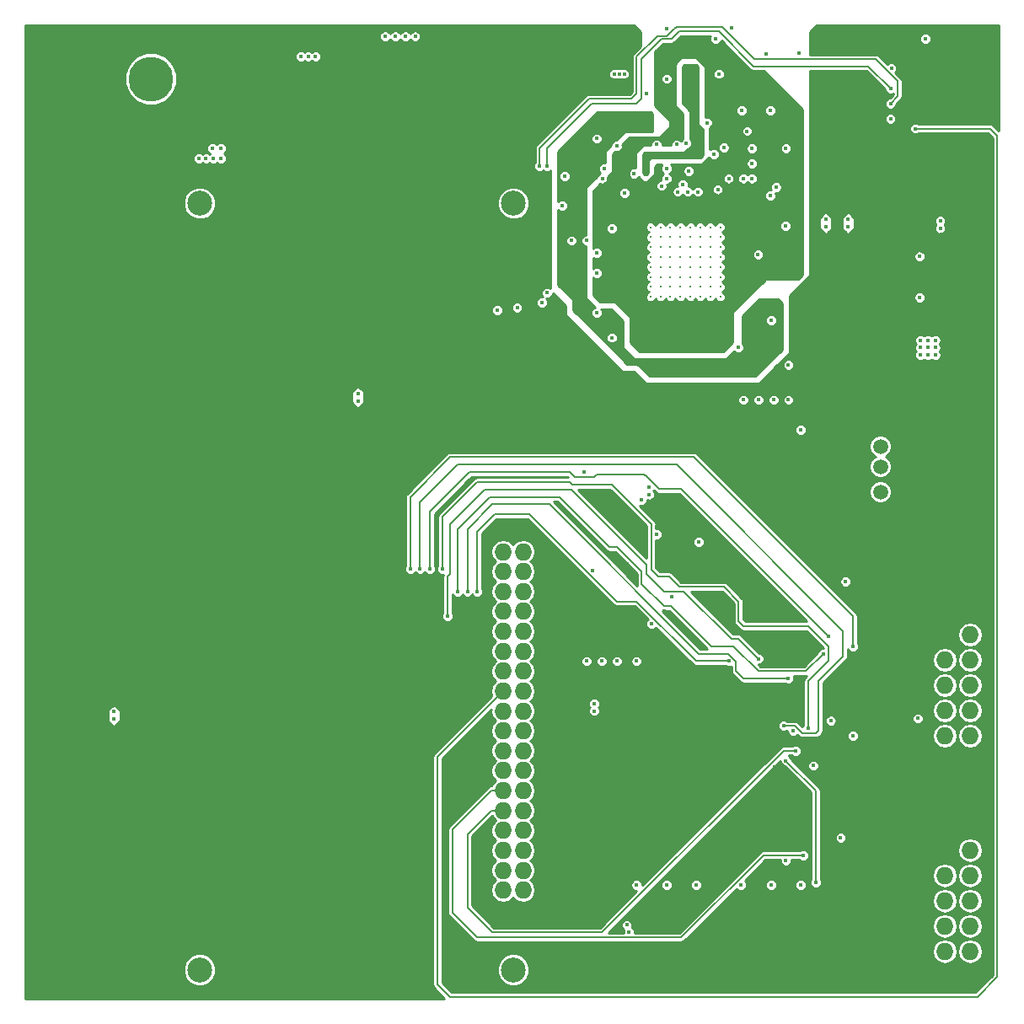
<source format=gbr>
G04 #@! TF.FileFunction,Copper,L3,Inr,Signal*
%FSLAX46Y46*%
G04 Gerber Fmt 4.6, Leading zero omitted, Abs format (unit mm)*
G04 Created by KiCad (PCBNEW 4.0.7) date 05/19/19 12:52:09*
%MOMM*%
%LPD*%
G01*
G04 APERTURE LIST*
%ADD10C,0.100000*%
%ADD11R,1.727200X1.727200*%
%ADD12O,1.727200X1.727200*%
%ADD13C,2.500000*%
%ADD14C,1.500000*%
%ADD15C,3.000000*%
%ADD16C,4.500000*%
%ADD17C,0.300000*%
%ADD18C,0.400000*%
%ADD19C,0.200000*%
%ADD20C,0.152400*%
%ADD21C,0.254000*%
G04 APERTURE END LIST*
D10*
D11*
X99100000Y-140000000D03*
D12*
X101100000Y-140000000D03*
X99100000Y-138000000D03*
X101100000Y-138000000D03*
X99100000Y-136000000D03*
X101100000Y-136000000D03*
X99100000Y-134000000D03*
X101100000Y-134000000D03*
X99100000Y-132000000D03*
X101100000Y-132000000D03*
X99100000Y-130000000D03*
X101100000Y-130000000D03*
X99100000Y-128000000D03*
X101100000Y-128000000D03*
X99100000Y-126000000D03*
X101100000Y-126000000D03*
X99100000Y-124000000D03*
X101100000Y-124000000D03*
X99100000Y-122000000D03*
X101100000Y-122000000D03*
X99100000Y-120000000D03*
X101100000Y-120000000D03*
X99100000Y-118000000D03*
X101100000Y-118000000D03*
X99100000Y-116000000D03*
X101100000Y-116000000D03*
X99100000Y-114000000D03*
X101100000Y-114000000D03*
X99100000Y-112000000D03*
X101100000Y-112000000D03*
X99100000Y-110000000D03*
X101100000Y-110000000D03*
X99100000Y-108000000D03*
X101100000Y-108000000D03*
X99100000Y-106000000D03*
X101100000Y-106000000D03*
X99100000Y-104000000D03*
X101100000Y-104000000D03*
X99100000Y-102000000D03*
X101100000Y-102000000D03*
D13*
X100100000Y-146000000D03*
X68600000Y-146000000D03*
X68600000Y-69000000D03*
X100100000Y-69000000D03*
D14*
X137000000Y-90890000D03*
X137000000Y-93430000D03*
X137000000Y-95460000D03*
X137000000Y-98000000D03*
D15*
X139670000Y-87840000D03*
X139670000Y-101560000D03*
D16*
X63700140Y-56500000D03*
X57700660Y-56500000D03*
X60700400Y-61199000D03*
D11*
X143460000Y-134000000D03*
D12*
X146000000Y-134000000D03*
X143460000Y-136540000D03*
X146000000Y-136540000D03*
X143460000Y-139080000D03*
X146000000Y-139080000D03*
X143460000Y-141620000D03*
X146000000Y-141620000D03*
X143460000Y-144160000D03*
X146000000Y-144160000D03*
D11*
X143460000Y-112340000D03*
D12*
X146000000Y-112340000D03*
X143460000Y-114880000D03*
X146000000Y-114880000D03*
X143460000Y-117420000D03*
X146000000Y-117420000D03*
X143460000Y-119960000D03*
X146000000Y-119960000D03*
X143460000Y-122500000D03*
X146000000Y-122500000D03*
D17*
X113900000Y-71400000D03*
X114900000Y-71400000D03*
X115900000Y-71400000D03*
X116900000Y-71400000D03*
X117900000Y-71400000D03*
X118900000Y-71400000D03*
X119900000Y-71400000D03*
X120900000Y-71400000D03*
X120900000Y-72400000D03*
X119900000Y-72400000D03*
X118900000Y-72400000D03*
X117900000Y-72400000D03*
X116900000Y-72400000D03*
X115900000Y-72400000D03*
X114900000Y-72400000D03*
X113900000Y-72400000D03*
X113900000Y-73400000D03*
X113900000Y-74400000D03*
X114900000Y-73400000D03*
X114900000Y-74400000D03*
X115900000Y-74400000D03*
X115900000Y-73400000D03*
X116900000Y-73400000D03*
X116900000Y-74400000D03*
X117900000Y-74400000D03*
X117900000Y-73400000D03*
X118900000Y-73400000D03*
X118900000Y-74400000D03*
X119900000Y-73400000D03*
X119900000Y-74400000D03*
X120900000Y-73400000D03*
X120900000Y-74400000D03*
X113900000Y-78400000D03*
X113900000Y-77400000D03*
X113900000Y-76400000D03*
X113900000Y-75400000D03*
X114900000Y-75400000D03*
X114900000Y-76400000D03*
X114900000Y-77400000D03*
X114900000Y-78400000D03*
X115900000Y-78400000D03*
X115900000Y-77400000D03*
X115900000Y-76400000D03*
X115900000Y-75400000D03*
X116900000Y-75400000D03*
X116900000Y-76400000D03*
X116900000Y-77400000D03*
X116900000Y-78400000D03*
X117900000Y-78400000D03*
X117900000Y-77400000D03*
X117900000Y-76400000D03*
X117900000Y-75400000D03*
X118900000Y-75400000D03*
X118900000Y-76400000D03*
X118900000Y-77400000D03*
X118900000Y-78400000D03*
X119900000Y-78400000D03*
X119900000Y-77400000D03*
X119900000Y-76400000D03*
X119900000Y-75400000D03*
X120900000Y-75400000D03*
X120900000Y-76400000D03*
X120900000Y-77400000D03*
X120900000Y-78400000D03*
D18*
X141000000Y-84250000D03*
X141750000Y-84250000D03*
X142500000Y-84250000D03*
X142500000Y-83500000D03*
X141750000Y-83500000D03*
X141000000Y-83500000D03*
X141000000Y-82750000D03*
X141750000Y-82750000D03*
X142500000Y-82750000D03*
X80250000Y-54250000D03*
X79500000Y-54250000D03*
X78750000Y-54250000D03*
X69908000Y-63500000D03*
X70750000Y-63500000D03*
X70750000Y-64500000D03*
X70000000Y-64500000D03*
X69250000Y-64500000D03*
X68500000Y-64500000D03*
X118250000Y-125750000D03*
X141500000Y-54750000D03*
X117500000Y-63000000D03*
X110500000Y-63250000D03*
X66000000Y-63000000D03*
X66000000Y-61500000D03*
X65250000Y-59500000D03*
X144250000Y-82500000D03*
X115500000Y-51500000D03*
X112750000Y-113500000D03*
X105250000Y-66250000D03*
X115500000Y-56500000D03*
X113500000Y-58000000D03*
X109750000Y-58000000D03*
X110500000Y-118500000D03*
X109000000Y-118500000D03*
X107500000Y-118500000D03*
X124750000Y-92500000D03*
X127750000Y-92500000D03*
X126250000Y-92500000D03*
X123250000Y-92500000D03*
X115250000Y-110000000D03*
X112000000Y-103000000D03*
X123750000Y-108000000D03*
X120500000Y-108750000D03*
X119500000Y-108500000D03*
X117500000Y-107000000D03*
X111500000Y-105250000D03*
X108500000Y-52000000D03*
X94000000Y-51250000D03*
X108500000Y-56000000D03*
X104750000Y-57500000D03*
X108500000Y-62500000D03*
X101500000Y-52250000D03*
X99500000Y-52250000D03*
X99500000Y-56750000D03*
X101500000Y-56750000D03*
X100500000Y-56750000D03*
X100500000Y-52250000D03*
X101500000Y-58750000D03*
X99500000Y-58750000D03*
X100500000Y-58750000D03*
X101500000Y-63250000D03*
X99500000Y-63250000D03*
X100500000Y-63250000D03*
X96000000Y-57500000D03*
X72000000Y-64500000D03*
X72000000Y-56500000D03*
X73500000Y-56500000D03*
X82500000Y-53000000D03*
X81250000Y-59250000D03*
X83000000Y-57500000D03*
X82000000Y-54250000D03*
X83500000Y-56250000D03*
X67000000Y-51500000D03*
X109050000Y-66500000D03*
X107450000Y-72750000D03*
X126350000Y-125650000D03*
X126350000Y-112250000D03*
X119600000Y-60900000D03*
X133400000Y-62500000D03*
X123600000Y-61750000D03*
X113050000Y-135950000D03*
X113050000Y-131800000D03*
X113050000Y-129850000D03*
X113050000Y-125700000D03*
X128850000Y-53950000D03*
X120450000Y-52450000D03*
X130000000Y-145500000D03*
X127460000Y-145540000D03*
X124920000Y-145580000D03*
X119500000Y-145500000D03*
X114420000Y-145580000D03*
X116960000Y-145540000D03*
X132000000Y-130000000D03*
X132000000Y-117000000D03*
X137550000Y-74350000D03*
X137550000Y-78450000D03*
X122000000Y-51400000D03*
X125500000Y-54000000D03*
X123050000Y-59650000D03*
X125950000Y-59650000D03*
X136850000Y-77100000D03*
X137900000Y-81900000D03*
X124100000Y-63500000D03*
X124100000Y-65000000D03*
X124100000Y-66500000D03*
X120250000Y-64050000D03*
X116500000Y-63100000D03*
X114500000Y-63100000D03*
X143100000Y-64250000D03*
X143100000Y-75150000D03*
X143100000Y-74650000D03*
X143100000Y-74150000D03*
X143100000Y-65650000D03*
X143100000Y-67150000D03*
X143100000Y-72150000D03*
X143100000Y-68650000D03*
X143100000Y-70150000D03*
X110000000Y-82500000D03*
X108500000Y-80000000D03*
X108500000Y-76000000D03*
X108500000Y-74000000D03*
X112250000Y-66000000D03*
X123250000Y-66500000D03*
X125950000Y-68250000D03*
X127450000Y-71250000D03*
X130500000Y-76000000D03*
X126000000Y-80750000D03*
X122750000Y-83500000D03*
X69500000Y-106450000D03*
X69500000Y-108850000D03*
X69500000Y-111250000D03*
X69500000Y-113650000D03*
X69500000Y-117650000D03*
X69500000Y-120050000D03*
X69500000Y-122450000D03*
X69500000Y-124850000D03*
X69500000Y-127250000D03*
X61500000Y-124050000D03*
X61500000Y-121650000D03*
X61500000Y-119250000D03*
X61500000Y-116850000D03*
X61500000Y-114450000D03*
X61500000Y-112050000D03*
X61500000Y-109650000D03*
X61500000Y-107250000D03*
X141500000Y-52500000D03*
X142997251Y-70766498D03*
X143000000Y-71500000D03*
X109250000Y-65500000D03*
X90250000Y-52250000D03*
X89250000Y-52250000D03*
X88250000Y-52250000D03*
X87250000Y-52250000D03*
X132000000Y-121000000D03*
X133000000Y-132750000D03*
X129000000Y-137500000D03*
X126000000Y-137500000D03*
X123000000Y-137500000D03*
X118500000Y-137500000D03*
X115500000Y-137500000D03*
X112500000Y-137500000D03*
X140950000Y-78450000D03*
X140950000Y-74350000D03*
X138000000Y-60500000D03*
X138086725Y-55413275D03*
X114000000Y-111250000D03*
X140750000Y-120750000D03*
X133500000Y-107000000D03*
X121250000Y-63400000D03*
X110250000Y-56000000D03*
X110750000Y-56000000D03*
X111250000Y-56000000D03*
X113750000Y-98250000D03*
X113750000Y-97500000D03*
X105000000Y-69250000D03*
X127750000Y-85250000D03*
X118750000Y-103000000D03*
X114500000Y-102250000D03*
X105950000Y-72750000D03*
X117500000Y-55500000D03*
X118750000Y-64050000D03*
X113250000Y-65850000D03*
X113750000Y-61750000D03*
X121750000Y-66500000D03*
X115500000Y-65500000D03*
X108600000Y-81500000D03*
X126000000Y-79250000D03*
X116500000Y-60500000D03*
X125750000Y-69750000D03*
X108650000Y-72500000D03*
X108650000Y-77500000D03*
X112500000Y-81600000D03*
X121250000Y-83400000D03*
X129000000Y-76050000D03*
X127450000Y-72750000D03*
X131500000Y-70627400D03*
X133750000Y-70627400D03*
X131500000Y-71372600D03*
X133750000Y-71372600D03*
X111500000Y-141500000D03*
X130250000Y-125500000D03*
X111750000Y-142250000D03*
X127500000Y-135000000D03*
X128500000Y-124000000D03*
X124750000Y-114750000D03*
X93500000Y-110500000D03*
X131250000Y-114250000D03*
X94500000Y-108000000D03*
X121750000Y-115000000D03*
X96500000Y-108000000D03*
X60000000Y-120822600D03*
X84500000Y-88127400D03*
X60000000Y-120077400D03*
X84500000Y-88872600D03*
X93000000Y-105750000D03*
X129750000Y-121750000D03*
X131750000Y-112500000D03*
X91750000Y-105750000D03*
X138000000Y-59000000D03*
X102750000Y-65250000D03*
X103500000Y-78000000D03*
X108250000Y-120000000D03*
X127250000Y-121500000D03*
X90750000Y-105750000D03*
X138000000Y-57500000D03*
X103500000Y-65250000D03*
X103000000Y-79000000D03*
X108250000Y-119250000D03*
X134250000Y-113500000D03*
X89750000Y-105750000D03*
X128250000Y-122000000D03*
X134250000Y-122500000D03*
X113000000Y-98821000D03*
X107250000Y-96000000D03*
X116000000Y-108500000D03*
X98500000Y-79750000D03*
X108069896Y-105930104D03*
X110000000Y-71500000D03*
X110500000Y-115000000D03*
X120650000Y-67600000D03*
X117750000Y-65750000D03*
X109000000Y-115000000D03*
X115500000Y-66500000D03*
X107500000Y-115000000D03*
X129000000Y-91750000D03*
X124750000Y-88750000D03*
X117150000Y-67100000D03*
X127750000Y-88750000D03*
X118650000Y-67850000D03*
X126250000Y-88750000D03*
X117650000Y-67850000D03*
X123250000Y-88750000D03*
X116650000Y-67850000D03*
X112500000Y-115000000D03*
X100500000Y-79500000D03*
X111300000Y-67950000D03*
X114989222Y-67250000D03*
X127500000Y-125000000D03*
X130500000Y-137250000D03*
X120750000Y-56000000D03*
X127500000Y-63500000D03*
X126500000Y-67400000D03*
X124700000Y-74150000D03*
X129250000Y-134500000D03*
X127750000Y-116750000D03*
X95500000Y-108000000D03*
X140500000Y-61500000D03*
D19*
X109000000Y-142250000D02*
X127250000Y-124000000D01*
X127250000Y-124000000D02*
X128500000Y-124000000D01*
X98000000Y-142250000D02*
X109000000Y-142250000D01*
X95500000Y-139750000D02*
X98000000Y-142250000D01*
X95500000Y-138712202D02*
X95500000Y-139750000D01*
X95500000Y-132378686D02*
X95500000Y-138712202D01*
X99100000Y-130000000D02*
X97878686Y-130000000D01*
X97878686Y-130000000D02*
X95500000Y-132378686D01*
X121998383Y-112750000D02*
X122750000Y-112750000D01*
X122750000Y-112750000D02*
X124750000Y-114750000D01*
X116250000Y-108000000D02*
X117248383Y-108000000D01*
X117248383Y-108000000D02*
X121998383Y-112750000D01*
X115250000Y-108000000D02*
X116250000Y-108000000D01*
X113500000Y-105277002D02*
X113500000Y-106250000D01*
X113500000Y-106250000D02*
X115250000Y-108000000D01*
X105250000Y-97750000D02*
X105972998Y-97750000D01*
X105972998Y-97750000D02*
X113500000Y-105277002D01*
X97250000Y-97750000D02*
X105250000Y-97750000D01*
X93750000Y-101250000D02*
X97250000Y-97750000D01*
X93750000Y-106250000D02*
X93750000Y-101250000D01*
X93500000Y-106500000D02*
X93750000Y-106250000D01*
X93500000Y-106750000D02*
X93500000Y-106500000D01*
X93500000Y-110500000D02*
X93500000Y-106750000D01*
X124750000Y-116000000D02*
X129500000Y-116000000D01*
X129500000Y-116000000D02*
X131250000Y-114250000D01*
X122250000Y-113500000D02*
X124750000Y-116000000D01*
X120000000Y-113500000D02*
X122250000Y-113500000D01*
X115974999Y-109474999D02*
X120000000Y-113500000D01*
X113000000Y-107250000D02*
X115224999Y-109474999D01*
X115224999Y-109474999D02*
X115974999Y-109474999D01*
X113000000Y-106000000D02*
X113000000Y-107250000D01*
X110525001Y-103525001D02*
X113000000Y-106000000D01*
X104750000Y-98500000D02*
X109775001Y-103525001D01*
X109775001Y-103525001D02*
X110525001Y-103525001D01*
X97750000Y-98500000D02*
X104750000Y-98500000D01*
X94500000Y-101750000D02*
X97750000Y-98500000D01*
X94500000Y-108000000D02*
X94500000Y-101750000D01*
X112500000Y-109000000D02*
X118500000Y-115000000D01*
X118500000Y-115000000D02*
X121750000Y-115000000D01*
X110500000Y-109000000D02*
X112500000Y-109000000D01*
X101750000Y-100250000D02*
X110500000Y-109000000D01*
X98250000Y-100250000D02*
X101750000Y-100250000D01*
X96500000Y-102000000D02*
X98250000Y-100250000D01*
X96500000Y-108000000D02*
X96500000Y-102000000D01*
X96000000Y-97500000D02*
X96500000Y-97000000D01*
X96000000Y-97500000D02*
X93000000Y-100500000D01*
X93000000Y-100500000D02*
X93000000Y-105750000D01*
X113974999Y-101275001D02*
X114000000Y-101250000D01*
X113974999Y-105805445D02*
X113974999Y-101275001D01*
X115750000Y-106500000D02*
X114669554Y-106500000D01*
X121275001Y-107525001D02*
X116775001Y-107525001D01*
X122750000Y-109000000D02*
X121275001Y-107525001D01*
X122750000Y-111000000D02*
X122750000Y-109000000D01*
X116775001Y-107525001D02*
X115750000Y-106500000D01*
X114000000Y-101250000D02*
X110250000Y-97500000D01*
X129750000Y-111500000D02*
X123250000Y-111500000D01*
X131750000Y-113500000D02*
X129750000Y-111500000D01*
X123250000Y-111500000D02*
X122750000Y-111000000D01*
X114669554Y-106500000D02*
X113974999Y-105805445D01*
X131750000Y-115000000D02*
X131750000Y-113500000D01*
X129750000Y-117000000D02*
X131750000Y-115000000D01*
X129750000Y-117000000D02*
X129750000Y-121750000D01*
X110000000Y-97250000D02*
X110250000Y-97500000D01*
X106000000Y-97250000D02*
X110000000Y-97250000D01*
X105750000Y-97000000D02*
X106000000Y-97250000D01*
X96500000Y-97000000D02*
X105750000Y-97000000D01*
X129750000Y-121580446D02*
X129750000Y-121750000D01*
X95297599Y-96452401D02*
X95750000Y-96000000D01*
X114750000Y-97722998D02*
X116972998Y-97722998D01*
X116972998Y-97722998D02*
X131750000Y-112500000D01*
X113479403Y-96452401D02*
X114750000Y-97722998D01*
X91750000Y-100000000D02*
X95297599Y-96452401D01*
X91750000Y-105750000D02*
X91750000Y-100000000D01*
X113277002Y-96250000D02*
X113479403Y-96452401D01*
X108500000Y-96250000D02*
X113277002Y-96250000D01*
X108250000Y-96500000D02*
X108500000Y-96250000D01*
X106250000Y-96500000D02*
X108250000Y-96500000D01*
X105750000Y-96000000D02*
X106250000Y-96500000D01*
X95750000Y-96000000D02*
X105750000Y-96000000D01*
D20*
X138750000Y-56750000D02*
X138750000Y-58250000D01*
X138750000Y-58250000D02*
X138000000Y-59000000D01*
X136500000Y-54500000D02*
X138750000Y-56750000D01*
X125750000Y-54500000D02*
X136500000Y-54500000D01*
X125748799Y-54501201D02*
X125750000Y-54500000D01*
X116500000Y-51250000D02*
X121108222Y-51250000D01*
X121108222Y-51250000D02*
X124359423Y-54501201D01*
X124359423Y-54501201D02*
X125748799Y-54501201D01*
X116304810Y-51445190D02*
X116500000Y-51250000D01*
X115554810Y-52195190D02*
X116304810Y-51445190D01*
X112500000Y-54250000D02*
X114554810Y-52195190D01*
X114554810Y-52195190D02*
X115554810Y-52195190D01*
X112500000Y-54500000D02*
X112500000Y-54250000D01*
X112500000Y-58000000D02*
X112500000Y-54500000D01*
X111998799Y-58501201D02*
X112500000Y-58000000D01*
X107750000Y-58500000D02*
X109508222Y-58500000D01*
X109508222Y-58500000D02*
X109509423Y-58501201D01*
X109509423Y-58501201D02*
X111998799Y-58501201D01*
X102750000Y-63500000D02*
X107750000Y-58500000D01*
X102750000Y-65250000D02*
X102750000Y-63500000D01*
D19*
X130750000Y-122000000D02*
X130547599Y-122202401D01*
X130547599Y-122202401D02*
X129121955Y-122202401D01*
X129121955Y-122202401D02*
X128419554Y-121500000D01*
X128419554Y-121500000D02*
X127250000Y-121500000D01*
X130750000Y-117000000D02*
X130750000Y-122000000D01*
X133250000Y-114500000D02*
X130750000Y-117000000D01*
X133250000Y-112000000D02*
X133250000Y-114500000D01*
X116500000Y-95250000D02*
X133250000Y-112000000D01*
X94500000Y-95250000D02*
X116500000Y-95250000D01*
X90750000Y-99000000D02*
X94500000Y-95250000D01*
X90750000Y-105750000D02*
X90750000Y-99000000D01*
D20*
X124250000Y-55250000D02*
X135750000Y-55250000D01*
X135750000Y-55250000D02*
X138000000Y-57500000D01*
X120750000Y-51750000D02*
X124250000Y-55250000D01*
X116750000Y-51750000D02*
X120750000Y-51750000D01*
X116000000Y-52500000D02*
X116750000Y-51750000D01*
X115000000Y-52500000D02*
X116000000Y-52500000D01*
X112998799Y-54501201D02*
X115000000Y-52500000D01*
X112998799Y-54751201D02*
X112998799Y-54501201D01*
X112500000Y-59000000D02*
X112998799Y-58501201D01*
X112998799Y-58501201D02*
X112998799Y-54751201D01*
X108000000Y-59000000D02*
X112500000Y-59000000D01*
X103500000Y-63500000D02*
X108000000Y-59000000D01*
X103500000Y-65250000D02*
X103500000Y-63500000D01*
D19*
X118250000Y-94500000D02*
X134250000Y-110500000D01*
X134250000Y-110500000D02*
X134250000Y-113500000D01*
X108750000Y-94500000D02*
X118250000Y-94500000D01*
X93750000Y-94500000D02*
X108750000Y-94500000D01*
X89750000Y-98500000D02*
X93750000Y-94500000D01*
X89750000Y-105750000D02*
X89750000Y-98500000D01*
X130500000Y-137250000D02*
X130500000Y-128000000D01*
X130500000Y-128000000D02*
X127500000Y-125000000D01*
X99100000Y-128000000D02*
X97878686Y-128000000D01*
X97878686Y-128000000D02*
X94000000Y-131878686D01*
X94000000Y-131878686D02*
X94000000Y-140250000D01*
X94000000Y-140250000D02*
X96500000Y-142750000D01*
X96500000Y-142750000D02*
X116972998Y-142750000D01*
X116972998Y-142750000D02*
X125222998Y-134500000D01*
X125222998Y-134500000D02*
X129250000Y-134500000D01*
X122500000Y-116000000D02*
X123250000Y-116750000D01*
X123250000Y-116750000D02*
X127750000Y-116750000D01*
X122500000Y-115080446D02*
X122500000Y-116000000D01*
X118722998Y-114250000D02*
X121669554Y-114250000D01*
X121669554Y-114250000D02*
X122500000Y-115080446D01*
X103000000Y-99250000D02*
X103722998Y-99250000D01*
X103722998Y-99250000D02*
X118722998Y-114250000D01*
X98000000Y-99250000D02*
X103000000Y-99250000D01*
X95500000Y-101750000D02*
X98000000Y-99250000D01*
X95500000Y-104500000D02*
X95500000Y-101750000D01*
X95500000Y-108000000D02*
X95500000Y-104500000D01*
X92500000Y-147500000D02*
X92500000Y-124600000D01*
X92500000Y-124600000D02*
X99100000Y-118000000D01*
X93750000Y-148750000D02*
X92500000Y-147500000D01*
X146750000Y-148750000D02*
X93750000Y-148750000D01*
X148750000Y-146750000D02*
X146750000Y-148750000D01*
X148750000Y-62250000D02*
X148750000Y-146750000D01*
X148000000Y-61500000D02*
X148750000Y-62250000D01*
X140500000Y-61500000D02*
X148000000Y-61500000D01*
D21*
G36*
X118623000Y-55302606D02*
X118623000Y-61000000D01*
X118633006Y-61049410D01*
X118660197Y-61089803D01*
X119123000Y-61552606D01*
X119123000Y-64197394D01*
X118947394Y-64373000D01*
X114000000Y-64373000D01*
X113950590Y-64383006D01*
X113910197Y-64410197D01*
X113660197Y-64660197D01*
X113632334Y-64702211D01*
X113623000Y-64750000D01*
X113623000Y-65947394D01*
X113447394Y-66123000D01*
X113302606Y-66123000D01*
X113127000Y-65947394D01*
X113127000Y-64052606D01*
X113302606Y-63877000D01*
X117250000Y-63877000D01*
X117299410Y-63866994D01*
X117339803Y-63839803D01*
X117598520Y-63581086D01*
X117615061Y-63581100D01*
X117828680Y-63492835D01*
X117992260Y-63329540D01*
X118080898Y-63116075D01*
X118081100Y-62884939D01*
X117992835Y-62671320D01*
X117877000Y-62555283D01*
X117877000Y-59750000D01*
X117866994Y-59700590D01*
X117839803Y-59660197D01*
X117127000Y-58947394D01*
X117127000Y-55302606D01*
X117302606Y-55127000D01*
X118447394Y-55127000D01*
X118623000Y-55302606D01*
X118623000Y-55302606D01*
G37*
X118623000Y-55302606D02*
X118623000Y-61000000D01*
X118633006Y-61049410D01*
X118660197Y-61089803D01*
X119123000Y-61552606D01*
X119123000Y-64197394D01*
X118947394Y-64373000D01*
X114000000Y-64373000D01*
X113950590Y-64383006D01*
X113910197Y-64410197D01*
X113660197Y-64660197D01*
X113632334Y-64702211D01*
X113623000Y-64750000D01*
X113623000Y-65947394D01*
X113447394Y-66123000D01*
X113302606Y-66123000D01*
X113127000Y-65947394D01*
X113127000Y-64052606D01*
X113302606Y-63877000D01*
X117250000Y-63877000D01*
X117299410Y-63866994D01*
X117339803Y-63839803D01*
X117598520Y-63581086D01*
X117615061Y-63581100D01*
X117828680Y-63492835D01*
X117992260Y-63329540D01*
X118080898Y-63116075D01*
X118081100Y-62884939D01*
X117992835Y-62671320D01*
X117877000Y-62555283D01*
X117877000Y-59750000D01*
X117866994Y-59700590D01*
X117839803Y-59660197D01*
X117127000Y-58947394D01*
X117127000Y-55302606D01*
X117302606Y-55127000D01*
X118447394Y-55127000D01*
X118623000Y-55302606D01*
G36*
X119869102Y-52333925D02*
X119868900Y-52565061D01*
X119957165Y-52778680D01*
X120120460Y-52942260D01*
X120333925Y-53030898D01*
X120565061Y-53031100D01*
X120778680Y-52942835D01*
X120942260Y-52779540D01*
X120998213Y-52644791D01*
X123926710Y-55573289D01*
X123990744Y-55616075D01*
X124075037Y-55672398D01*
X124250000Y-55707200D01*
X125277594Y-55707200D01*
X129123000Y-59552606D01*
X129123000Y-76197394D01*
X128697394Y-76623000D01*
X125500000Y-76623000D01*
X125450590Y-76633006D01*
X125410197Y-76660197D01*
X122160197Y-79910197D01*
X122132334Y-79952211D01*
X122123000Y-80000000D01*
X122123000Y-82947394D01*
X121197394Y-83873000D01*
X112802606Y-83873000D01*
X111877000Y-82947394D01*
X111877000Y-80500000D01*
X111866994Y-80450590D01*
X111839803Y-80410197D01*
X110339803Y-78910197D01*
X110297789Y-78882334D01*
X110250000Y-78873000D01*
X108802606Y-78873000D01*
X108127000Y-78197394D01*
X108127000Y-76448724D01*
X108170460Y-76492260D01*
X108383925Y-76580898D01*
X108615061Y-76581100D01*
X108828680Y-76492835D01*
X108992260Y-76329540D01*
X109080898Y-76116075D01*
X109081100Y-75884939D01*
X108992835Y-75671320D01*
X108829540Y-75507740D01*
X108616075Y-75419102D01*
X108384939Y-75418900D01*
X108171320Y-75507165D01*
X108127000Y-75551408D01*
X108127000Y-74448724D01*
X108170460Y-74492260D01*
X108383925Y-74580898D01*
X108615061Y-74581100D01*
X108828680Y-74492835D01*
X108992260Y-74329540D01*
X109080898Y-74116075D01*
X109081100Y-73884939D01*
X108992835Y-73671320D01*
X108829540Y-73507740D01*
X108616075Y-73419102D01*
X108384939Y-73418900D01*
X108171320Y-73507165D01*
X108127000Y-73551408D01*
X108127000Y-71615061D01*
X109418900Y-71615061D01*
X109507165Y-71828680D01*
X109670460Y-71992260D01*
X109883925Y-72080898D01*
X110115061Y-72081100D01*
X110328680Y-71992835D01*
X110492260Y-71829540D01*
X110580898Y-71616075D01*
X110580994Y-71505159D01*
X113368908Y-71505159D01*
X113449578Y-71700394D01*
X113598820Y-71849897D01*
X113719536Y-71900023D01*
X113599606Y-71949578D01*
X113450103Y-72098820D01*
X113369092Y-72293914D01*
X113368908Y-72505159D01*
X113449578Y-72700394D01*
X113598820Y-72849897D01*
X113719536Y-72900023D01*
X113599606Y-72949578D01*
X113450103Y-73098820D01*
X113369092Y-73293914D01*
X113368908Y-73505159D01*
X113449578Y-73700394D01*
X113598820Y-73849897D01*
X113719536Y-73900023D01*
X113599606Y-73949578D01*
X113450103Y-74098820D01*
X113369092Y-74293914D01*
X113368908Y-74505159D01*
X113449578Y-74700394D01*
X113598820Y-74849897D01*
X113719536Y-74900023D01*
X113599606Y-74949578D01*
X113450103Y-75098820D01*
X113369092Y-75293914D01*
X113368908Y-75505159D01*
X113449578Y-75700394D01*
X113598820Y-75849897D01*
X113719536Y-75900023D01*
X113599606Y-75949578D01*
X113450103Y-76098820D01*
X113369092Y-76293914D01*
X113368908Y-76505159D01*
X113449578Y-76700394D01*
X113598820Y-76849897D01*
X113719536Y-76900023D01*
X113599606Y-76949578D01*
X113450103Y-77098820D01*
X113369092Y-77293914D01*
X113368908Y-77505159D01*
X113449578Y-77700394D01*
X113598820Y-77849897D01*
X113719536Y-77900023D01*
X113599606Y-77949578D01*
X113450103Y-78098820D01*
X113369092Y-78293914D01*
X113368908Y-78505159D01*
X113449578Y-78700394D01*
X113598820Y-78849897D01*
X113793914Y-78930908D01*
X114005159Y-78931092D01*
X114200394Y-78850422D01*
X114349897Y-78701180D01*
X114400023Y-78580464D01*
X114449578Y-78700394D01*
X114598820Y-78849897D01*
X114793914Y-78930908D01*
X115005159Y-78931092D01*
X115200394Y-78850422D01*
X115349897Y-78701180D01*
X115400023Y-78580464D01*
X115449578Y-78700394D01*
X115598820Y-78849897D01*
X115793914Y-78930908D01*
X116005159Y-78931092D01*
X116200394Y-78850422D01*
X116349897Y-78701180D01*
X116400023Y-78580464D01*
X116449578Y-78700394D01*
X116598820Y-78849897D01*
X116793914Y-78930908D01*
X117005159Y-78931092D01*
X117200394Y-78850422D01*
X117349897Y-78701180D01*
X117400023Y-78580464D01*
X117449578Y-78700394D01*
X117598820Y-78849897D01*
X117793914Y-78930908D01*
X118005159Y-78931092D01*
X118200394Y-78850422D01*
X118349897Y-78701180D01*
X118400023Y-78580464D01*
X118449578Y-78700394D01*
X118598820Y-78849897D01*
X118793914Y-78930908D01*
X119005159Y-78931092D01*
X119200394Y-78850422D01*
X119349897Y-78701180D01*
X119400023Y-78580464D01*
X119449578Y-78700394D01*
X119598820Y-78849897D01*
X119793914Y-78930908D01*
X120005159Y-78931092D01*
X120200394Y-78850422D01*
X120349897Y-78701180D01*
X120400023Y-78580464D01*
X120449578Y-78700394D01*
X120598820Y-78849897D01*
X120793914Y-78930908D01*
X121005159Y-78931092D01*
X121200394Y-78850422D01*
X121349897Y-78701180D01*
X121430908Y-78506086D01*
X121431092Y-78294841D01*
X121350422Y-78099606D01*
X121201180Y-77950103D01*
X121080464Y-77899977D01*
X121200394Y-77850422D01*
X121349897Y-77701180D01*
X121430908Y-77506086D01*
X121431092Y-77294841D01*
X121350422Y-77099606D01*
X121201180Y-76950103D01*
X121080464Y-76899977D01*
X121200394Y-76850422D01*
X121349897Y-76701180D01*
X121430908Y-76506086D01*
X121431092Y-76294841D01*
X121350422Y-76099606D01*
X121201180Y-75950103D01*
X121080464Y-75899977D01*
X121200394Y-75850422D01*
X121349897Y-75701180D01*
X121430908Y-75506086D01*
X121431092Y-75294841D01*
X121350422Y-75099606D01*
X121201180Y-74950103D01*
X121080464Y-74899977D01*
X121200394Y-74850422D01*
X121349897Y-74701180D01*
X121430908Y-74506086D01*
X121431092Y-74294841D01*
X121418788Y-74265061D01*
X124118900Y-74265061D01*
X124207165Y-74478680D01*
X124370460Y-74642260D01*
X124583925Y-74730898D01*
X124815061Y-74731100D01*
X125028680Y-74642835D01*
X125192260Y-74479540D01*
X125280898Y-74266075D01*
X125281100Y-74034939D01*
X125192835Y-73821320D01*
X125029540Y-73657740D01*
X124816075Y-73569102D01*
X124584939Y-73568900D01*
X124371320Y-73657165D01*
X124207740Y-73820460D01*
X124119102Y-74033925D01*
X124118900Y-74265061D01*
X121418788Y-74265061D01*
X121350422Y-74099606D01*
X121201180Y-73950103D01*
X121080464Y-73899977D01*
X121200394Y-73850422D01*
X121349897Y-73701180D01*
X121430908Y-73506086D01*
X121431092Y-73294841D01*
X121350422Y-73099606D01*
X121201180Y-72950103D01*
X121080464Y-72899977D01*
X121200394Y-72850422D01*
X121349897Y-72701180D01*
X121430908Y-72506086D01*
X121431092Y-72294841D01*
X121350422Y-72099606D01*
X121201180Y-71950103D01*
X121080464Y-71899977D01*
X121200394Y-71850422D01*
X121349897Y-71701180D01*
X121430908Y-71506086D01*
X121431030Y-71365061D01*
X126868900Y-71365061D01*
X126957165Y-71578680D01*
X127120460Y-71742260D01*
X127333925Y-71830898D01*
X127565061Y-71831100D01*
X127778680Y-71742835D01*
X127942260Y-71579540D01*
X128030898Y-71366075D01*
X128031100Y-71134939D01*
X127942835Y-70921320D01*
X127779540Y-70757740D01*
X127566075Y-70669102D01*
X127334939Y-70668900D01*
X127121320Y-70757165D01*
X126957740Y-70920460D01*
X126869102Y-71133925D01*
X126868900Y-71365061D01*
X121431030Y-71365061D01*
X121431092Y-71294841D01*
X121350422Y-71099606D01*
X121201180Y-70950103D01*
X121006086Y-70869092D01*
X120794841Y-70868908D01*
X120599606Y-70949578D01*
X120450103Y-71098820D01*
X120399977Y-71219536D01*
X120350422Y-71099606D01*
X120201180Y-70950103D01*
X120006086Y-70869092D01*
X119794841Y-70868908D01*
X119599606Y-70949578D01*
X119450103Y-71098820D01*
X119399977Y-71219536D01*
X119350422Y-71099606D01*
X119201180Y-70950103D01*
X119006086Y-70869092D01*
X118794841Y-70868908D01*
X118599606Y-70949578D01*
X118450103Y-71098820D01*
X118399977Y-71219536D01*
X118350422Y-71099606D01*
X118201180Y-70950103D01*
X118006086Y-70869092D01*
X117794841Y-70868908D01*
X117599606Y-70949578D01*
X117450103Y-71098820D01*
X117399977Y-71219536D01*
X117350422Y-71099606D01*
X117201180Y-70950103D01*
X117006086Y-70869092D01*
X116794841Y-70868908D01*
X116599606Y-70949578D01*
X116450103Y-71098820D01*
X116399977Y-71219536D01*
X116350422Y-71099606D01*
X116201180Y-70950103D01*
X116006086Y-70869092D01*
X115794841Y-70868908D01*
X115599606Y-70949578D01*
X115450103Y-71098820D01*
X115399977Y-71219536D01*
X115350422Y-71099606D01*
X115201180Y-70950103D01*
X115006086Y-70869092D01*
X114794841Y-70868908D01*
X114599606Y-70949578D01*
X114450103Y-71098820D01*
X114399977Y-71219536D01*
X114350422Y-71099606D01*
X114201180Y-70950103D01*
X114006086Y-70869092D01*
X113794841Y-70868908D01*
X113599606Y-70949578D01*
X113450103Y-71098820D01*
X113369092Y-71293914D01*
X113368908Y-71505159D01*
X110580994Y-71505159D01*
X110581100Y-71384939D01*
X110492835Y-71171320D01*
X110329540Y-71007740D01*
X110116075Y-70919102D01*
X109884939Y-70918900D01*
X109671320Y-71007165D01*
X109507740Y-71170460D01*
X109419102Y-71383925D01*
X109418900Y-71615061D01*
X108127000Y-71615061D01*
X108127000Y-68065061D01*
X110718900Y-68065061D01*
X110807165Y-68278680D01*
X110970460Y-68442260D01*
X111183925Y-68530898D01*
X111415061Y-68531100D01*
X111628680Y-68442835D01*
X111792260Y-68279540D01*
X111880898Y-68066075D01*
X111880986Y-67965061D01*
X116068900Y-67965061D01*
X116157165Y-68178680D01*
X116320460Y-68342260D01*
X116533925Y-68430898D01*
X116765061Y-68431100D01*
X116978680Y-68342835D01*
X117142260Y-68179540D01*
X117149909Y-68161119D01*
X117157165Y-68178680D01*
X117320460Y-68342260D01*
X117533925Y-68430898D01*
X117765061Y-68431100D01*
X117978680Y-68342835D01*
X118142260Y-68179540D01*
X118149909Y-68161119D01*
X118157165Y-68178680D01*
X118320460Y-68342260D01*
X118533925Y-68430898D01*
X118765061Y-68431100D01*
X118924888Y-68365061D01*
X125368900Y-68365061D01*
X125457165Y-68578680D01*
X125620460Y-68742260D01*
X125833925Y-68830898D01*
X126065061Y-68831100D01*
X126278680Y-68742835D01*
X126442260Y-68579540D01*
X126530898Y-68366075D01*
X126531100Y-68134939D01*
X126467482Y-67980971D01*
X126615061Y-67981100D01*
X126828680Y-67892835D01*
X126992260Y-67729540D01*
X127080898Y-67516075D01*
X127081100Y-67284939D01*
X126992835Y-67071320D01*
X126829540Y-66907740D01*
X126616075Y-66819102D01*
X126384939Y-66818900D01*
X126171320Y-66907165D01*
X126007740Y-67070460D01*
X125919102Y-67283925D01*
X125918900Y-67515061D01*
X125982518Y-67669029D01*
X125834939Y-67668900D01*
X125621320Y-67757165D01*
X125457740Y-67920460D01*
X125369102Y-68133925D01*
X125368900Y-68365061D01*
X118924888Y-68365061D01*
X118978680Y-68342835D01*
X119142260Y-68179540D01*
X119230898Y-67966075D01*
X119231100Y-67734939D01*
X119222887Y-67715061D01*
X120068900Y-67715061D01*
X120157165Y-67928680D01*
X120320460Y-68092260D01*
X120533925Y-68180898D01*
X120765061Y-68181100D01*
X120978680Y-68092835D01*
X121142260Y-67929540D01*
X121230898Y-67716075D01*
X121231100Y-67484939D01*
X121142835Y-67271320D01*
X120979540Y-67107740D01*
X120766075Y-67019102D01*
X120534939Y-67018900D01*
X120321320Y-67107165D01*
X120157740Y-67270460D01*
X120069102Y-67483925D01*
X120068900Y-67715061D01*
X119222887Y-67715061D01*
X119142835Y-67521320D01*
X118979540Y-67357740D01*
X118766075Y-67269102D01*
X118534939Y-67268900D01*
X118321320Y-67357165D01*
X118157740Y-67520460D01*
X118150091Y-67538881D01*
X118142835Y-67521320D01*
X117979540Y-67357740D01*
X117766075Y-67269102D01*
X117708900Y-67269052D01*
X117730898Y-67216075D01*
X117731100Y-66984939D01*
X117642835Y-66771320D01*
X117486849Y-66615061D01*
X121168900Y-66615061D01*
X121257165Y-66828680D01*
X121420460Y-66992260D01*
X121633925Y-67080898D01*
X121865061Y-67081100D01*
X122078680Y-66992835D01*
X122242260Y-66829540D01*
X122330898Y-66616075D01*
X122330898Y-66615061D01*
X122668900Y-66615061D01*
X122757165Y-66828680D01*
X122920460Y-66992260D01*
X123133925Y-67080898D01*
X123365061Y-67081100D01*
X123578680Y-66992835D01*
X123675025Y-66896658D01*
X123770460Y-66992260D01*
X123983925Y-67080898D01*
X124215061Y-67081100D01*
X124428680Y-66992835D01*
X124592260Y-66829540D01*
X124680898Y-66616075D01*
X124681100Y-66384939D01*
X124592835Y-66171320D01*
X124429540Y-66007740D01*
X124216075Y-65919102D01*
X123984939Y-65918900D01*
X123771320Y-66007165D01*
X123674975Y-66103342D01*
X123579540Y-66007740D01*
X123366075Y-65919102D01*
X123134939Y-65918900D01*
X122921320Y-66007165D01*
X122757740Y-66170460D01*
X122669102Y-66383925D01*
X122668900Y-66615061D01*
X122330898Y-66615061D01*
X122331100Y-66384939D01*
X122242835Y-66171320D01*
X122079540Y-66007740D01*
X121866075Y-65919102D01*
X121634939Y-65918900D01*
X121421320Y-66007165D01*
X121257740Y-66170460D01*
X121169102Y-66383925D01*
X121168900Y-66615061D01*
X117486849Y-66615061D01*
X117479540Y-66607740D01*
X117266075Y-66519102D01*
X117034939Y-66518900D01*
X116821320Y-66607165D01*
X116657740Y-66770460D01*
X116569102Y-66983925D01*
X116568900Y-67215061D01*
X116591166Y-67268949D01*
X116534939Y-67268900D01*
X116321320Y-67357165D01*
X116157740Y-67520460D01*
X116069102Y-67733925D01*
X116068900Y-67965061D01*
X111880986Y-67965061D01*
X111881100Y-67834939D01*
X111792835Y-67621320D01*
X111629540Y-67457740D01*
X111416075Y-67369102D01*
X111184939Y-67368900D01*
X110971320Y-67457165D01*
X110807740Y-67620460D01*
X110719102Y-67833925D01*
X110718900Y-68065061D01*
X108127000Y-68065061D01*
X108127000Y-67802606D01*
X108873711Y-67055895D01*
X108933925Y-67080898D01*
X109165061Y-67081100D01*
X109378680Y-66992835D01*
X109542260Y-66829540D01*
X109630898Y-66616075D01*
X109631100Y-66384939D01*
X109605829Y-66323777D01*
X109814545Y-66115061D01*
X111668900Y-66115061D01*
X111757165Y-66328680D01*
X111920460Y-66492260D01*
X112133925Y-66580898D01*
X112365061Y-66581100D01*
X112578680Y-66492835D01*
X112696057Y-66375663D01*
X113160197Y-66839803D01*
X113202211Y-66867666D01*
X113250000Y-66877000D01*
X113500000Y-66877000D01*
X113549410Y-66866994D01*
X113589803Y-66839803D01*
X114339803Y-66089803D01*
X114367666Y-66047789D01*
X114377000Y-66000000D01*
X114377000Y-65302606D01*
X114552606Y-65127000D01*
X115051276Y-65127000D01*
X115007740Y-65170460D01*
X114919102Y-65383925D01*
X114918900Y-65615061D01*
X115007165Y-65828680D01*
X115170460Y-65992260D01*
X115188881Y-65999909D01*
X115171320Y-66007165D01*
X115007740Y-66170460D01*
X114919102Y-66383925D01*
X114918900Y-66615061D01*
X114941170Y-66668959D01*
X114874161Y-66668900D01*
X114660542Y-66757165D01*
X114496962Y-66920460D01*
X114408324Y-67133925D01*
X114408122Y-67365061D01*
X114496387Y-67578680D01*
X114659682Y-67742260D01*
X114873147Y-67830898D01*
X115104283Y-67831100D01*
X115317902Y-67742835D01*
X115481482Y-67579540D01*
X115570120Y-67366075D01*
X115570322Y-67134939D01*
X115548052Y-67081041D01*
X115615061Y-67081100D01*
X115828680Y-66992835D01*
X115992260Y-66829540D01*
X116080898Y-66616075D01*
X116081100Y-66384939D01*
X115992835Y-66171320D01*
X115829540Y-66007740D01*
X115811119Y-66000091D01*
X115828680Y-65992835D01*
X115956677Y-65865061D01*
X117168900Y-65865061D01*
X117257165Y-66078680D01*
X117420460Y-66242260D01*
X117633925Y-66330898D01*
X117865061Y-66331100D01*
X118078680Y-66242835D01*
X118242260Y-66079540D01*
X118330898Y-65866075D01*
X118331100Y-65634939D01*
X118242835Y-65421320D01*
X118079540Y-65257740D01*
X117866075Y-65169102D01*
X117634939Y-65168900D01*
X117421320Y-65257165D01*
X117257740Y-65420460D01*
X117169102Y-65633925D01*
X117168900Y-65865061D01*
X115956677Y-65865061D01*
X115992260Y-65829540D01*
X116080898Y-65616075D01*
X116081100Y-65384939D01*
X115992835Y-65171320D01*
X115948592Y-65127000D01*
X119000000Y-65127000D01*
X119049410Y-65116994D01*
X119052281Y-65115061D01*
X123518900Y-65115061D01*
X123607165Y-65328680D01*
X123770460Y-65492260D01*
X123983925Y-65580898D01*
X124215061Y-65581100D01*
X124428680Y-65492835D01*
X124592260Y-65329540D01*
X124680898Y-65116075D01*
X124681100Y-64884939D01*
X124592835Y-64671320D01*
X124429540Y-64507740D01*
X124216075Y-64419102D01*
X123984939Y-64418900D01*
X123771320Y-64507165D01*
X123607740Y-64670460D01*
X123519102Y-64883925D01*
X123518900Y-65115061D01*
X119052281Y-65115061D01*
X119089803Y-65089803D01*
X119779026Y-64400580D01*
X119920460Y-64542260D01*
X120133925Y-64630898D01*
X120365061Y-64631100D01*
X120578680Y-64542835D01*
X120742260Y-64379540D01*
X120830898Y-64166075D01*
X120831100Y-63934939D01*
X120742835Y-63721320D01*
X120579540Y-63557740D01*
X120476758Y-63515061D01*
X120668900Y-63515061D01*
X120757165Y-63728680D01*
X120920460Y-63892260D01*
X121133925Y-63980898D01*
X121365061Y-63981100D01*
X121578680Y-63892835D01*
X121742260Y-63729540D01*
X121789795Y-63615061D01*
X123518900Y-63615061D01*
X123607165Y-63828680D01*
X123770460Y-63992260D01*
X123983925Y-64080898D01*
X124215061Y-64081100D01*
X124428680Y-63992835D01*
X124592260Y-63829540D01*
X124680898Y-63616075D01*
X124680898Y-63615061D01*
X126918900Y-63615061D01*
X127007165Y-63828680D01*
X127170460Y-63992260D01*
X127383925Y-64080898D01*
X127615061Y-64081100D01*
X127828680Y-63992835D01*
X127992260Y-63829540D01*
X128080898Y-63616075D01*
X128081100Y-63384939D01*
X127992835Y-63171320D01*
X127829540Y-63007740D01*
X127616075Y-62919102D01*
X127384939Y-62918900D01*
X127171320Y-63007165D01*
X127007740Y-63170460D01*
X126919102Y-63383925D01*
X126918900Y-63615061D01*
X124680898Y-63615061D01*
X124681100Y-63384939D01*
X124592835Y-63171320D01*
X124429540Y-63007740D01*
X124216075Y-62919102D01*
X123984939Y-62918900D01*
X123771320Y-63007165D01*
X123607740Y-63170460D01*
X123519102Y-63383925D01*
X123518900Y-63615061D01*
X121789795Y-63615061D01*
X121830898Y-63516075D01*
X121831100Y-63284939D01*
X121742835Y-63071320D01*
X121579540Y-62907740D01*
X121366075Y-62819102D01*
X121134939Y-62818900D01*
X120921320Y-62907165D01*
X120757740Y-63070460D01*
X120669102Y-63283925D01*
X120668900Y-63515061D01*
X120476758Y-63515061D01*
X120366075Y-63469102D01*
X120134939Y-63468900D01*
X119921320Y-63557165D01*
X119877000Y-63601408D01*
X119877000Y-61865061D01*
X123018900Y-61865061D01*
X123107165Y-62078680D01*
X123270460Y-62242260D01*
X123483925Y-62330898D01*
X123715061Y-62331100D01*
X123928680Y-62242835D01*
X124092260Y-62079540D01*
X124180898Y-61866075D01*
X124181100Y-61634939D01*
X124092835Y-61421320D01*
X123929540Y-61257740D01*
X123716075Y-61169102D01*
X123484939Y-61168900D01*
X123271320Y-61257165D01*
X123107740Y-61420460D01*
X123019102Y-61633925D01*
X123018900Y-61865061D01*
X119877000Y-61865061D01*
X119877000Y-61414189D01*
X119928680Y-61392835D01*
X120092260Y-61229540D01*
X120180898Y-61016075D01*
X120181100Y-60784939D01*
X120092835Y-60571320D01*
X119929540Y-60407740D01*
X119716075Y-60319102D01*
X119484939Y-60318900D01*
X119377000Y-60363499D01*
X119377000Y-59765061D01*
X122468900Y-59765061D01*
X122557165Y-59978680D01*
X122720460Y-60142260D01*
X122933925Y-60230898D01*
X123165061Y-60231100D01*
X123378680Y-60142835D01*
X123542260Y-59979540D01*
X123630898Y-59766075D01*
X123630898Y-59765061D01*
X125368900Y-59765061D01*
X125457165Y-59978680D01*
X125620460Y-60142260D01*
X125833925Y-60230898D01*
X126065061Y-60231100D01*
X126278680Y-60142835D01*
X126442260Y-59979540D01*
X126530898Y-59766075D01*
X126531100Y-59534939D01*
X126442835Y-59321320D01*
X126279540Y-59157740D01*
X126066075Y-59069102D01*
X125834939Y-59068900D01*
X125621320Y-59157165D01*
X125457740Y-59320460D01*
X125369102Y-59533925D01*
X125368900Y-59765061D01*
X123630898Y-59765061D01*
X123631100Y-59534939D01*
X123542835Y-59321320D01*
X123379540Y-59157740D01*
X123166075Y-59069102D01*
X122934939Y-59068900D01*
X122721320Y-59157165D01*
X122557740Y-59320460D01*
X122469102Y-59533925D01*
X122468900Y-59765061D01*
X119377000Y-59765061D01*
X119377000Y-56115061D01*
X120168900Y-56115061D01*
X120257165Y-56328680D01*
X120420460Y-56492260D01*
X120633925Y-56580898D01*
X120865061Y-56581100D01*
X121078680Y-56492835D01*
X121242260Y-56329540D01*
X121330898Y-56116075D01*
X121331100Y-55884939D01*
X121242835Y-55671320D01*
X121079540Y-55507740D01*
X120866075Y-55419102D01*
X120634939Y-55418900D01*
X120421320Y-55507165D01*
X120257740Y-55670460D01*
X120169102Y-55883925D01*
X120168900Y-56115061D01*
X119377000Y-56115061D01*
X119377000Y-55250000D01*
X119366994Y-55200590D01*
X119339803Y-55160197D01*
X118589803Y-54410197D01*
X118547789Y-54382334D01*
X118500000Y-54373000D01*
X117000000Y-54373000D01*
X116950590Y-54383006D01*
X116910197Y-54410197D01*
X116410197Y-54910197D01*
X116382334Y-54952211D01*
X116373000Y-55000000D01*
X116373000Y-59250000D01*
X116383006Y-59299410D01*
X116410197Y-59339803D01*
X117123000Y-60052606D01*
X117123000Y-62555401D01*
X117007740Y-62670460D01*
X116973784Y-62752236D01*
X116829540Y-62607740D01*
X116616075Y-62519102D01*
X116384939Y-62518900D01*
X116171320Y-62607165D01*
X116007740Y-62770460D01*
X115919102Y-62983925D01*
X115918980Y-63123000D01*
X115080979Y-63123000D01*
X115081100Y-62984939D01*
X114992835Y-62771320D01*
X114829540Y-62607740D01*
X114616075Y-62519102D01*
X114384939Y-62518900D01*
X114171320Y-62607165D01*
X114007740Y-62770460D01*
X113919102Y-62983925D01*
X113918980Y-63123000D01*
X113250000Y-63123000D01*
X113200590Y-63133006D01*
X113160197Y-63160197D01*
X112410197Y-63910197D01*
X112382334Y-63952211D01*
X112373000Y-64000000D01*
X112373000Y-65421977D01*
X112366075Y-65419102D01*
X112134939Y-65418900D01*
X111921320Y-65507165D01*
X111757740Y-65670460D01*
X111669102Y-65883925D01*
X111668900Y-66115061D01*
X109814545Y-66115061D01*
X110089803Y-65839803D01*
X110117666Y-65797789D01*
X110127000Y-65750000D01*
X110127000Y-64052606D01*
X110359041Y-63820565D01*
X110383925Y-63830898D01*
X110615061Y-63831100D01*
X110828680Y-63742835D01*
X110992260Y-63579540D01*
X111080898Y-63366075D01*
X111081100Y-63134939D01*
X111070448Y-63109158D01*
X111802606Y-62377000D01*
X114750000Y-62377000D01*
X114799410Y-62366994D01*
X114839803Y-62339803D01*
X115839803Y-61339803D01*
X115867666Y-61297789D01*
X115877000Y-61250000D01*
X115877000Y-60750000D01*
X115866994Y-60700590D01*
X115839803Y-60660197D01*
X114377000Y-59197394D01*
X114377000Y-56615061D01*
X114918900Y-56615061D01*
X115007165Y-56828680D01*
X115170460Y-56992260D01*
X115383925Y-57080898D01*
X115615061Y-57081100D01*
X115828680Y-56992835D01*
X115992260Y-56829540D01*
X116080898Y-56616075D01*
X116081100Y-56384939D01*
X115992835Y-56171320D01*
X115829540Y-56007740D01*
X115616075Y-55919102D01*
X115384939Y-55918900D01*
X115171320Y-56007165D01*
X115007740Y-56170460D01*
X114919102Y-56383925D01*
X114918900Y-56615061D01*
X114377000Y-56615061D01*
X114377000Y-53769579D01*
X115189379Y-52957200D01*
X116000000Y-52957200D01*
X116174963Y-52922398D01*
X116323289Y-52823289D01*
X116939378Y-52207200D01*
X119921723Y-52207200D01*
X119869102Y-52333925D01*
X119869102Y-52333925D01*
G37*
X119869102Y-52333925D02*
X119868900Y-52565061D01*
X119957165Y-52778680D01*
X120120460Y-52942260D01*
X120333925Y-53030898D01*
X120565061Y-53031100D01*
X120778680Y-52942835D01*
X120942260Y-52779540D01*
X120998213Y-52644791D01*
X123926710Y-55573289D01*
X123990744Y-55616075D01*
X124075037Y-55672398D01*
X124250000Y-55707200D01*
X125277594Y-55707200D01*
X129123000Y-59552606D01*
X129123000Y-76197394D01*
X128697394Y-76623000D01*
X125500000Y-76623000D01*
X125450590Y-76633006D01*
X125410197Y-76660197D01*
X122160197Y-79910197D01*
X122132334Y-79952211D01*
X122123000Y-80000000D01*
X122123000Y-82947394D01*
X121197394Y-83873000D01*
X112802606Y-83873000D01*
X111877000Y-82947394D01*
X111877000Y-80500000D01*
X111866994Y-80450590D01*
X111839803Y-80410197D01*
X110339803Y-78910197D01*
X110297789Y-78882334D01*
X110250000Y-78873000D01*
X108802606Y-78873000D01*
X108127000Y-78197394D01*
X108127000Y-76448724D01*
X108170460Y-76492260D01*
X108383925Y-76580898D01*
X108615061Y-76581100D01*
X108828680Y-76492835D01*
X108992260Y-76329540D01*
X109080898Y-76116075D01*
X109081100Y-75884939D01*
X108992835Y-75671320D01*
X108829540Y-75507740D01*
X108616075Y-75419102D01*
X108384939Y-75418900D01*
X108171320Y-75507165D01*
X108127000Y-75551408D01*
X108127000Y-74448724D01*
X108170460Y-74492260D01*
X108383925Y-74580898D01*
X108615061Y-74581100D01*
X108828680Y-74492835D01*
X108992260Y-74329540D01*
X109080898Y-74116075D01*
X109081100Y-73884939D01*
X108992835Y-73671320D01*
X108829540Y-73507740D01*
X108616075Y-73419102D01*
X108384939Y-73418900D01*
X108171320Y-73507165D01*
X108127000Y-73551408D01*
X108127000Y-71615061D01*
X109418900Y-71615061D01*
X109507165Y-71828680D01*
X109670460Y-71992260D01*
X109883925Y-72080898D01*
X110115061Y-72081100D01*
X110328680Y-71992835D01*
X110492260Y-71829540D01*
X110580898Y-71616075D01*
X110580994Y-71505159D01*
X113368908Y-71505159D01*
X113449578Y-71700394D01*
X113598820Y-71849897D01*
X113719536Y-71900023D01*
X113599606Y-71949578D01*
X113450103Y-72098820D01*
X113369092Y-72293914D01*
X113368908Y-72505159D01*
X113449578Y-72700394D01*
X113598820Y-72849897D01*
X113719536Y-72900023D01*
X113599606Y-72949578D01*
X113450103Y-73098820D01*
X113369092Y-73293914D01*
X113368908Y-73505159D01*
X113449578Y-73700394D01*
X113598820Y-73849897D01*
X113719536Y-73900023D01*
X113599606Y-73949578D01*
X113450103Y-74098820D01*
X113369092Y-74293914D01*
X113368908Y-74505159D01*
X113449578Y-74700394D01*
X113598820Y-74849897D01*
X113719536Y-74900023D01*
X113599606Y-74949578D01*
X113450103Y-75098820D01*
X113369092Y-75293914D01*
X113368908Y-75505159D01*
X113449578Y-75700394D01*
X113598820Y-75849897D01*
X113719536Y-75900023D01*
X113599606Y-75949578D01*
X113450103Y-76098820D01*
X113369092Y-76293914D01*
X113368908Y-76505159D01*
X113449578Y-76700394D01*
X113598820Y-76849897D01*
X113719536Y-76900023D01*
X113599606Y-76949578D01*
X113450103Y-77098820D01*
X113369092Y-77293914D01*
X113368908Y-77505159D01*
X113449578Y-77700394D01*
X113598820Y-77849897D01*
X113719536Y-77900023D01*
X113599606Y-77949578D01*
X113450103Y-78098820D01*
X113369092Y-78293914D01*
X113368908Y-78505159D01*
X113449578Y-78700394D01*
X113598820Y-78849897D01*
X113793914Y-78930908D01*
X114005159Y-78931092D01*
X114200394Y-78850422D01*
X114349897Y-78701180D01*
X114400023Y-78580464D01*
X114449578Y-78700394D01*
X114598820Y-78849897D01*
X114793914Y-78930908D01*
X115005159Y-78931092D01*
X115200394Y-78850422D01*
X115349897Y-78701180D01*
X115400023Y-78580464D01*
X115449578Y-78700394D01*
X115598820Y-78849897D01*
X115793914Y-78930908D01*
X116005159Y-78931092D01*
X116200394Y-78850422D01*
X116349897Y-78701180D01*
X116400023Y-78580464D01*
X116449578Y-78700394D01*
X116598820Y-78849897D01*
X116793914Y-78930908D01*
X117005159Y-78931092D01*
X117200394Y-78850422D01*
X117349897Y-78701180D01*
X117400023Y-78580464D01*
X117449578Y-78700394D01*
X117598820Y-78849897D01*
X117793914Y-78930908D01*
X118005159Y-78931092D01*
X118200394Y-78850422D01*
X118349897Y-78701180D01*
X118400023Y-78580464D01*
X118449578Y-78700394D01*
X118598820Y-78849897D01*
X118793914Y-78930908D01*
X119005159Y-78931092D01*
X119200394Y-78850422D01*
X119349897Y-78701180D01*
X119400023Y-78580464D01*
X119449578Y-78700394D01*
X119598820Y-78849897D01*
X119793914Y-78930908D01*
X120005159Y-78931092D01*
X120200394Y-78850422D01*
X120349897Y-78701180D01*
X120400023Y-78580464D01*
X120449578Y-78700394D01*
X120598820Y-78849897D01*
X120793914Y-78930908D01*
X121005159Y-78931092D01*
X121200394Y-78850422D01*
X121349897Y-78701180D01*
X121430908Y-78506086D01*
X121431092Y-78294841D01*
X121350422Y-78099606D01*
X121201180Y-77950103D01*
X121080464Y-77899977D01*
X121200394Y-77850422D01*
X121349897Y-77701180D01*
X121430908Y-77506086D01*
X121431092Y-77294841D01*
X121350422Y-77099606D01*
X121201180Y-76950103D01*
X121080464Y-76899977D01*
X121200394Y-76850422D01*
X121349897Y-76701180D01*
X121430908Y-76506086D01*
X121431092Y-76294841D01*
X121350422Y-76099606D01*
X121201180Y-75950103D01*
X121080464Y-75899977D01*
X121200394Y-75850422D01*
X121349897Y-75701180D01*
X121430908Y-75506086D01*
X121431092Y-75294841D01*
X121350422Y-75099606D01*
X121201180Y-74950103D01*
X121080464Y-74899977D01*
X121200394Y-74850422D01*
X121349897Y-74701180D01*
X121430908Y-74506086D01*
X121431092Y-74294841D01*
X121418788Y-74265061D01*
X124118900Y-74265061D01*
X124207165Y-74478680D01*
X124370460Y-74642260D01*
X124583925Y-74730898D01*
X124815061Y-74731100D01*
X125028680Y-74642835D01*
X125192260Y-74479540D01*
X125280898Y-74266075D01*
X125281100Y-74034939D01*
X125192835Y-73821320D01*
X125029540Y-73657740D01*
X124816075Y-73569102D01*
X124584939Y-73568900D01*
X124371320Y-73657165D01*
X124207740Y-73820460D01*
X124119102Y-74033925D01*
X124118900Y-74265061D01*
X121418788Y-74265061D01*
X121350422Y-74099606D01*
X121201180Y-73950103D01*
X121080464Y-73899977D01*
X121200394Y-73850422D01*
X121349897Y-73701180D01*
X121430908Y-73506086D01*
X121431092Y-73294841D01*
X121350422Y-73099606D01*
X121201180Y-72950103D01*
X121080464Y-72899977D01*
X121200394Y-72850422D01*
X121349897Y-72701180D01*
X121430908Y-72506086D01*
X121431092Y-72294841D01*
X121350422Y-72099606D01*
X121201180Y-71950103D01*
X121080464Y-71899977D01*
X121200394Y-71850422D01*
X121349897Y-71701180D01*
X121430908Y-71506086D01*
X121431030Y-71365061D01*
X126868900Y-71365061D01*
X126957165Y-71578680D01*
X127120460Y-71742260D01*
X127333925Y-71830898D01*
X127565061Y-71831100D01*
X127778680Y-71742835D01*
X127942260Y-71579540D01*
X128030898Y-71366075D01*
X128031100Y-71134939D01*
X127942835Y-70921320D01*
X127779540Y-70757740D01*
X127566075Y-70669102D01*
X127334939Y-70668900D01*
X127121320Y-70757165D01*
X126957740Y-70920460D01*
X126869102Y-71133925D01*
X126868900Y-71365061D01*
X121431030Y-71365061D01*
X121431092Y-71294841D01*
X121350422Y-71099606D01*
X121201180Y-70950103D01*
X121006086Y-70869092D01*
X120794841Y-70868908D01*
X120599606Y-70949578D01*
X120450103Y-71098820D01*
X120399977Y-71219536D01*
X120350422Y-71099606D01*
X120201180Y-70950103D01*
X120006086Y-70869092D01*
X119794841Y-70868908D01*
X119599606Y-70949578D01*
X119450103Y-71098820D01*
X119399977Y-71219536D01*
X119350422Y-71099606D01*
X119201180Y-70950103D01*
X119006086Y-70869092D01*
X118794841Y-70868908D01*
X118599606Y-70949578D01*
X118450103Y-71098820D01*
X118399977Y-71219536D01*
X118350422Y-71099606D01*
X118201180Y-70950103D01*
X118006086Y-70869092D01*
X117794841Y-70868908D01*
X117599606Y-70949578D01*
X117450103Y-71098820D01*
X117399977Y-71219536D01*
X117350422Y-71099606D01*
X117201180Y-70950103D01*
X117006086Y-70869092D01*
X116794841Y-70868908D01*
X116599606Y-70949578D01*
X116450103Y-71098820D01*
X116399977Y-71219536D01*
X116350422Y-71099606D01*
X116201180Y-70950103D01*
X116006086Y-70869092D01*
X115794841Y-70868908D01*
X115599606Y-70949578D01*
X115450103Y-71098820D01*
X115399977Y-71219536D01*
X115350422Y-71099606D01*
X115201180Y-70950103D01*
X115006086Y-70869092D01*
X114794841Y-70868908D01*
X114599606Y-70949578D01*
X114450103Y-71098820D01*
X114399977Y-71219536D01*
X114350422Y-71099606D01*
X114201180Y-70950103D01*
X114006086Y-70869092D01*
X113794841Y-70868908D01*
X113599606Y-70949578D01*
X113450103Y-71098820D01*
X113369092Y-71293914D01*
X113368908Y-71505159D01*
X110580994Y-71505159D01*
X110581100Y-71384939D01*
X110492835Y-71171320D01*
X110329540Y-71007740D01*
X110116075Y-70919102D01*
X109884939Y-70918900D01*
X109671320Y-71007165D01*
X109507740Y-71170460D01*
X109419102Y-71383925D01*
X109418900Y-71615061D01*
X108127000Y-71615061D01*
X108127000Y-68065061D01*
X110718900Y-68065061D01*
X110807165Y-68278680D01*
X110970460Y-68442260D01*
X111183925Y-68530898D01*
X111415061Y-68531100D01*
X111628680Y-68442835D01*
X111792260Y-68279540D01*
X111880898Y-68066075D01*
X111880986Y-67965061D01*
X116068900Y-67965061D01*
X116157165Y-68178680D01*
X116320460Y-68342260D01*
X116533925Y-68430898D01*
X116765061Y-68431100D01*
X116978680Y-68342835D01*
X117142260Y-68179540D01*
X117149909Y-68161119D01*
X117157165Y-68178680D01*
X117320460Y-68342260D01*
X117533925Y-68430898D01*
X117765061Y-68431100D01*
X117978680Y-68342835D01*
X118142260Y-68179540D01*
X118149909Y-68161119D01*
X118157165Y-68178680D01*
X118320460Y-68342260D01*
X118533925Y-68430898D01*
X118765061Y-68431100D01*
X118924888Y-68365061D01*
X125368900Y-68365061D01*
X125457165Y-68578680D01*
X125620460Y-68742260D01*
X125833925Y-68830898D01*
X126065061Y-68831100D01*
X126278680Y-68742835D01*
X126442260Y-68579540D01*
X126530898Y-68366075D01*
X126531100Y-68134939D01*
X126467482Y-67980971D01*
X126615061Y-67981100D01*
X126828680Y-67892835D01*
X126992260Y-67729540D01*
X127080898Y-67516075D01*
X127081100Y-67284939D01*
X126992835Y-67071320D01*
X126829540Y-66907740D01*
X126616075Y-66819102D01*
X126384939Y-66818900D01*
X126171320Y-66907165D01*
X126007740Y-67070460D01*
X125919102Y-67283925D01*
X125918900Y-67515061D01*
X125982518Y-67669029D01*
X125834939Y-67668900D01*
X125621320Y-67757165D01*
X125457740Y-67920460D01*
X125369102Y-68133925D01*
X125368900Y-68365061D01*
X118924888Y-68365061D01*
X118978680Y-68342835D01*
X119142260Y-68179540D01*
X119230898Y-67966075D01*
X119231100Y-67734939D01*
X119222887Y-67715061D01*
X120068900Y-67715061D01*
X120157165Y-67928680D01*
X120320460Y-68092260D01*
X120533925Y-68180898D01*
X120765061Y-68181100D01*
X120978680Y-68092835D01*
X121142260Y-67929540D01*
X121230898Y-67716075D01*
X121231100Y-67484939D01*
X121142835Y-67271320D01*
X120979540Y-67107740D01*
X120766075Y-67019102D01*
X120534939Y-67018900D01*
X120321320Y-67107165D01*
X120157740Y-67270460D01*
X120069102Y-67483925D01*
X120068900Y-67715061D01*
X119222887Y-67715061D01*
X119142835Y-67521320D01*
X118979540Y-67357740D01*
X118766075Y-67269102D01*
X118534939Y-67268900D01*
X118321320Y-67357165D01*
X118157740Y-67520460D01*
X118150091Y-67538881D01*
X118142835Y-67521320D01*
X117979540Y-67357740D01*
X117766075Y-67269102D01*
X117708900Y-67269052D01*
X117730898Y-67216075D01*
X117731100Y-66984939D01*
X117642835Y-66771320D01*
X117486849Y-66615061D01*
X121168900Y-66615061D01*
X121257165Y-66828680D01*
X121420460Y-66992260D01*
X121633925Y-67080898D01*
X121865061Y-67081100D01*
X122078680Y-66992835D01*
X122242260Y-66829540D01*
X122330898Y-66616075D01*
X122330898Y-66615061D01*
X122668900Y-66615061D01*
X122757165Y-66828680D01*
X122920460Y-66992260D01*
X123133925Y-67080898D01*
X123365061Y-67081100D01*
X123578680Y-66992835D01*
X123675025Y-66896658D01*
X123770460Y-66992260D01*
X123983925Y-67080898D01*
X124215061Y-67081100D01*
X124428680Y-66992835D01*
X124592260Y-66829540D01*
X124680898Y-66616075D01*
X124681100Y-66384939D01*
X124592835Y-66171320D01*
X124429540Y-66007740D01*
X124216075Y-65919102D01*
X123984939Y-65918900D01*
X123771320Y-66007165D01*
X123674975Y-66103342D01*
X123579540Y-66007740D01*
X123366075Y-65919102D01*
X123134939Y-65918900D01*
X122921320Y-66007165D01*
X122757740Y-66170460D01*
X122669102Y-66383925D01*
X122668900Y-66615061D01*
X122330898Y-66615061D01*
X122331100Y-66384939D01*
X122242835Y-66171320D01*
X122079540Y-66007740D01*
X121866075Y-65919102D01*
X121634939Y-65918900D01*
X121421320Y-66007165D01*
X121257740Y-66170460D01*
X121169102Y-66383925D01*
X121168900Y-66615061D01*
X117486849Y-66615061D01*
X117479540Y-66607740D01*
X117266075Y-66519102D01*
X117034939Y-66518900D01*
X116821320Y-66607165D01*
X116657740Y-66770460D01*
X116569102Y-66983925D01*
X116568900Y-67215061D01*
X116591166Y-67268949D01*
X116534939Y-67268900D01*
X116321320Y-67357165D01*
X116157740Y-67520460D01*
X116069102Y-67733925D01*
X116068900Y-67965061D01*
X111880986Y-67965061D01*
X111881100Y-67834939D01*
X111792835Y-67621320D01*
X111629540Y-67457740D01*
X111416075Y-67369102D01*
X111184939Y-67368900D01*
X110971320Y-67457165D01*
X110807740Y-67620460D01*
X110719102Y-67833925D01*
X110718900Y-68065061D01*
X108127000Y-68065061D01*
X108127000Y-67802606D01*
X108873711Y-67055895D01*
X108933925Y-67080898D01*
X109165061Y-67081100D01*
X109378680Y-66992835D01*
X109542260Y-66829540D01*
X109630898Y-66616075D01*
X109631100Y-66384939D01*
X109605829Y-66323777D01*
X109814545Y-66115061D01*
X111668900Y-66115061D01*
X111757165Y-66328680D01*
X111920460Y-66492260D01*
X112133925Y-66580898D01*
X112365061Y-66581100D01*
X112578680Y-66492835D01*
X112696057Y-66375663D01*
X113160197Y-66839803D01*
X113202211Y-66867666D01*
X113250000Y-66877000D01*
X113500000Y-66877000D01*
X113549410Y-66866994D01*
X113589803Y-66839803D01*
X114339803Y-66089803D01*
X114367666Y-66047789D01*
X114377000Y-66000000D01*
X114377000Y-65302606D01*
X114552606Y-65127000D01*
X115051276Y-65127000D01*
X115007740Y-65170460D01*
X114919102Y-65383925D01*
X114918900Y-65615061D01*
X115007165Y-65828680D01*
X115170460Y-65992260D01*
X115188881Y-65999909D01*
X115171320Y-66007165D01*
X115007740Y-66170460D01*
X114919102Y-66383925D01*
X114918900Y-66615061D01*
X114941170Y-66668959D01*
X114874161Y-66668900D01*
X114660542Y-66757165D01*
X114496962Y-66920460D01*
X114408324Y-67133925D01*
X114408122Y-67365061D01*
X114496387Y-67578680D01*
X114659682Y-67742260D01*
X114873147Y-67830898D01*
X115104283Y-67831100D01*
X115317902Y-67742835D01*
X115481482Y-67579540D01*
X115570120Y-67366075D01*
X115570322Y-67134939D01*
X115548052Y-67081041D01*
X115615061Y-67081100D01*
X115828680Y-66992835D01*
X115992260Y-66829540D01*
X116080898Y-66616075D01*
X116081100Y-66384939D01*
X115992835Y-66171320D01*
X115829540Y-66007740D01*
X115811119Y-66000091D01*
X115828680Y-65992835D01*
X115956677Y-65865061D01*
X117168900Y-65865061D01*
X117257165Y-66078680D01*
X117420460Y-66242260D01*
X117633925Y-66330898D01*
X117865061Y-66331100D01*
X118078680Y-66242835D01*
X118242260Y-66079540D01*
X118330898Y-65866075D01*
X118331100Y-65634939D01*
X118242835Y-65421320D01*
X118079540Y-65257740D01*
X117866075Y-65169102D01*
X117634939Y-65168900D01*
X117421320Y-65257165D01*
X117257740Y-65420460D01*
X117169102Y-65633925D01*
X117168900Y-65865061D01*
X115956677Y-65865061D01*
X115992260Y-65829540D01*
X116080898Y-65616075D01*
X116081100Y-65384939D01*
X115992835Y-65171320D01*
X115948592Y-65127000D01*
X119000000Y-65127000D01*
X119049410Y-65116994D01*
X119052281Y-65115061D01*
X123518900Y-65115061D01*
X123607165Y-65328680D01*
X123770460Y-65492260D01*
X123983925Y-65580898D01*
X124215061Y-65581100D01*
X124428680Y-65492835D01*
X124592260Y-65329540D01*
X124680898Y-65116075D01*
X124681100Y-64884939D01*
X124592835Y-64671320D01*
X124429540Y-64507740D01*
X124216075Y-64419102D01*
X123984939Y-64418900D01*
X123771320Y-64507165D01*
X123607740Y-64670460D01*
X123519102Y-64883925D01*
X123518900Y-65115061D01*
X119052281Y-65115061D01*
X119089803Y-65089803D01*
X119779026Y-64400580D01*
X119920460Y-64542260D01*
X120133925Y-64630898D01*
X120365061Y-64631100D01*
X120578680Y-64542835D01*
X120742260Y-64379540D01*
X120830898Y-64166075D01*
X120831100Y-63934939D01*
X120742835Y-63721320D01*
X120579540Y-63557740D01*
X120476758Y-63515061D01*
X120668900Y-63515061D01*
X120757165Y-63728680D01*
X120920460Y-63892260D01*
X121133925Y-63980898D01*
X121365061Y-63981100D01*
X121578680Y-63892835D01*
X121742260Y-63729540D01*
X121789795Y-63615061D01*
X123518900Y-63615061D01*
X123607165Y-63828680D01*
X123770460Y-63992260D01*
X123983925Y-64080898D01*
X124215061Y-64081100D01*
X124428680Y-63992835D01*
X124592260Y-63829540D01*
X124680898Y-63616075D01*
X124680898Y-63615061D01*
X126918900Y-63615061D01*
X127007165Y-63828680D01*
X127170460Y-63992260D01*
X127383925Y-64080898D01*
X127615061Y-64081100D01*
X127828680Y-63992835D01*
X127992260Y-63829540D01*
X128080898Y-63616075D01*
X128081100Y-63384939D01*
X127992835Y-63171320D01*
X127829540Y-63007740D01*
X127616075Y-62919102D01*
X127384939Y-62918900D01*
X127171320Y-63007165D01*
X127007740Y-63170460D01*
X126919102Y-63383925D01*
X126918900Y-63615061D01*
X124680898Y-63615061D01*
X124681100Y-63384939D01*
X124592835Y-63171320D01*
X124429540Y-63007740D01*
X124216075Y-62919102D01*
X123984939Y-62918900D01*
X123771320Y-63007165D01*
X123607740Y-63170460D01*
X123519102Y-63383925D01*
X123518900Y-63615061D01*
X121789795Y-63615061D01*
X121830898Y-63516075D01*
X121831100Y-63284939D01*
X121742835Y-63071320D01*
X121579540Y-62907740D01*
X121366075Y-62819102D01*
X121134939Y-62818900D01*
X120921320Y-62907165D01*
X120757740Y-63070460D01*
X120669102Y-63283925D01*
X120668900Y-63515061D01*
X120476758Y-63515061D01*
X120366075Y-63469102D01*
X120134939Y-63468900D01*
X119921320Y-63557165D01*
X119877000Y-63601408D01*
X119877000Y-61865061D01*
X123018900Y-61865061D01*
X123107165Y-62078680D01*
X123270460Y-62242260D01*
X123483925Y-62330898D01*
X123715061Y-62331100D01*
X123928680Y-62242835D01*
X124092260Y-62079540D01*
X124180898Y-61866075D01*
X124181100Y-61634939D01*
X124092835Y-61421320D01*
X123929540Y-61257740D01*
X123716075Y-61169102D01*
X123484939Y-61168900D01*
X123271320Y-61257165D01*
X123107740Y-61420460D01*
X123019102Y-61633925D01*
X123018900Y-61865061D01*
X119877000Y-61865061D01*
X119877000Y-61414189D01*
X119928680Y-61392835D01*
X120092260Y-61229540D01*
X120180898Y-61016075D01*
X120181100Y-60784939D01*
X120092835Y-60571320D01*
X119929540Y-60407740D01*
X119716075Y-60319102D01*
X119484939Y-60318900D01*
X119377000Y-60363499D01*
X119377000Y-59765061D01*
X122468900Y-59765061D01*
X122557165Y-59978680D01*
X122720460Y-60142260D01*
X122933925Y-60230898D01*
X123165061Y-60231100D01*
X123378680Y-60142835D01*
X123542260Y-59979540D01*
X123630898Y-59766075D01*
X123630898Y-59765061D01*
X125368900Y-59765061D01*
X125457165Y-59978680D01*
X125620460Y-60142260D01*
X125833925Y-60230898D01*
X126065061Y-60231100D01*
X126278680Y-60142835D01*
X126442260Y-59979540D01*
X126530898Y-59766075D01*
X126531100Y-59534939D01*
X126442835Y-59321320D01*
X126279540Y-59157740D01*
X126066075Y-59069102D01*
X125834939Y-59068900D01*
X125621320Y-59157165D01*
X125457740Y-59320460D01*
X125369102Y-59533925D01*
X125368900Y-59765061D01*
X123630898Y-59765061D01*
X123631100Y-59534939D01*
X123542835Y-59321320D01*
X123379540Y-59157740D01*
X123166075Y-59069102D01*
X122934939Y-59068900D01*
X122721320Y-59157165D01*
X122557740Y-59320460D01*
X122469102Y-59533925D01*
X122468900Y-59765061D01*
X119377000Y-59765061D01*
X119377000Y-56115061D01*
X120168900Y-56115061D01*
X120257165Y-56328680D01*
X120420460Y-56492260D01*
X120633925Y-56580898D01*
X120865061Y-56581100D01*
X121078680Y-56492835D01*
X121242260Y-56329540D01*
X121330898Y-56116075D01*
X121331100Y-55884939D01*
X121242835Y-55671320D01*
X121079540Y-55507740D01*
X120866075Y-55419102D01*
X120634939Y-55418900D01*
X120421320Y-55507165D01*
X120257740Y-55670460D01*
X120169102Y-55883925D01*
X120168900Y-56115061D01*
X119377000Y-56115061D01*
X119377000Y-55250000D01*
X119366994Y-55200590D01*
X119339803Y-55160197D01*
X118589803Y-54410197D01*
X118547789Y-54382334D01*
X118500000Y-54373000D01*
X117000000Y-54373000D01*
X116950590Y-54383006D01*
X116910197Y-54410197D01*
X116410197Y-54910197D01*
X116382334Y-54952211D01*
X116373000Y-55000000D01*
X116373000Y-59250000D01*
X116383006Y-59299410D01*
X116410197Y-59339803D01*
X117123000Y-60052606D01*
X117123000Y-62555401D01*
X117007740Y-62670460D01*
X116973784Y-62752236D01*
X116829540Y-62607740D01*
X116616075Y-62519102D01*
X116384939Y-62518900D01*
X116171320Y-62607165D01*
X116007740Y-62770460D01*
X115919102Y-62983925D01*
X115918980Y-63123000D01*
X115080979Y-63123000D01*
X115081100Y-62984939D01*
X114992835Y-62771320D01*
X114829540Y-62607740D01*
X114616075Y-62519102D01*
X114384939Y-62518900D01*
X114171320Y-62607165D01*
X114007740Y-62770460D01*
X113919102Y-62983925D01*
X113918980Y-63123000D01*
X113250000Y-63123000D01*
X113200590Y-63133006D01*
X113160197Y-63160197D01*
X112410197Y-63910197D01*
X112382334Y-63952211D01*
X112373000Y-64000000D01*
X112373000Y-65421977D01*
X112366075Y-65419102D01*
X112134939Y-65418900D01*
X111921320Y-65507165D01*
X111757740Y-65670460D01*
X111669102Y-65883925D01*
X111668900Y-66115061D01*
X109814545Y-66115061D01*
X110089803Y-65839803D01*
X110117666Y-65797789D01*
X110127000Y-65750000D01*
X110127000Y-64052606D01*
X110359041Y-63820565D01*
X110383925Y-63830898D01*
X110615061Y-63831100D01*
X110828680Y-63742835D01*
X110992260Y-63579540D01*
X111080898Y-63366075D01*
X111081100Y-63134939D01*
X111070448Y-63109158D01*
X111802606Y-62377000D01*
X114750000Y-62377000D01*
X114799410Y-62366994D01*
X114839803Y-62339803D01*
X115839803Y-61339803D01*
X115867666Y-61297789D01*
X115877000Y-61250000D01*
X115877000Y-60750000D01*
X115866994Y-60700590D01*
X115839803Y-60660197D01*
X114377000Y-59197394D01*
X114377000Y-56615061D01*
X114918900Y-56615061D01*
X115007165Y-56828680D01*
X115170460Y-56992260D01*
X115383925Y-57080898D01*
X115615061Y-57081100D01*
X115828680Y-56992835D01*
X115992260Y-56829540D01*
X116080898Y-56616075D01*
X116081100Y-56384939D01*
X115992835Y-56171320D01*
X115829540Y-56007740D01*
X115616075Y-55919102D01*
X115384939Y-55918900D01*
X115171320Y-56007165D01*
X115007740Y-56170460D01*
X114919102Y-56383925D01*
X114918900Y-56615061D01*
X114377000Y-56615061D01*
X114377000Y-53769579D01*
X115189379Y-52957200D01*
X116000000Y-52957200D01*
X116174963Y-52922398D01*
X116323289Y-52823289D01*
X116939378Y-52207200D01*
X119921723Y-52207200D01*
X119869102Y-52333925D01*
G36*
X114123000Y-60052606D02*
X114123000Y-61697394D01*
X114047394Y-61773000D01*
X111350000Y-61773000D01*
X111300590Y-61783006D01*
X111260197Y-61810197D01*
X110401480Y-62668914D01*
X110384939Y-62668900D01*
X110171320Y-62757165D01*
X110007740Y-62920460D01*
X109919102Y-63133925D01*
X109919087Y-63151307D01*
X109410197Y-63660197D01*
X109382334Y-63702211D01*
X109373000Y-63750000D01*
X109373000Y-64921977D01*
X109366075Y-64919102D01*
X109134939Y-64918900D01*
X108921320Y-65007165D01*
X108757740Y-65170460D01*
X108669102Y-65383925D01*
X108668900Y-65615061D01*
X108757165Y-65828680D01*
X108872841Y-65944558D01*
X108721320Y-66007165D01*
X108557740Y-66170460D01*
X108492274Y-66328120D01*
X107410197Y-67410197D01*
X107382334Y-67452211D01*
X107373000Y-67500000D01*
X107373000Y-72168933D01*
X107334939Y-72168900D01*
X107121320Y-72257165D01*
X106957740Y-72420460D01*
X106869102Y-72633925D01*
X106868900Y-72865061D01*
X106957165Y-73078680D01*
X107120460Y-73242260D01*
X107333925Y-73330898D01*
X107373000Y-73330932D01*
X107373000Y-78500000D01*
X107383006Y-78549410D01*
X107410197Y-78589803D01*
X108281878Y-79461484D01*
X108171320Y-79507165D01*
X108007740Y-79670460D01*
X107919102Y-79883925D01*
X107918900Y-80115061D01*
X108007165Y-80328680D01*
X108170460Y-80492260D01*
X108383925Y-80580898D01*
X108615061Y-80581100D01*
X108828680Y-80492835D01*
X108992260Y-80329540D01*
X109080898Y-80116075D01*
X109081100Y-79884939D01*
X108992835Y-79671320D01*
X108948592Y-79627000D01*
X109947394Y-79627000D01*
X111123000Y-80802606D01*
X111123000Y-83500000D01*
X111133006Y-83549410D01*
X111160197Y-83589803D01*
X112160197Y-84589803D01*
X112202211Y-84617666D01*
X112250000Y-84627000D01*
X121500000Y-84627000D01*
X121549410Y-84616994D01*
X121589803Y-84589803D01*
X122304005Y-83875601D01*
X122420460Y-83992260D01*
X122633925Y-84080898D01*
X122865061Y-84081100D01*
X123078680Y-83992835D01*
X123242260Y-83829540D01*
X123330898Y-83616075D01*
X123331100Y-83384939D01*
X123242835Y-83171320D01*
X123117969Y-83046236D01*
X123127000Y-83000000D01*
X123127000Y-80865061D01*
X125418900Y-80865061D01*
X125507165Y-81078680D01*
X125670460Y-81242260D01*
X125883925Y-81330898D01*
X126115061Y-81331100D01*
X126328680Y-81242835D01*
X126492260Y-81079540D01*
X126580898Y-80866075D01*
X126581100Y-80634939D01*
X126492835Y-80421320D01*
X126329540Y-80257740D01*
X126116075Y-80169102D01*
X125884939Y-80168900D01*
X125671320Y-80257165D01*
X125507740Y-80420460D01*
X125419102Y-80633925D01*
X125418900Y-80865061D01*
X123127000Y-80865061D01*
X123127000Y-80302606D01*
X124802606Y-78627000D01*
X126697394Y-78627000D01*
X127123000Y-79052606D01*
X127123000Y-83697394D01*
X124447394Y-86373000D01*
X113802606Y-86373000D01*
X112589803Y-85160197D01*
X112547789Y-85132334D01*
X112500000Y-85123000D01*
X111552606Y-85123000D01*
X109044667Y-82615061D01*
X109418900Y-82615061D01*
X109507165Y-82828680D01*
X109670460Y-82992260D01*
X109883925Y-83080898D01*
X110115061Y-83081100D01*
X110328680Y-82992835D01*
X110492260Y-82829540D01*
X110580898Y-82616075D01*
X110581100Y-82384939D01*
X110492835Y-82171320D01*
X110329540Y-82007740D01*
X110116075Y-81919102D01*
X109884939Y-81918900D01*
X109671320Y-82007165D01*
X109507740Y-82170460D01*
X109419102Y-82383925D01*
X109418900Y-82615061D01*
X109044667Y-82615061D01*
X106127000Y-79697394D01*
X106127000Y-78750000D01*
X106116994Y-78700590D01*
X106089803Y-78660197D01*
X104627000Y-77197394D01*
X104627000Y-72865061D01*
X105368900Y-72865061D01*
X105457165Y-73078680D01*
X105620460Y-73242260D01*
X105833925Y-73330898D01*
X106065061Y-73331100D01*
X106278680Y-73242835D01*
X106442260Y-73079540D01*
X106530898Y-72866075D01*
X106531100Y-72634939D01*
X106442835Y-72421320D01*
X106279540Y-72257740D01*
X106066075Y-72169102D01*
X105834939Y-72168900D01*
X105621320Y-72257165D01*
X105457740Y-72420460D01*
X105369102Y-72633925D01*
X105368900Y-72865061D01*
X104627000Y-72865061D01*
X104627000Y-69698724D01*
X104670460Y-69742260D01*
X104883925Y-69830898D01*
X105115061Y-69831100D01*
X105328680Y-69742835D01*
X105492260Y-69579540D01*
X105580898Y-69366075D01*
X105581100Y-69134939D01*
X105492835Y-68921320D01*
X105329540Y-68757740D01*
X105116075Y-68669102D01*
X104884939Y-68668900D01*
X104671320Y-68757165D01*
X104627000Y-68801408D01*
X104627000Y-66365061D01*
X104668900Y-66365061D01*
X104757165Y-66578680D01*
X104920460Y-66742260D01*
X105133925Y-66830898D01*
X105365061Y-66831100D01*
X105578680Y-66742835D01*
X105742260Y-66579540D01*
X105830898Y-66366075D01*
X105831100Y-66134939D01*
X105742835Y-65921320D01*
X105579540Y-65757740D01*
X105366075Y-65669102D01*
X105134939Y-65668900D01*
X104921320Y-65757165D01*
X104757740Y-65920460D01*
X104669102Y-66133925D01*
X104668900Y-66365061D01*
X104627000Y-66365061D01*
X104627000Y-63802606D01*
X105814545Y-62615061D01*
X107918900Y-62615061D01*
X108007165Y-62828680D01*
X108170460Y-62992260D01*
X108383925Y-63080898D01*
X108615061Y-63081100D01*
X108828680Y-62992835D01*
X108992260Y-62829540D01*
X109080898Y-62616075D01*
X109081100Y-62384939D01*
X108992835Y-62171320D01*
X108829540Y-62007740D01*
X108616075Y-61919102D01*
X108384939Y-61918900D01*
X108171320Y-62007165D01*
X108007740Y-62170460D01*
X107919102Y-62383925D01*
X107918900Y-62615061D01*
X105814545Y-62615061D01*
X108552606Y-59877000D01*
X113947394Y-59877000D01*
X114123000Y-60052606D01*
X114123000Y-60052606D01*
G37*
X114123000Y-60052606D02*
X114123000Y-61697394D01*
X114047394Y-61773000D01*
X111350000Y-61773000D01*
X111300590Y-61783006D01*
X111260197Y-61810197D01*
X110401480Y-62668914D01*
X110384939Y-62668900D01*
X110171320Y-62757165D01*
X110007740Y-62920460D01*
X109919102Y-63133925D01*
X109919087Y-63151307D01*
X109410197Y-63660197D01*
X109382334Y-63702211D01*
X109373000Y-63750000D01*
X109373000Y-64921977D01*
X109366075Y-64919102D01*
X109134939Y-64918900D01*
X108921320Y-65007165D01*
X108757740Y-65170460D01*
X108669102Y-65383925D01*
X108668900Y-65615061D01*
X108757165Y-65828680D01*
X108872841Y-65944558D01*
X108721320Y-66007165D01*
X108557740Y-66170460D01*
X108492274Y-66328120D01*
X107410197Y-67410197D01*
X107382334Y-67452211D01*
X107373000Y-67500000D01*
X107373000Y-72168933D01*
X107334939Y-72168900D01*
X107121320Y-72257165D01*
X106957740Y-72420460D01*
X106869102Y-72633925D01*
X106868900Y-72865061D01*
X106957165Y-73078680D01*
X107120460Y-73242260D01*
X107333925Y-73330898D01*
X107373000Y-73330932D01*
X107373000Y-78500000D01*
X107383006Y-78549410D01*
X107410197Y-78589803D01*
X108281878Y-79461484D01*
X108171320Y-79507165D01*
X108007740Y-79670460D01*
X107919102Y-79883925D01*
X107918900Y-80115061D01*
X108007165Y-80328680D01*
X108170460Y-80492260D01*
X108383925Y-80580898D01*
X108615061Y-80581100D01*
X108828680Y-80492835D01*
X108992260Y-80329540D01*
X109080898Y-80116075D01*
X109081100Y-79884939D01*
X108992835Y-79671320D01*
X108948592Y-79627000D01*
X109947394Y-79627000D01*
X111123000Y-80802606D01*
X111123000Y-83500000D01*
X111133006Y-83549410D01*
X111160197Y-83589803D01*
X112160197Y-84589803D01*
X112202211Y-84617666D01*
X112250000Y-84627000D01*
X121500000Y-84627000D01*
X121549410Y-84616994D01*
X121589803Y-84589803D01*
X122304005Y-83875601D01*
X122420460Y-83992260D01*
X122633925Y-84080898D01*
X122865061Y-84081100D01*
X123078680Y-83992835D01*
X123242260Y-83829540D01*
X123330898Y-83616075D01*
X123331100Y-83384939D01*
X123242835Y-83171320D01*
X123117969Y-83046236D01*
X123127000Y-83000000D01*
X123127000Y-80865061D01*
X125418900Y-80865061D01*
X125507165Y-81078680D01*
X125670460Y-81242260D01*
X125883925Y-81330898D01*
X126115061Y-81331100D01*
X126328680Y-81242835D01*
X126492260Y-81079540D01*
X126580898Y-80866075D01*
X126581100Y-80634939D01*
X126492835Y-80421320D01*
X126329540Y-80257740D01*
X126116075Y-80169102D01*
X125884939Y-80168900D01*
X125671320Y-80257165D01*
X125507740Y-80420460D01*
X125419102Y-80633925D01*
X125418900Y-80865061D01*
X123127000Y-80865061D01*
X123127000Y-80302606D01*
X124802606Y-78627000D01*
X126697394Y-78627000D01*
X127123000Y-79052606D01*
X127123000Y-83697394D01*
X124447394Y-86373000D01*
X113802606Y-86373000D01*
X112589803Y-85160197D01*
X112547789Y-85132334D01*
X112500000Y-85123000D01*
X111552606Y-85123000D01*
X109044667Y-82615061D01*
X109418900Y-82615061D01*
X109507165Y-82828680D01*
X109670460Y-82992260D01*
X109883925Y-83080898D01*
X110115061Y-83081100D01*
X110328680Y-82992835D01*
X110492260Y-82829540D01*
X110580898Y-82616075D01*
X110581100Y-82384939D01*
X110492835Y-82171320D01*
X110329540Y-82007740D01*
X110116075Y-81919102D01*
X109884939Y-81918900D01*
X109671320Y-82007165D01*
X109507740Y-82170460D01*
X109419102Y-82383925D01*
X109418900Y-82615061D01*
X109044667Y-82615061D01*
X106127000Y-79697394D01*
X106127000Y-78750000D01*
X106116994Y-78700590D01*
X106089803Y-78660197D01*
X104627000Y-77197394D01*
X104627000Y-72865061D01*
X105368900Y-72865061D01*
X105457165Y-73078680D01*
X105620460Y-73242260D01*
X105833925Y-73330898D01*
X106065061Y-73331100D01*
X106278680Y-73242835D01*
X106442260Y-73079540D01*
X106530898Y-72866075D01*
X106531100Y-72634939D01*
X106442835Y-72421320D01*
X106279540Y-72257740D01*
X106066075Y-72169102D01*
X105834939Y-72168900D01*
X105621320Y-72257165D01*
X105457740Y-72420460D01*
X105369102Y-72633925D01*
X105368900Y-72865061D01*
X104627000Y-72865061D01*
X104627000Y-69698724D01*
X104670460Y-69742260D01*
X104883925Y-69830898D01*
X105115061Y-69831100D01*
X105328680Y-69742835D01*
X105492260Y-69579540D01*
X105580898Y-69366075D01*
X105581100Y-69134939D01*
X105492835Y-68921320D01*
X105329540Y-68757740D01*
X105116075Y-68669102D01*
X104884939Y-68668900D01*
X104671320Y-68757165D01*
X104627000Y-68801408D01*
X104627000Y-66365061D01*
X104668900Y-66365061D01*
X104757165Y-66578680D01*
X104920460Y-66742260D01*
X105133925Y-66830898D01*
X105365061Y-66831100D01*
X105578680Y-66742835D01*
X105742260Y-66579540D01*
X105830898Y-66366075D01*
X105831100Y-66134939D01*
X105742835Y-65921320D01*
X105579540Y-65757740D01*
X105366075Y-65669102D01*
X105134939Y-65668900D01*
X104921320Y-65757165D01*
X104757740Y-65920460D01*
X104669102Y-66133925D01*
X104668900Y-66365061D01*
X104627000Y-66365061D01*
X104627000Y-63802606D01*
X105814545Y-62615061D01*
X107918900Y-62615061D01*
X108007165Y-62828680D01*
X108170460Y-62992260D01*
X108383925Y-63080898D01*
X108615061Y-63081100D01*
X108828680Y-62992835D01*
X108992260Y-62829540D01*
X109080898Y-62616075D01*
X109081100Y-62384939D01*
X108992835Y-62171320D01*
X108829540Y-62007740D01*
X108616075Y-61919102D01*
X108384939Y-61918900D01*
X108171320Y-62007165D01*
X108007740Y-62170460D01*
X107919102Y-62383925D01*
X107918900Y-62615061D01*
X105814545Y-62615061D01*
X108552606Y-59877000D01*
X113947394Y-59877000D01*
X114123000Y-60052606D01*
G36*
X112873000Y-51802606D02*
X112873000Y-53230422D01*
X112176711Y-53926711D01*
X112077602Y-54075037D01*
X112042800Y-54250000D01*
X112042800Y-57810622D01*
X111809421Y-58044001D01*
X109514260Y-58044001D01*
X109508222Y-58042800D01*
X107750000Y-58042800D01*
X107575037Y-58077602D01*
X107426711Y-58176711D01*
X102426711Y-63176711D01*
X102327602Y-63325037D01*
X102292800Y-63500000D01*
X102292800Y-64885461D01*
X102257740Y-64920460D01*
X102169102Y-65133925D01*
X102168900Y-65365061D01*
X102257165Y-65578680D01*
X102420460Y-65742260D01*
X102633925Y-65830898D01*
X102865061Y-65831100D01*
X103078680Y-65742835D01*
X103124938Y-65696658D01*
X103170460Y-65742260D01*
X103383925Y-65830898D01*
X103615061Y-65831100D01*
X103828680Y-65742835D01*
X103873000Y-65698592D01*
X103873000Y-77551276D01*
X103829540Y-77507740D01*
X103616075Y-77419102D01*
X103384939Y-77418900D01*
X103171320Y-77507165D01*
X103007740Y-77670460D01*
X102919102Y-77883925D01*
X102918900Y-78115061D01*
X103007165Y-78328680D01*
X103097413Y-78419086D01*
X102884939Y-78418900D01*
X102671320Y-78507165D01*
X102507740Y-78670460D01*
X102419102Y-78883925D01*
X102418900Y-79115061D01*
X102507165Y-79328680D01*
X102670460Y-79492260D01*
X102883925Y-79580898D01*
X103115061Y-79581100D01*
X103328680Y-79492835D01*
X103492260Y-79329540D01*
X103580898Y-79116075D01*
X103581100Y-78884939D01*
X103492835Y-78671320D01*
X103402587Y-78580914D01*
X103615061Y-78581100D01*
X103828680Y-78492835D01*
X103992260Y-78329540D01*
X104080898Y-78116075D01*
X104080990Y-78010596D01*
X105373000Y-79302606D01*
X105373000Y-80250000D01*
X105383006Y-80299410D01*
X105410197Y-80339803D01*
X110910197Y-85839803D01*
X110952211Y-85867666D01*
X111000000Y-85877000D01*
X112197394Y-85877000D01*
X113410197Y-87089803D01*
X113452211Y-87117666D01*
X113500000Y-87127000D01*
X124750000Y-87127000D01*
X124799410Y-87116994D01*
X124839803Y-87089803D01*
X126564545Y-85365061D01*
X127168900Y-85365061D01*
X127257165Y-85578680D01*
X127420460Y-85742260D01*
X127633925Y-85830898D01*
X127865061Y-85831100D01*
X128078680Y-85742835D01*
X128242260Y-85579540D01*
X128330898Y-85366075D01*
X128331100Y-85134939D01*
X128242835Y-84921320D01*
X128079540Y-84757740D01*
X127866075Y-84669102D01*
X127634939Y-84668900D01*
X127421320Y-84757165D01*
X127257740Y-84920460D01*
X127169102Y-85133925D01*
X127168900Y-85365061D01*
X126564545Y-85365061D01*
X127839803Y-84089803D01*
X127867666Y-84047789D01*
X127877000Y-84000000D01*
X127877000Y-82865061D01*
X140418900Y-82865061D01*
X140507165Y-83078680D01*
X140553342Y-83124938D01*
X140507740Y-83170460D01*
X140419102Y-83383925D01*
X140418900Y-83615061D01*
X140507165Y-83828680D01*
X140553342Y-83874938D01*
X140507740Y-83920460D01*
X140419102Y-84133925D01*
X140418900Y-84365061D01*
X140507165Y-84578680D01*
X140670460Y-84742260D01*
X140883925Y-84830898D01*
X141115061Y-84831100D01*
X141328680Y-84742835D01*
X141374938Y-84696658D01*
X141420460Y-84742260D01*
X141633925Y-84830898D01*
X141865061Y-84831100D01*
X142078680Y-84742835D01*
X142124938Y-84696658D01*
X142170460Y-84742260D01*
X142383925Y-84830898D01*
X142615061Y-84831100D01*
X142828680Y-84742835D01*
X142992260Y-84579540D01*
X143080898Y-84366075D01*
X143081100Y-84134939D01*
X142992835Y-83921320D01*
X142946658Y-83875062D01*
X142992260Y-83829540D01*
X143080898Y-83616075D01*
X143081100Y-83384939D01*
X142992835Y-83171320D01*
X142946658Y-83125062D01*
X142992260Y-83079540D01*
X143080898Y-82866075D01*
X143081100Y-82634939D01*
X142992835Y-82421320D01*
X142829540Y-82257740D01*
X142616075Y-82169102D01*
X142384939Y-82168900D01*
X142171320Y-82257165D01*
X142125062Y-82303342D01*
X142079540Y-82257740D01*
X141866075Y-82169102D01*
X141634939Y-82168900D01*
X141421320Y-82257165D01*
X141375062Y-82303342D01*
X141329540Y-82257740D01*
X141116075Y-82169102D01*
X140884939Y-82168900D01*
X140671320Y-82257165D01*
X140507740Y-82420460D01*
X140419102Y-82633925D01*
X140418900Y-82865061D01*
X127877000Y-82865061D01*
X127877000Y-78565061D01*
X140368900Y-78565061D01*
X140457165Y-78778680D01*
X140620460Y-78942260D01*
X140833925Y-79030898D01*
X141065061Y-79031100D01*
X141278680Y-78942835D01*
X141442260Y-78779540D01*
X141530898Y-78566075D01*
X141531100Y-78334939D01*
X141442835Y-78121320D01*
X141279540Y-77957740D01*
X141066075Y-77869102D01*
X140834939Y-77868900D01*
X140621320Y-77957165D01*
X140457740Y-78120460D01*
X140369102Y-78333925D01*
X140368900Y-78565061D01*
X127877000Y-78565061D01*
X127877000Y-78302606D01*
X129839803Y-76339803D01*
X129867666Y-76297789D01*
X129877000Y-76250000D01*
X129877000Y-74465061D01*
X140368900Y-74465061D01*
X140457165Y-74678680D01*
X140620460Y-74842260D01*
X140833925Y-74930898D01*
X141065061Y-74931100D01*
X141278680Y-74842835D01*
X141442260Y-74679540D01*
X141530898Y-74466075D01*
X141531100Y-74234939D01*
X141442835Y-74021320D01*
X141279540Y-73857740D01*
X141066075Y-73769102D01*
X140834939Y-73768900D01*
X140621320Y-73857165D01*
X140457740Y-74020460D01*
X140369102Y-74233925D01*
X140368900Y-74465061D01*
X129877000Y-74465061D01*
X129877000Y-70500000D01*
X130873000Y-70500000D01*
X130873000Y-71500000D01*
X130883006Y-71549410D01*
X130910197Y-71589803D01*
X130996949Y-71676555D01*
X131007165Y-71701280D01*
X131170460Y-71864860D01*
X131195759Y-71875365D01*
X131410197Y-72089803D01*
X131452211Y-72117666D01*
X131501754Y-72126988D01*
X131551022Y-72116300D01*
X131589803Y-72089803D01*
X131803955Y-71875651D01*
X131828680Y-71865435D01*
X131992260Y-71702140D01*
X132002765Y-71676841D01*
X132089803Y-71589803D01*
X132117666Y-71547789D01*
X132127000Y-71500000D01*
X132127000Y-70500000D01*
X133123000Y-70500000D01*
X133123000Y-71500000D01*
X133133006Y-71549410D01*
X133160197Y-71589803D01*
X133246949Y-71676555D01*
X133257165Y-71701280D01*
X133420460Y-71864860D01*
X133445759Y-71875365D01*
X133660197Y-72089803D01*
X133702211Y-72117666D01*
X133751754Y-72126988D01*
X133801022Y-72116300D01*
X133839803Y-72089803D01*
X134053955Y-71875651D01*
X134078680Y-71865435D01*
X134242260Y-71702140D01*
X134252765Y-71676841D01*
X134339803Y-71589803D01*
X134367666Y-71547789D01*
X134377000Y-71500000D01*
X134377000Y-70881559D01*
X142416151Y-70881559D01*
X142504416Y-71095178D01*
X142543716Y-71134547D01*
X142507740Y-71170460D01*
X142419102Y-71383925D01*
X142418900Y-71615061D01*
X142507165Y-71828680D01*
X142670460Y-71992260D01*
X142883925Y-72080898D01*
X143115061Y-72081100D01*
X143328680Y-71992835D01*
X143492260Y-71829540D01*
X143580898Y-71616075D01*
X143581100Y-71384939D01*
X143492835Y-71171320D01*
X143453535Y-71131951D01*
X143489511Y-71096038D01*
X143578149Y-70882573D01*
X143578351Y-70651437D01*
X143490086Y-70437818D01*
X143326791Y-70274238D01*
X143113326Y-70185600D01*
X142882190Y-70185398D01*
X142668571Y-70273663D01*
X142504991Y-70436958D01*
X142416353Y-70650423D01*
X142416151Y-70881559D01*
X134377000Y-70881559D01*
X134377000Y-70500000D01*
X134366994Y-70450590D01*
X134339803Y-70410197D01*
X134253051Y-70323445D01*
X134242835Y-70298720D01*
X134079540Y-70135140D01*
X134054241Y-70124635D01*
X133839803Y-69910197D01*
X133797789Y-69882334D01*
X133748246Y-69873012D01*
X133698978Y-69883700D01*
X133660197Y-69910197D01*
X133446045Y-70124349D01*
X133421320Y-70134565D01*
X133257740Y-70297860D01*
X133247235Y-70323159D01*
X133160197Y-70410197D01*
X133132334Y-70452211D01*
X133123000Y-70500000D01*
X132127000Y-70500000D01*
X132116994Y-70450590D01*
X132089803Y-70410197D01*
X132003051Y-70323445D01*
X131992835Y-70298720D01*
X131829540Y-70135140D01*
X131804241Y-70124635D01*
X131589803Y-69910197D01*
X131547789Y-69882334D01*
X131498246Y-69873012D01*
X131448978Y-69883700D01*
X131410197Y-69910197D01*
X131196045Y-70124349D01*
X131171320Y-70134565D01*
X131007740Y-70297860D01*
X130997235Y-70323159D01*
X130910197Y-70410197D01*
X130882334Y-70452211D01*
X130873000Y-70500000D01*
X129877000Y-70500000D01*
X129877000Y-60615061D01*
X137418900Y-60615061D01*
X137507165Y-60828680D01*
X137670460Y-60992260D01*
X137883925Y-61080898D01*
X138115061Y-61081100D01*
X138328680Y-60992835D01*
X138492260Y-60829540D01*
X138580898Y-60616075D01*
X138581100Y-60384939D01*
X138492835Y-60171320D01*
X138329540Y-60007740D01*
X138116075Y-59919102D01*
X137884939Y-59918900D01*
X137671320Y-60007165D01*
X137507740Y-60170460D01*
X137419102Y-60383925D01*
X137418900Y-60615061D01*
X129877000Y-60615061D01*
X129877000Y-55707200D01*
X135560622Y-55707200D01*
X137418943Y-57565522D01*
X137418900Y-57615061D01*
X137507165Y-57828680D01*
X137670460Y-57992260D01*
X137883925Y-58080898D01*
X138115061Y-58081100D01*
X138292800Y-58007660D01*
X138292800Y-58060622D01*
X137934479Y-58418943D01*
X137884939Y-58418900D01*
X137671320Y-58507165D01*
X137507740Y-58670460D01*
X137419102Y-58883925D01*
X137418900Y-59115061D01*
X137507165Y-59328680D01*
X137670460Y-59492260D01*
X137883925Y-59580898D01*
X138115061Y-59581100D01*
X138328680Y-59492835D01*
X138492260Y-59329540D01*
X138580898Y-59116075D01*
X138580942Y-59065636D01*
X139073289Y-58573289D01*
X139172398Y-58424963D01*
X139207200Y-58250000D01*
X139207200Y-56750000D01*
X139172398Y-56575037D01*
X139073290Y-56426711D01*
X138484107Y-55837528D01*
X138578985Y-55742815D01*
X138667623Y-55529350D01*
X138667825Y-55298214D01*
X138579560Y-55084595D01*
X138416265Y-54921015D01*
X138202800Y-54832377D01*
X137971664Y-54832175D01*
X137758045Y-54920440D01*
X137662448Y-55015870D01*
X136823289Y-54176711D01*
X136674963Y-54077602D01*
X136500000Y-54042800D01*
X129877000Y-54042800D01*
X129877000Y-52615061D01*
X140918900Y-52615061D01*
X141007165Y-52828680D01*
X141170460Y-52992260D01*
X141383925Y-53080898D01*
X141615061Y-53081100D01*
X141828680Y-52992835D01*
X141992260Y-52829540D01*
X142080898Y-52616075D01*
X142081100Y-52384939D01*
X141992835Y-52171320D01*
X141829540Y-52007740D01*
X141616075Y-51919102D01*
X141384939Y-51918900D01*
X141171320Y-52007165D01*
X141007740Y-52170460D01*
X140919102Y-52383925D01*
X140918900Y-52615061D01*
X129877000Y-52615061D01*
X129877000Y-51802606D01*
X130552606Y-51127000D01*
X148873000Y-51127000D01*
X148873000Y-61692764D01*
X148340118Y-61159882D01*
X148184071Y-61055614D01*
X148000000Y-61019000D01*
X140840780Y-61019000D01*
X140829540Y-61007740D01*
X140616075Y-60919102D01*
X140384939Y-60918900D01*
X140171320Y-61007165D01*
X140007740Y-61170460D01*
X139919102Y-61383925D01*
X139918900Y-61615061D01*
X140007165Y-61828680D01*
X140170460Y-61992260D01*
X140383925Y-62080898D01*
X140615061Y-62081100D01*
X140828680Y-61992835D01*
X140840536Y-61981000D01*
X147800764Y-61981000D01*
X148269000Y-62449236D01*
X148269000Y-146550764D01*
X146550764Y-148269000D01*
X93949236Y-148269000D01*
X92981000Y-147300764D01*
X92981000Y-146323003D01*
X98468718Y-146323003D01*
X98716499Y-146922680D01*
X99174907Y-147381888D01*
X99774151Y-147630716D01*
X100423003Y-147631282D01*
X101022680Y-147383501D01*
X101481888Y-146925093D01*
X101730716Y-146325849D01*
X101731282Y-145676997D01*
X101483501Y-145077320D01*
X101025093Y-144618112D01*
X100425849Y-144369284D01*
X99776997Y-144368718D01*
X99177320Y-144616499D01*
X98718112Y-145074907D01*
X98469284Y-145674151D01*
X98468718Y-146323003D01*
X92981000Y-146323003D01*
X92981000Y-144160000D01*
X142191017Y-144160000D01*
X142285757Y-144636288D01*
X142555552Y-145040065D01*
X142959329Y-145309860D01*
X143435617Y-145404600D01*
X143484383Y-145404600D01*
X143960671Y-145309860D01*
X144364448Y-145040065D01*
X144634243Y-144636288D01*
X144728983Y-144160000D01*
X144731017Y-144160000D01*
X144825757Y-144636288D01*
X145095552Y-145040065D01*
X145499329Y-145309860D01*
X145975617Y-145404600D01*
X146024383Y-145404600D01*
X146500671Y-145309860D01*
X146904448Y-145040065D01*
X147174243Y-144636288D01*
X147268983Y-144160000D01*
X147174243Y-143683712D01*
X146904448Y-143279935D01*
X146500671Y-143010140D01*
X146024383Y-142915400D01*
X145975617Y-142915400D01*
X145499329Y-143010140D01*
X145095552Y-143279935D01*
X144825757Y-143683712D01*
X144731017Y-144160000D01*
X144728983Y-144160000D01*
X144634243Y-143683712D01*
X144364448Y-143279935D01*
X143960671Y-143010140D01*
X143484383Y-142915400D01*
X143435617Y-142915400D01*
X142959329Y-143010140D01*
X142555552Y-143279935D01*
X142285757Y-143683712D01*
X142191017Y-144160000D01*
X92981000Y-144160000D01*
X92981000Y-124799236D01*
X97868009Y-119912228D01*
X97855400Y-119975617D01*
X97855400Y-120024383D01*
X97950140Y-120500671D01*
X98219935Y-120904448D01*
X98362939Y-121000000D01*
X98219935Y-121095552D01*
X97950140Y-121499329D01*
X97855400Y-121975617D01*
X97855400Y-122024383D01*
X97950140Y-122500671D01*
X98219935Y-122904448D01*
X98362939Y-123000000D01*
X98219935Y-123095552D01*
X97950140Y-123499329D01*
X97855400Y-123975617D01*
X97855400Y-124024383D01*
X97950140Y-124500671D01*
X98219935Y-124904448D01*
X98362939Y-125000000D01*
X98219935Y-125095552D01*
X97950140Y-125499329D01*
X97855400Y-125975617D01*
X97855400Y-126024383D01*
X97950140Y-126500671D01*
X98219935Y-126904448D01*
X98362939Y-127000000D01*
X98219935Y-127095552D01*
X97950140Y-127499329D01*
X97946227Y-127519000D01*
X97878686Y-127519000D01*
X97694615Y-127555614D01*
X97538567Y-127659882D01*
X93659882Y-131538568D01*
X93555614Y-131694615D01*
X93519000Y-131878686D01*
X93519000Y-140250000D01*
X93533839Y-140324600D01*
X93555614Y-140434071D01*
X93659882Y-140590118D01*
X96159882Y-143090118D01*
X96315929Y-143194386D01*
X96500000Y-143231000D01*
X116972998Y-143231000D01*
X117157069Y-143194386D01*
X117313116Y-143090118D01*
X118783234Y-141620000D01*
X142191017Y-141620000D01*
X142285757Y-142096288D01*
X142555552Y-142500065D01*
X142959329Y-142769860D01*
X143435617Y-142864600D01*
X143484383Y-142864600D01*
X143960671Y-142769860D01*
X144364448Y-142500065D01*
X144634243Y-142096288D01*
X144728983Y-141620000D01*
X144731017Y-141620000D01*
X144825757Y-142096288D01*
X145095552Y-142500065D01*
X145499329Y-142769860D01*
X145975617Y-142864600D01*
X146024383Y-142864600D01*
X146500671Y-142769860D01*
X146904448Y-142500065D01*
X147174243Y-142096288D01*
X147268983Y-141620000D01*
X147174243Y-141143712D01*
X146904448Y-140739935D01*
X146500671Y-140470140D01*
X146024383Y-140375400D01*
X145975617Y-140375400D01*
X145499329Y-140470140D01*
X145095552Y-140739935D01*
X144825757Y-141143712D01*
X144731017Y-141620000D01*
X144728983Y-141620000D01*
X144634243Y-141143712D01*
X144364448Y-140739935D01*
X143960671Y-140470140D01*
X143484383Y-140375400D01*
X143435617Y-140375400D01*
X142959329Y-140470140D01*
X142555552Y-140739935D01*
X142285757Y-141143712D01*
X142191017Y-141620000D01*
X118783234Y-141620000D01*
X121323234Y-139080000D01*
X142191017Y-139080000D01*
X142285757Y-139556288D01*
X142555552Y-139960065D01*
X142959329Y-140229860D01*
X143435617Y-140324600D01*
X143484383Y-140324600D01*
X143960671Y-140229860D01*
X144364448Y-139960065D01*
X144634243Y-139556288D01*
X144728983Y-139080000D01*
X144731017Y-139080000D01*
X144825757Y-139556288D01*
X145095552Y-139960065D01*
X145499329Y-140229860D01*
X145975617Y-140324600D01*
X146024383Y-140324600D01*
X146500671Y-140229860D01*
X146904448Y-139960065D01*
X147174243Y-139556288D01*
X147268983Y-139080000D01*
X147174243Y-138603712D01*
X146904448Y-138199935D01*
X146500671Y-137930140D01*
X146024383Y-137835400D01*
X145975617Y-137835400D01*
X145499329Y-137930140D01*
X145095552Y-138199935D01*
X144825757Y-138603712D01*
X144731017Y-139080000D01*
X144728983Y-139080000D01*
X144634243Y-138603712D01*
X144364448Y-138199935D01*
X143960671Y-137930140D01*
X143484383Y-137835400D01*
X143435617Y-137835400D01*
X142959329Y-137930140D01*
X142555552Y-138199935D01*
X142285757Y-138603712D01*
X142191017Y-139080000D01*
X121323234Y-139080000D01*
X122540830Y-137862404D01*
X122670460Y-137992260D01*
X122883925Y-138080898D01*
X123115061Y-138081100D01*
X123328680Y-137992835D01*
X123492260Y-137829540D01*
X123580898Y-137616075D01*
X123580898Y-137615061D01*
X125418900Y-137615061D01*
X125507165Y-137828680D01*
X125670460Y-137992260D01*
X125883925Y-138080898D01*
X126115061Y-138081100D01*
X126328680Y-137992835D01*
X126492260Y-137829540D01*
X126580898Y-137616075D01*
X126580898Y-137615061D01*
X128418900Y-137615061D01*
X128507165Y-137828680D01*
X128670460Y-137992260D01*
X128883925Y-138080898D01*
X129115061Y-138081100D01*
X129328680Y-137992835D01*
X129492260Y-137829540D01*
X129580898Y-137616075D01*
X129581100Y-137384939D01*
X129492835Y-137171320D01*
X129329540Y-137007740D01*
X129116075Y-136919102D01*
X128884939Y-136918900D01*
X128671320Y-137007165D01*
X128507740Y-137170460D01*
X128419102Y-137383925D01*
X128418900Y-137615061D01*
X126580898Y-137615061D01*
X126581100Y-137384939D01*
X126492835Y-137171320D01*
X126329540Y-137007740D01*
X126116075Y-136919102D01*
X125884939Y-136918900D01*
X125671320Y-137007165D01*
X125507740Y-137170460D01*
X125419102Y-137383925D01*
X125418900Y-137615061D01*
X123580898Y-137615061D01*
X123581100Y-137384939D01*
X123492835Y-137171320D01*
X123362488Y-137040746D01*
X125422234Y-134981000D01*
X126919017Y-134981000D01*
X126918900Y-135115061D01*
X127007165Y-135328680D01*
X127170460Y-135492260D01*
X127383925Y-135580898D01*
X127615061Y-135581100D01*
X127828680Y-135492835D01*
X127992260Y-135329540D01*
X128080898Y-135116075D01*
X128081016Y-134981000D01*
X128909220Y-134981000D01*
X128920460Y-134992260D01*
X129133925Y-135080898D01*
X129365061Y-135081100D01*
X129578680Y-134992835D01*
X129742260Y-134829540D01*
X129830898Y-134616075D01*
X129831100Y-134384939D01*
X129742835Y-134171320D01*
X129579540Y-134007740D01*
X129366075Y-133919102D01*
X129134939Y-133918900D01*
X128921320Y-134007165D01*
X128909464Y-134019000D01*
X125222998Y-134019000D01*
X125038927Y-134055614D01*
X124882880Y-134159882D01*
X116773762Y-142269000D01*
X112330983Y-142269000D01*
X112331100Y-142134939D01*
X112242835Y-141921320D01*
X112079540Y-141757740D01*
X112030525Y-141737387D01*
X112080898Y-141616075D01*
X112081100Y-141384939D01*
X111992835Y-141171320D01*
X111829540Y-141007740D01*
X111616075Y-140919102D01*
X111384939Y-140918900D01*
X111171320Y-141007165D01*
X111007740Y-141170460D01*
X110919102Y-141383925D01*
X110918900Y-141615061D01*
X111007165Y-141828680D01*
X111170460Y-141992260D01*
X111219475Y-142012613D01*
X111169102Y-142133925D01*
X111168984Y-142269000D01*
X109661236Y-142269000D01*
X114315175Y-137615061D01*
X114918900Y-137615061D01*
X115007165Y-137828680D01*
X115170460Y-137992260D01*
X115383925Y-138080898D01*
X115615061Y-138081100D01*
X115828680Y-137992835D01*
X115992260Y-137829540D01*
X116080898Y-137616075D01*
X116080898Y-137615061D01*
X117918900Y-137615061D01*
X118007165Y-137828680D01*
X118170460Y-137992260D01*
X118383925Y-138080898D01*
X118615061Y-138081100D01*
X118828680Y-137992835D01*
X118992260Y-137829540D01*
X119080898Y-137616075D01*
X119081100Y-137384939D01*
X118992835Y-137171320D01*
X118829540Y-137007740D01*
X118616075Y-136919102D01*
X118384939Y-136918900D01*
X118171320Y-137007165D01*
X118007740Y-137170460D01*
X117919102Y-137383925D01*
X117918900Y-137615061D01*
X116080898Y-137615061D01*
X116081100Y-137384939D01*
X115992835Y-137171320D01*
X115829540Y-137007740D01*
X115616075Y-136919102D01*
X115384939Y-136918900D01*
X115171320Y-137007165D01*
X115007740Y-137170460D01*
X114919102Y-137383925D01*
X114918900Y-137615061D01*
X114315175Y-137615061D01*
X126918991Y-125011246D01*
X126918900Y-125115061D01*
X127007165Y-125328680D01*
X127170460Y-125492260D01*
X127383925Y-125580898D01*
X127400677Y-125580913D01*
X130019000Y-128199237D01*
X130019000Y-136909220D01*
X130007740Y-136920460D01*
X129919102Y-137133925D01*
X129918900Y-137365061D01*
X130007165Y-137578680D01*
X130170460Y-137742260D01*
X130383925Y-137830898D01*
X130615061Y-137831100D01*
X130828680Y-137742835D01*
X130992260Y-137579540D01*
X131080898Y-137366075D01*
X131081100Y-137134939D01*
X130992835Y-136921320D01*
X130981000Y-136909464D01*
X130981000Y-136540000D01*
X142191017Y-136540000D01*
X142285757Y-137016288D01*
X142555552Y-137420065D01*
X142959329Y-137689860D01*
X143435617Y-137784600D01*
X143484383Y-137784600D01*
X143960671Y-137689860D01*
X144364448Y-137420065D01*
X144634243Y-137016288D01*
X144728983Y-136540000D01*
X144731017Y-136540000D01*
X144825757Y-137016288D01*
X145095552Y-137420065D01*
X145499329Y-137689860D01*
X145975617Y-137784600D01*
X146024383Y-137784600D01*
X146500671Y-137689860D01*
X146904448Y-137420065D01*
X147174243Y-137016288D01*
X147268983Y-136540000D01*
X147174243Y-136063712D01*
X146904448Y-135659935D01*
X146500671Y-135390140D01*
X146024383Y-135295400D01*
X145975617Y-135295400D01*
X145499329Y-135390140D01*
X145095552Y-135659935D01*
X144825757Y-136063712D01*
X144731017Y-136540000D01*
X144728983Y-136540000D01*
X144634243Y-136063712D01*
X144364448Y-135659935D01*
X143960671Y-135390140D01*
X143484383Y-135295400D01*
X143435617Y-135295400D01*
X142959329Y-135390140D01*
X142555552Y-135659935D01*
X142285757Y-136063712D01*
X142191017Y-136540000D01*
X130981000Y-136540000D01*
X130981000Y-134000000D01*
X144731017Y-134000000D01*
X144825757Y-134476288D01*
X145095552Y-134880065D01*
X145499329Y-135149860D01*
X145975617Y-135244600D01*
X146024383Y-135244600D01*
X146500671Y-135149860D01*
X146904448Y-134880065D01*
X147174243Y-134476288D01*
X147268983Y-134000000D01*
X147174243Y-133523712D01*
X146904448Y-133119935D01*
X146500671Y-132850140D01*
X146024383Y-132755400D01*
X145975617Y-132755400D01*
X145499329Y-132850140D01*
X145095552Y-133119935D01*
X144825757Y-133523712D01*
X144731017Y-134000000D01*
X130981000Y-134000000D01*
X130981000Y-132865061D01*
X132418900Y-132865061D01*
X132507165Y-133078680D01*
X132670460Y-133242260D01*
X132883925Y-133330898D01*
X133115061Y-133331100D01*
X133328680Y-133242835D01*
X133492260Y-133079540D01*
X133580898Y-132866075D01*
X133581100Y-132634939D01*
X133492835Y-132421320D01*
X133329540Y-132257740D01*
X133116075Y-132169102D01*
X132884939Y-132168900D01*
X132671320Y-132257165D01*
X132507740Y-132420460D01*
X132419102Y-132633925D01*
X132418900Y-132865061D01*
X130981000Y-132865061D01*
X130981000Y-128000000D01*
X130944386Y-127815929D01*
X130902622Y-127753426D01*
X130840119Y-127659882D01*
X128795298Y-125615061D01*
X129668900Y-125615061D01*
X129757165Y-125828680D01*
X129920460Y-125992260D01*
X130133925Y-126080898D01*
X130365061Y-126081100D01*
X130578680Y-125992835D01*
X130742260Y-125829540D01*
X130830898Y-125616075D01*
X130831100Y-125384939D01*
X130742835Y-125171320D01*
X130579540Y-125007740D01*
X130366075Y-124919102D01*
X130134939Y-124918900D01*
X129921320Y-125007165D01*
X129757740Y-125170460D01*
X129669102Y-125383925D01*
X129668900Y-125615061D01*
X128795298Y-125615061D01*
X128081086Y-124900850D01*
X128081100Y-124884939D01*
X127992835Y-124671320D01*
X127829540Y-124507740D01*
X127765143Y-124481000D01*
X128159220Y-124481000D01*
X128170460Y-124492260D01*
X128383925Y-124580898D01*
X128615061Y-124581100D01*
X128828680Y-124492835D01*
X128992260Y-124329540D01*
X129080898Y-124116075D01*
X129081100Y-123884939D01*
X128992835Y-123671320D01*
X128829540Y-123507740D01*
X128616075Y-123419102D01*
X128384939Y-123418900D01*
X128171320Y-123507165D01*
X128159464Y-123519000D01*
X127250000Y-123519000D01*
X127065930Y-123555613D01*
X126909882Y-123659881D01*
X113081009Y-137488754D01*
X113081100Y-137384939D01*
X112992835Y-137171320D01*
X112829540Y-137007740D01*
X112616075Y-136919102D01*
X112384939Y-136918900D01*
X112171320Y-137007165D01*
X112007740Y-137170460D01*
X111919102Y-137383925D01*
X111918900Y-137615061D01*
X112007165Y-137828680D01*
X112170460Y-137992260D01*
X112383925Y-138080898D01*
X112488774Y-138080990D01*
X108800764Y-141769000D01*
X98199236Y-141769000D01*
X95981000Y-139550764D01*
X95981000Y-132577922D01*
X97993443Y-130565479D01*
X98219935Y-130904448D01*
X98362939Y-131000000D01*
X98219935Y-131095552D01*
X97950140Y-131499329D01*
X97855400Y-131975617D01*
X97855400Y-132024383D01*
X97950140Y-132500671D01*
X98219935Y-132904448D01*
X98362939Y-133000000D01*
X98219935Y-133095552D01*
X97950140Y-133499329D01*
X97855400Y-133975617D01*
X97855400Y-134024383D01*
X97950140Y-134500671D01*
X98219935Y-134904448D01*
X98362939Y-135000000D01*
X98219935Y-135095552D01*
X97950140Y-135499329D01*
X97855400Y-135975617D01*
X97855400Y-136024383D01*
X97950140Y-136500671D01*
X98219935Y-136904448D01*
X98362939Y-137000000D01*
X98219935Y-137095552D01*
X97950140Y-137499329D01*
X97855400Y-137975617D01*
X97855400Y-138024383D01*
X97950140Y-138500671D01*
X98219935Y-138904448D01*
X98623712Y-139174243D01*
X99100000Y-139268983D01*
X99576288Y-139174243D01*
X99980065Y-138904448D01*
X100100000Y-138724952D01*
X100219935Y-138904448D01*
X100623712Y-139174243D01*
X101100000Y-139268983D01*
X101576288Y-139174243D01*
X101980065Y-138904448D01*
X102249860Y-138500671D01*
X102344600Y-138024383D01*
X102344600Y-137975617D01*
X102249860Y-137499329D01*
X101980065Y-137095552D01*
X101837061Y-137000000D01*
X101980065Y-136904448D01*
X102249860Y-136500671D01*
X102344600Y-136024383D01*
X102344600Y-135975617D01*
X102249860Y-135499329D01*
X101980065Y-135095552D01*
X101837061Y-135000000D01*
X101980065Y-134904448D01*
X102249860Y-134500671D01*
X102344600Y-134024383D01*
X102344600Y-133975617D01*
X102249860Y-133499329D01*
X101980065Y-133095552D01*
X101837061Y-133000000D01*
X101980065Y-132904448D01*
X102249860Y-132500671D01*
X102344600Y-132024383D01*
X102344600Y-131975617D01*
X102249860Y-131499329D01*
X101980065Y-131095552D01*
X101837061Y-131000000D01*
X101980065Y-130904448D01*
X102249860Y-130500671D01*
X102344600Y-130024383D01*
X102344600Y-129975617D01*
X102249860Y-129499329D01*
X101980065Y-129095552D01*
X101837061Y-129000000D01*
X101980065Y-128904448D01*
X102249860Y-128500671D01*
X102344600Y-128024383D01*
X102344600Y-127975617D01*
X102249860Y-127499329D01*
X101980065Y-127095552D01*
X101837061Y-127000000D01*
X101980065Y-126904448D01*
X102249860Y-126500671D01*
X102344600Y-126024383D01*
X102344600Y-125975617D01*
X102249860Y-125499329D01*
X101980065Y-125095552D01*
X101837061Y-125000000D01*
X101980065Y-124904448D01*
X102249860Y-124500671D01*
X102344600Y-124024383D01*
X102344600Y-123975617D01*
X102249860Y-123499329D01*
X101980065Y-123095552D01*
X101837061Y-123000000D01*
X101980065Y-122904448D01*
X102249860Y-122500671D01*
X102344600Y-122024383D01*
X102344600Y-121975617D01*
X102249860Y-121499329D01*
X101980065Y-121095552D01*
X101837061Y-121000000D01*
X101980065Y-120904448D01*
X102249860Y-120500671D01*
X102344600Y-120024383D01*
X102344600Y-119975617D01*
X102249860Y-119499329D01*
X102160146Y-119365061D01*
X107668900Y-119365061D01*
X107757165Y-119578680D01*
X107803342Y-119624938D01*
X107757740Y-119670460D01*
X107669102Y-119883925D01*
X107668900Y-120115061D01*
X107757165Y-120328680D01*
X107920460Y-120492260D01*
X108133925Y-120580898D01*
X108365061Y-120581100D01*
X108578680Y-120492835D01*
X108742260Y-120329540D01*
X108830898Y-120116075D01*
X108831100Y-119884939D01*
X108742835Y-119671320D01*
X108696658Y-119625062D01*
X108742260Y-119579540D01*
X108830898Y-119366075D01*
X108831100Y-119134939D01*
X108742835Y-118921320D01*
X108579540Y-118757740D01*
X108366075Y-118669102D01*
X108134939Y-118668900D01*
X107921320Y-118757165D01*
X107757740Y-118920460D01*
X107669102Y-119133925D01*
X107668900Y-119365061D01*
X102160146Y-119365061D01*
X101980065Y-119095552D01*
X101837061Y-119000000D01*
X101980065Y-118904448D01*
X102249860Y-118500671D01*
X102344600Y-118024383D01*
X102344600Y-117975617D01*
X102249860Y-117499329D01*
X101980065Y-117095552D01*
X101837061Y-117000000D01*
X101980065Y-116904448D01*
X102249860Y-116500671D01*
X102344600Y-116024383D01*
X102344600Y-115975617D01*
X102249860Y-115499329D01*
X101993101Y-115115061D01*
X106918900Y-115115061D01*
X107007165Y-115328680D01*
X107170460Y-115492260D01*
X107383925Y-115580898D01*
X107615061Y-115581100D01*
X107828680Y-115492835D01*
X107992260Y-115329540D01*
X108080898Y-115116075D01*
X108080898Y-115115061D01*
X108418900Y-115115061D01*
X108507165Y-115328680D01*
X108670460Y-115492260D01*
X108883925Y-115580898D01*
X109115061Y-115581100D01*
X109328680Y-115492835D01*
X109492260Y-115329540D01*
X109580898Y-115116075D01*
X109580898Y-115115061D01*
X109918900Y-115115061D01*
X110007165Y-115328680D01*
X110170460Y-115492260D01*
X110383925Y-115580898D01*
X110615061Y-115581100D01*
X110828680Y-115492835D01*
X110992260Y-115329540D01*
X111080898Y-115116075D01*
X111080898Y-115115061D01*
X111918900Y-115115061D01*
X112007165Y-115328680D01*
X112170460Y-115492260D01*
X112383925Y-115580898D01*
X112615061Y-115581100D01*
X112828680Y-115492835D01*
X112992260Y-115329540D01*
X113080898Y-115116075D01*
X113081100Y-114884939D01*
X112992835Y-114671320D01*
X112829540Y-114507740D01*
X112616075Y-114419102D01*
X112384939Y-114418900D01*
X112171320Y-114507165D01*
X112007740Y-114670460D01*
X111919102Y-114883925D01*
X111918900Y-115115061D01*
X111080898Y-115115061D01*
X111081100Y-114884939D01*
X110992835Y-114671320D01*
X110829540Y-114507740D01*
X110616075Y-114419102D01*
X110384939Y-114418900D01*
X110171320Y-114507165D01*
X110007740Y-114670460D01*
X109919102Y-114883925D01*
X109918900Y-115115061D01*
X109580898Y-115115061D01*
X109581100Y-114884939D01*
X109492835Y-114671320D01*
X109329540Y-114507740D01*
X109116075Y-114419102D01*
X108884939Y-114418900D01*
X108671320Y-114507165D01*
X108507740Y-114670460D01*
X108419102Y-114883925D01*
X108418900Y-115115061D01*
X108080898Y-115115061D01*
X108081100Y-114884939D01*
X107992835Y-114671320D01*
X107829540Y-114507740D01*
X107616075Y-114419102D01*
X107384939Y-114418900D01*
X107171320Y-114507165D01*
X107007740Y-114670460D01*
X106919102Y-114883925D01*
X106918900Y-115115061D01*
X101993101Y-115115061D01*
X101980065Y-115095552D01*
X101837061Y-115000000D01*
X101980065Y-114904448D01*
X102249860Y-114500671D01*
X102344600Y-114024383D01*
X102344600Y-113975617D01*
X102249860Y-113499329D01*
X101980065Y-113095552D01*
X101837061Y-113000000D01*
X101980065Y-112904448D01*
X102249860Y-112500671D01*
X102344600Y-112024383D01*
X102344600Y-111975617D01*
X102249860Y-111499329D01*
X101980065Y-111095552D01*
X101837061Y-111000000D01*
X101980065Y-110904448D01*
X102249860Y-110500671D01*
X102344600Y-110024383D01*
X102344600Y-109975617D01*
X102249860Y-109499329D01*
X101980065Y-109095552D01*
X101837061Y-109000000D01*
X101980065Y-108904448D01*
X102249860Y-108500671D01*
X102344600Y-108024383D01*
X102344600Y-107975617D01*
X102249860Y-107499329D01*
X101980065Y-107095552D01*
X101837061Y-107000000D01*
X101980065Y-106904448D01*
X102249860Y-106500671D01*
X102344600Y-106024383D01*
X102344600Y-105975617D01*
X102249860Y-105499329D01*
X101980065Y-105095552D01*
X101837061Y-105000000D01*
X101980065Y-104904448D01*
X102249860Y-104500671D01*
X102344600Y-104024383D01*
X102344600Y-103975617D01*
X102249860Y-103499329D01*
X101980065Y-103095552D01*
X101576288Y-102825757D01*
X101100000Y-102731017D01*
X100623712Y-102825757D01*
X100219935Y-103095552D01*
X100100000Y-103275048D01*
X99980065Y-103095552D01*
X99576288Y-102825757D01*
X99100000Y-102731017D01*
X98623712Y-102825757D01*
X98219935Y-103095552D01*
X97950140Y-103499329D01*
X97855400Y-103975617D01*
X97855400Y-104024383D01*
X97950140Y-104500671D01*
X98219935Y-104904448D01*
X98362939Y-105000000D01*
X98219935Y-105095552D01*
X97950140Y-105499329D01*
X97855400Y-105975617D01*
X97855400Y-106024383D01*
X97950140Y-106500671D01*
X98219935Y-106904448D01*
X98362939Y-107000000D01*
X98219935Y-107095552D01*
X97950140Y-107499329D01*
X97855400Y-107975617D01*
X97855400Y-108024383D01*
X97950140Y-108500671D01*
X98219935Y-108904448D01*
X98362939Y-109000000D01*
X98219935Y-109095552D01*
X97950140Y-109499329D01*
X97855400Y-109975617D01*
X97855400Y-110024383D01*
X97950140Y-110500671D01*
X98219935Y-110904448D01*
X98362939Y-111000000D01*
X98219935Y-111095552D01*
X97950140Y-111499329D01*
X97855400Y-111975617D01*
X97855400Y-112024383D01*
X97950140Y-112500671D01*
X98219935Y-112904448D01*
X98362939Y-113000000D01*
X98219935Y-113095552D01*
X97950140Y-113499329D01*
X97855400Y-113975617D01*
X97855400Y-114024383D01*
X97950140Y-114500671D01*
X98219935Y-114904448D01*
X98362939Y-115000000D01*
X98219935Y-115095552D01*
X97950140Y-115499329D01*
X97855400Y-115975617D01*
X97855400Y-116024383D01*
X97950140Y-116500671D01*
X98219935Y-116904448D01*
X98362939Y-117000000D01*
X98219935Y-117095552D01*
X97950140Y-117499329D01*
X97855400Y-117975617D01*
X97855400Y-118024383D01*
X97944989Y-118474774D01*
X92159882Y-124259882D01*
X92055614Y-124415929D01*
X92019000Y-124600000D01*
X92019000Y-147500000D01*
X92045001Y-147630716D01*
X92055614Y-147684071D01*
X92159882Y-147840118D01*
X93192764Y-148873000D01*
X51127000Y-148873000D01*
X51127000Y-146323003D01*
X66968718Y-146323003D01*
X67216499Y-146922680D01*
X67674907Y-147381888D01*
X68274151Y-147630716D01*
X68923003Y-147631282D01*
X69522680Y-147383501D01*
X69981888Y-146925093D01*
X70230716Y-146325849D01*
X70231282Y-145676997D01*
X69983501Y-145077320D01*
X69525093Y-144618112D01*
X68925849Y-144369284D01*
X68276997Y-144368718D01*
X67677320Y-144616499D01*
X67218112Y-145074907D01*
X66969284Y-145674151D01*
X66968718Y-146323003D01*
X51127000Y-146323003D01*
X51127000Y-120000000D01*
X59373000Y-120000000D01*
X59373000Y-121000000D01*
X59383006Y-121049410D01*
X59410197Y-121089803D01*
X59910197Y-121589803D01*
X59952211Y-121617666D01*
X60001754Y-121626988D01*
X60051022Y-121616300D01*
X60089803Y-121589803D01*
X60589803Y-121089803D01*
X60617666Y-121047789D01*
X60627000Y-121000000D01*
X60627000Y-120000000D01*
X60616994Y-119950590D01*
X60589803Y-119910197D01*
X60538257Y-119858651D01*
X60492835Y-119748720D01*
X60329540Y-119585140D01*
X60218737Y-119539131D01*
X60089803Y-119410197D01*
X60047789Y-119382334D01*
X59998246Y-119373012D01*
X59948978Y-119383700D01*
X59910197Y-119410197D01*
X59781251Y-119539143D01*
X59671320Y-119584565D01*
X59507740Y-119747860D01*
X59461731Y-119858663D01*
X59410197Y-119910197D01*
X59382334Y-119952211D01*
X59373000Y-120000000D01*
X51127000Y-120000000D01*
X51127000Y-105865061D01*
X89168900Y-105865061D01*
X89257165Y-106078680D01*
X89420460Y-106242260D01*
X89633925Y-106330898D01*
X89865061Y-106331100D01*
X90078680Y-106242835D01*
X90242260Y-106079540D01*
X90249909Y-106061119D01*
X90257165Y-106078680D01*
X90420460Y-106242260D01*
X90633925Y-106330898D01*
X90865061Y-106331100D01*
X91078680Y-106242835D01*
X91242260Y-106079540D01*
X91249909Y-106061119D01*
X91257165Y-106078680D01*
X91420460Y-106242260D01*
X91633925Y-106330898D01*
X91865061Y-106331100D01*
X92078680Y-106242835D01*
X92242260Y-106079540D01*
X92330898Y-105866075D01*
X92331100Y-105634939D01*
X92242835Y-105421320D01*
X92231000Y-105409464D01*
X92231000Y-100199236D01*
X95637718Y-96792519D01*
X95637720Y-96792516D01*
X95949237Y-96481000D01*
X105550764Y-96481000D01*
X105588764Y-96519000D01*
X96500000Y-96519000D01*
X96315929Y-96555614D01*
X96264289Y-96590119D01*
X96159882Y-96659881D01*
X95659885Y-97159879D01*
X95659882Y-97159881D01*
X92659882Y-100159882D01*
X92555614Y-100315929D01*
X92519000Y-100500000D01*
X92519000Y-105409220D01*
X92507740Y-105420460D01*
X92419102Y-105633925D01*
X92418900Y-105865061D01*
X92507165Y-106078680D01*
X92670460Y-106242260D01*
X92883925Y-106330898D01*
X93052607Y-106331045D01*
X93019000Y-106500000D01*
X93019000Y-110159220D01*
X93007740Y-110170460D01*
X92919102Y-110383925D01*
X92918900Y-110615061D01*
X93007165Y-110828680D01*
X93170460Y-110992260D01*
X93383925Y-111080898D01*
X93615061Y-111081100D01*
X93828680Y-110992835D01*
X93992260Y-110829540D01*
X94080898Y-110616075D01*
X94081100Y-110384939D01*
X93992835Y-110171320D01*
X93981000Y-110159464D01*
X93981000Y-108265355D01*
X94007165Y-108328680D01*
X94170460Y-108492260D01*
X94383925Y-108580898D01*
X94615061Y-108581100D01*
X94828680Y-108492835D01*
X94992260Y-108329540D01*
X94999909Y-108311119D01*
X95007165Y-108328680D01*
X95170460Y-108492260D01*
X95383925Y-108580898D01*
X95615061Y-108581100D01*
X95828680Y-108492835D01*
X95992260Y-108329540D01*
X95999909Y-108311119D01*
X96007165Y-108328680D01*
X96170460Y-108492260D01*
X96383925Y-108580898D01*
X96615061Y-108581100D01*
X96828680Y-108492835D01*
X96992260Y-108329540D01*
X97080898Y-108116075D01*
X97081100Y-107884939D01*
X96992835Y-107671320D01*
X96981000Y-107659464D01*
X96981000Y-102199236D01*
X98449237Y-100731000D01*
X101550764Y-100731000D01*
X110159882Y-109340119D01*
X110253426Y-109402622D01*
X110315929Y-109444386D01*
X110500000Y-109481000D01*
X112300764Y-109481000D01*
X113624083Y-110804319D01*
X113507740Y-110920460D01*
X113419102Y-111133925D01*
X113418900Y-111365061D01*
X113507165Y-111578680D01*
X113670460Y-111742260D01*
X113883925Y-111830898D01*
X114115061Y-111831100D01*
X114328680Y-111742835D01*
X114445741Y-111625978D01*
X118159881Y-115340118D01*
X118280277Y-115420564D01*
X118315929Y-115444386D01*
X118500000Y-115481000D01*
X121409220Y-115481000D01*
X121420460Y-115492260D01*
X121633925Y-115580898D01*
X121865061Y-115581100D01*
X122019000Y-115517494D01*
X122019000Y-116000000D01*
X122053889Y-116175400D01*
X122055614Y-116184071D01*
X122159882Y-116340118D01*
X122909882Y-117090118D01*
X123065929Y-117194386D01*
X123250000Y-117231000D01*
X127409220Y-117231000D01*
X127420460Y-117242260D01*
X127633925Y-117330898D01*
X127865061Y-117331100D01*
X128078680Y-117242835D01*
X128242260Y-117079540D01*
X128330898Y-116866075D01*
X128331100Y-116634939D01*
X128267494Y-116481000D01*
X129500000Y-116481000D01*
X129610804Y-116458960D01*
X129409882Y-116659882D01*
X129305614Y-116815929D01*
X129269000Y-117000000D01*
X129269000Y-121409220D01*
X129257740Y-121420460D01*
X129188060Y-121588270D01*
X128759672Y-121159882D01*
X128603625Y-121055614D01*
X128419554Y-121019000D01*
X127590780Y-121019000D01*
X127579540Y-121007740D01*
X127366075Y-120919102D01*
X127134939Y-120918900D01*
X126921320Y-121007165D01*
X126757740Y-121170460D01*
X126669102Y-121383925D01*
X126668900Y-121615061D01*
X126757165Y-121828680D01*
X126920460Y-121992260D01*
X127133925Y-122080898D01*
X127365061Y-122081100D01*
X127578680Y-121992835D01*
X127590536Y-121981000D01*
X127669017Y-121981000D01*
X127668900Y-122115061D01*
X127757165Y-122328680D01*
X127920460Y-122492260D01*
X128133925Y-122580898D01*
X128365061Y-122581100D01*
X128578680Y-122492835D01*
X128655483Y-122416165D01*
X128781837Y-122542519D01*
X128937884Y-122646787D01*
X129121955Y-122683401D01*
X130547599Y-122683401D01*
X130731670Y-122646787D01*
X130779150Y-122615061D01*
X133668900Y-122615061D01*
X133757165Y-122828680D01*
X133920460Y-122992260D01*
X134133925Y-123080898D01*
X134365061Y-123081100D01*
X134578680Y-122992835D01*
X134742260Y-122829540D01*
X134830898Y-122616075D01*
X134830999Y-122500000D01*
X142191017Y-122500000D01*
X142285757Y-122976288D01*
X142555552Y-123380065D01*
X142959329Y-123649860D01*
X143435617Y-123744600D01*
X143484383Y-123744600D01*
X143960671Y-123649860D01*
X144364448Y-123380065D01*
X144634243Y-122976288D01*
X144728983Y-122500000D01*
X144731017Y-122500000D01*
X144825757Y-122976288D01*
X145095552Y-123380065D01*
X145499329Y-123649860D01*
X145975617Y-123744600D01*
X146024383Y-123744600D01*
X146500671Y-123649860D01*
X146904448Y-123380065D01*
X147174243Y-122976288D01*
X147268983Y-122500000D01*
X147174243Y-122023712D01*
X146904448Y-121619935D01*
X146500671Y-121350140D01*
X146024383Y-121255400D01*
X145975617Y-121255400D01*
X145499329Y-121350140D01*
X145095552Y-121619935D01*
X144825757Y-122023712D01*
X144731017Y-122500000D01*
X144728983Y-122500000D01*
X144634243Y-122023712D01*
X144364448Y-121619935D01*
X143960671Y-121350140D01*
X143484383Y-121255400D01*
X143435617Y-121255400D01*
X142959329Y-121350140D01*
X142555552Y-121619935D01*
X142285757Y-122023712D01*
X142191017Y-122500000D01*
X134830999Y-122500000D01*
X134831100Y-122384939D01*
X134742835Y-122171320D01*
X134579540Y-122007740D01*
X134366075Y-121919102D01*
X134134939Y-121918900D01*
X133921320Y-122007165D01*
X133757740Y-122170460D01*
X133669102Y-122383925D01*
X133668900Y-122615061D01*
X130779150Y-122615061D01*
X130887717Y-122542519D01*
X131090118Y-122340119D01*
X131194386Y-122184071D01*
X131214908Y-122080898D01*
X131231000Y-122000000D01*
X131231000Y-121115061D01*
X131418900Y-121115061D01*
X131507165Y-121328680D01*
X131670460Y-121492260D01*
X131883925Y-121580898D01*
X132115061Y-121581100D01*
X132328680Y-121492835D01*
X132492260Y-121329540D01*
X132580898Y-121116075D01*
X132581100Y-120884939D01*
X132572887Y-120865061D01*
X140168900Y-120865061D01*
X140257165Y-121078680D01*
X140420460Y-121242260D01*
X140633925Y-121330898D01*
X140865061Y-121331100D01*
X141078680Y-121242835D01*
X141242260Y-121079540D01*
X141330898Y-120866075D01*
X141331100Y-120634939D01*
X141242835Y-120421320D01*
X141079540Y-120257740D01*
X140866075Y-120169102D01*
X140634939Y-120168900D01*
X140421320Y-120257165D01*
X140257740Y-120420460D01*
X140169102Y-120633925D01*
X140168900Y-120865061D01*
X132572887Y-120865061D01*
X132492835Y-120671320D01*
X132329540Y-120507740D01*
X132116075Y-120419102D01*
X131884939Y-120418900D01*
X131671320Y-120507165D01*
X131507740Y-120670460D01*
X131419102Y-120883925D01*
X131418900Y-121115061D01*
X131231000Y-121115061D01*
X131231000Y-119960000D01*
X142191017Y-119960000D01*
X142285757Y-120436288D01*
X142555552Y-120840065D01*
X142959329Y-121109860D01*
X143435617Y-121204600D01*
X143484383Y-121204600D01*
X143960671Y-121109860D01*
X144364448Y-120840065D01*
X144634243Y-120436288D01*
X144728983Y-119960000D01*
X144731017Y-119960000D01*
X144825757Y-120436288D01*
X145095552Y-120840065D01*
X145499329Y-121109860D01*
X145975617Y-121204600D01*
X146024383Y-121204600D01*
X146500671Y-121109860D01*
X146904448Y-120840065D01*
X147174243Y-120436288D01*
X147268983Y-119960000D01*
X147174243Y-119483712D01*
X146904448Y-119079935D01*
X146500671Y-118810140D01*
X146024383Y-118715400D01*
X145975617Y-118715400D01*
X145499329Y-118810140D01*
X145095552Y-119079935D01*
X144825757Y-119483712D01*
X144731017Y-119960000D01*
X144728983Y-119960000D01*
X144634243Y-119483712D01*
X144364448Y-119079935D01*
X143960671Y-118810140D01*
X143484383Y-118715400D01*
X143435617Y-118715400D01*
X142959329Y-118810140D01*
X142555552Y-119079935D01*
X142285757Y-119483712D01*
X142191017Y-119960000D01*
X131231000Y-119960000D01*
X131231000Y-117420000D01*
X142191017Y-117420000D01*
X142285757Y-117896288D01*
X142555552Y-118300065D01*
X142959329Y-118569860D01*
X143435617Y-118664600D01*
X143484383Y-118664600D01*
X143960671Y-118569860D01*
X144364448Y-118300065D01*
X144634243Y-117896288D01*
X144728983Y-117420000D01*
X144731017Y-117420000D01*
X144825757Y-117896288D01*
X145095552Y-118300065D01*
X145499329Y-118569860D01*
X145975617Y-118664600D01*
X146024383Y-118664600D01*
X146500671Y-118569860D01*
X146904448Y-118300065D01*
X147174243Y-117896288D01*
X147268983Y-117420000D01*
X147174243Y-116943712D01*
X146904448Y-116539935D01*
X146500671Y-116270140D01*
X146024383Y-116175400D01*
X145975617Y-116175400D01*
X145499329Y-116270140D01*
X145095552Y-116539935D01*
X144825757Y-116943712D01*
X144731017Y-117420000D01*
X144728983Y-117420000D01*
X144634243Y-116943712D01*
X144364448Y-116539935D01*
X143960671Y-116270140D01*
X143484383Y-116175400D01*
X143435617Y-116175400D01*
X142959329Y-116270140D01*
X142555552Y-116539935D01*
X142285757Y-116943712D01*
X142191017Y-117420000D01*
X131231000Y-117420000D01*
X131231000Y-117199236D01*
X133550236Y-114880000D01*
X142191017Y-114880000D01*
X142285757Y-115356288D01*
X142555552Y-115760065D01*
X142959329Y-116029860D01*
X143435617Y-116124600D01*
X143484383Y-116124600D01*
X143960671Y-116029860D01*
X144364448Y-115760065D01*
X144634243Y-115356288D01*
X144728983Y-114880000D01*
X144731017Y-114880000D01*
X144825757Y-115356288D01*
X145095552Y-115760065D01*
X145499329Y-116029860D01*
X145975617Y-116124600D01*
X146024383Y-116124600D01*
X146500671Y-116029860D01*
X146904448Y-115760065D01*
X147174243Y-115356288D01*
X147268983Y-114880000D01*
X147174243Y-114403712D01*
X146904448Y-113999935D01*
X146500671Y-113730140D01*
X146024383Y-113635400D01*
X145975617Y-113635400D01*
X145499329Y-113730140D01*
X145095552Y-113999935D01*
X144825757Y-114403712D01*
X144731017Y-114880000D01*
X144728983Y-114880000D01*
X144634243Y-114403712D01*
X144364448Y-113999935D01*
X143960671Y-113730140D01*
X143484383Y-113635400D01*
X143435617Y-113635400D01*
X142959329Y-113730140D01*
X142555552Y-113999935D01*
X142285757Y-114403712D01*
X142191017Y-114880000D01*
X133550236Y-114880000D01*
X133590118Y-114840118D01*
X133650333Y-114750000D01*
X133694386Y-114684071D01*
X133731000Y-114500000D01*
X133731000Y-113765355D01*
X133757165Y-113828680D01*
X133920460Y-113992260D01*
X134133925Y-114080898D01*
X134365061Y-114081100D01*
X134578680Y-113992835D01*
X134742260Y-113829540D01*
X134830898Y-113616075D01*
X134831100Y-113384939D01*
X134742835Y-113171320D01*
X134731000Y-113159464D01*
X134731000Y-112340000D01*
X144731017Y-112340000D01*
X144825757Y-112816288D01*
X145095552Y-113220065D01*
X145499329Y-113489860D01*
X145975617Y-113584600D01*
X146024383Y-113584600D01*
X146500671Y-113489860D01*
X146904448Y-113220065D01*
X147174243Y-112816288D01*
X147268983Y-112340000D01*
X147174243Y-111863712D01*
X146904448Y-111459935D01*
X146500671Y-111190140D01*
X146024383Y-111095400D01*
X145975617Y-111095400D01*
X145499329Y-111190140D01*
X145095552Y-111459935D01*
X144825757Y-111863712D01*
X144731017Y-112340000D01*
X134731000Y-112340000D01*
X134731000Y-110500000D01*
X134694386Y-110315929D01*
X134590118Y-110159882D01*
X131545297Y-107115061D01*
X132918900Y-107115061D01*
X133007165Y-107328680D01*
X133170460Y-107492260D01*
X133383925Y-107580898D01*
X133615061Y-107581100D01*
X133828680Y-107492835D01*
X133992260Y-107329540D01*
X134080898Y-107116075D01*
X134081100Y-106884939D01*
X133992835Y-106671320D01*
X133829540Y-106507740D01*
X133616075Y-106419102D01*
X133384939Y-106418900D01*
X133171320Y-106507165D01*
X133007740Y-106670460D01*
X132919102Y-106883925D01*
X132918900Y-107115061D01*
X131545297Y-107115061D01*
X122654219Y-98223983D01*
X135868804Y-98223983D01*
X136040625Y-98639823D01*
X136358503Y-98958256D01*
X136774043Y-99130804D01*
X137223983Y-99131196D01*
X137639823Y-98959375D01*
X137958256Y-98641497D01*
X138130804Y-98225957D01*
X138131196Y-97776017D01*
X137959375Y-97360177D01*
X137641497Y-97041744D01*
X137225957Y-96869196D01*
X136776017Y-96868804D01*
X136360177Y-97040625D01*
X136041744Y-97358503D01*
X135869196Y-97774043D01*
X135868804Y-98223983D01*
X122654219Y-98223983D01*
X118590118Y-94159882D01*
X118434071Y-94055614D01*
X118250000Y-94019000D01*
X93750000Y-94019000D01*
X93565929Y-94055614D01*
X93409881Y-94159882D01*
X89409882Y-98159882D01*
X89305614Y-98315929D01*
X89269000Y-98500000D01*
X89269000Y-105409220D01*
X89257740Y-105420460D01*
X89169102Y-105633925D01*
X89168900Y-105865061D01*
X51127000Y-105865061D01*
X51127000Y-93653983D01*
X135868804Y-93653983D01*
X136040625Y-94069823D01*
X136358503Y-94388256D01*
X136494979Y-94444926D01*
X136360177Y-94500625D01*
X136041744Y-94818503D01*
X135869196Y-95234043D01*
X135868804Y-95683983D01*
X136040625Y-96099823D01*
X136358503Y-96418256D01*
X136774043Y-96590804D01*
X137223983Y-96591196D01*
X137639823Y-96419375D01*
X137958256Y-96101497D01*
X138130804Y-95685957D01*
X138131196Y-95236017D01*
X137959375Y-94820177D01*
X137641497Y-94501744D01*
X137505021Y-94445074D01*
X137639823Y-94389375D01*
X137958256Y-94071497D01*
X138130804Y-93655957D01*
X138131196Y-93206017D01*
X137959375Y-92790177D01*
X137641497Y-92471744D01*
X137225957Y-92299196D01*
X136776017Y-92298804D01*
X136360177Y-92470625D01*
X136041744Y-92788503D01*
X135869196Y-93204043D01*
X135868804Y-93653983D01*
X51127000Y-93653983D01*
X51127000Y-91865061D01*
X128418900Y-91865061D01*
X128507165Y-92078680D01*
X128670460Y-92242260D01*
X128883925Y-92330898D01*
X129115061Y-92331100D01*
X129328680Y-92242835D01*
X129492260Y-92079540D01*
X129580898Y-91866075D01*
X129581100Y-91634939D01*
X129492835Y-91421320D01*
X129329540Y-91257740D01*
X129116075Y-91169102D01*
X128884939Y-91168900D01*
X128671320Y-91257165D01*
X128507740Y-91420460D01*
X128419102Y-91633925D01*
X128418900Y-91865061D01*
X51127000Y-91865061D01*
X51127000Y-88000000D01*
X83873000Y-88000000D01*
X83873000Y-89000000D01*
X83883006Y-89049410D01*
X83910197Y-89089803D01*
X83996949Y-89176555D01*
X84007165Y-89201280D01*
X84170460Y-89364860D01*
X84195759Y-89375365D01*
X84410197Y-89589803D01*
X84452211Y-89617666D01*
X84501754Y-89626988D01*
X84551022Y-89616300D01*
X84589803Y-89589803D01*
X84803955Y-89375651D01*
X84828680Y-89365435D01*
X84992260Y-89202140D01*
X85002765Y-89176841D01*
X85089803Y-89089803D01*
X85117666Y-89047789D01*
X85127000Y-89000000D01*
X85127000Y-88865061D01*
X122668900Y-88865061D01*
X122757165Y-89078680D01*
X122920460Y-89242260D01*
X123133925Y-89330898D01*
X123365061Y-89331100D01*
X123578680Y-89242835D01*
X123742260Y-89079540D01*
X123830898Y-88866075D01*
X123830898Y-88865061D01*
X124168900Y-88865061D01*
X124257165Y-89078680D01*
X124420460Y-89242260D01*
X124633925Y-89330898D01*
X124865061Y-89331100D01*
X125078680Y-89242835D01*
X125242260Y-89079540D01*
X125330898Y-88866075D01*
X125330898Y-88865061D01*
X125668900Y-88865061D01*
X125757165Y-89078680D01*
X125920460Y-89242260D01*
X126133925Y-89330898D01*
X126365061Y-89331100D01*
X126578680Y-89242835D01*
X126742260Y-89079540D01*
X126830898Y-88866075D01*
X126830898Y-88865061D01*
X127168900Y-88865061D01*
X127257165Y-89078680D01*
X127420460Y-89242260D01*
X127633925Y-89330898D01*
X127865061Y-89331100D01*
X128078680Y-89242835D01*
X128242260Y-89079540D01*
X128330898Y-88866075D01*
X128331100Y-88634939D01*
X128242835Y-88421320D01*
X128079540Y-88257740D01*
X127866075Y-88169102D01*
X127634939Y-88168900D01*
X127421320Y-88257165D01*
X127257740Y-88420460D01*
X127169102Y-88633925D01*
X127168900Y-88865061D01*
X126830898Y-88865061D01*
X126831100Y-88634939D01*
X126742835Y-88421320D01*
X126579540Y-88257740D01*
X126366075Y-88169102D01*
X126134939Y-88168900D01*
X125921320Y-88257165D01*
X125757740Y-88420460D01*
X125669102Y-88633925D01*
X125668900Y-88865061D01*
X125330898Y-88865061D01*
X125331100Y-88634939D01*
X125242835Y-88421320D01*
X125079540Y-88257740D01*
X124866075Y-88169102D01*
X124634939Y-88168900D01*
X124421320Y-88257165D01*
X124257740Y-88420460D01*
X124169102Y-88633925D01*
X124168900Y-88865061D01*
X123830898Y-88865061D01*
X123831100Y-88634939D01*
X123742835Y-88421320D01*
X123579540Y-88257740D01*
X123366075Y-88169102D01*
X123134939Y-88168900D01*
X122921320Y-88257165D01*
X122757740Y-88420460D01*
X122669102Y-88633925D01*
X122668900Y-88865061D01*
X85127000Y-88865061D01*
X85127000Y-88000000D01*
X85116994Y-87950590D01*
X85089803Y-87910197D01*
X85003051Y-87823445D01*
X84992835Y-87798720D01*
X84829540Y-87635140D01*
X84804241Y-87624635D01*
X84589803Y-87410197D01*
X84547789Y-87382334D01*
X84498246Y-87373012D01*
X84448978Y-87383700D01*
X84410197Y-87410197D01*
X84196045Y-87624349D01*
X84171320Y-87634565D01*
X84007740Y-87797860D01*
X83997235Y-87823159D01*
X83910197Y-87910197D01*
X83882334Y-87952211D01*
X83873000Y-88000000D01*
X51127000Y-88000000D01*
X51127000Y-79865061D01*
X97918900Y-79865061D01*
X98007165Y-80078680D01*
X98170460Y-80242260D01*
X98383925Y-80330898D01*
X98615061Y-80331100D01*
X98828680Y-80242835D01*
X98992260Y-80079540D01*
X99080898Y-79866075D01*
X99081100Y-79634939D01*
X99072887Y-79615061D01*
X99918900Y-79615061D01*
X100007165Y-79828680D01*
X100170460Y-79992260D01*
X100383925Y-80080898D01*
X100615061Y-80081100D01*
X100828680Y-79992835D01*
X100992260Y-79829540D01*
X101080898Y-79616075D01*
X101081100Y-79384939D01*
X100992835Y-79171320D01*
X100829540Y-79007740D01*
X100616075Y-78919102D01*
X100384939Y-78918900D01*
X100171320Y-79007165D01*
X100007740Y-79170460D01*
X99919102Y-79383925D01*
X99918900Y-79615061D01*
X99072887Y-79615061D01*
X98992835Y-79421320D01*
X98829540Y-79257740D01*
X98616075Y-79169102D01*
X98384939Y-79168900D01*
X98171320Y-79257165D01*
X98007740Y-79420460D01*
X97919102Y-79633925D01*
X97918900Y-79865061D01*
X51127000Y-79865061D01*
X51127000Y-69323003D01*
X66968718Y-69323003D01*
X67216499Y-69922680D01*
X67674907Y-70381888D01*
X68274151Y-70630716D01*
X68923003Y-70631282D01*
X69522680Y-70383501D01*
X69981888Y-69925093D01*
X70230716Y-69325849D01*
X70230718Y-69323003D01*
X98468718Y-69323003D01*
X98716499Y-69922680D01*
X99174907Y-70381888D01*
X99774151Y-70630716D01*
X100423003Y-70631282D01*
X101022680Y-70383501D01*
X101481888Y-69925093D01*
X101730716Y-69325849D01*
X101731282Y-68676997D01*
X101483501Y-68077320D01*
X101025093Y-67618112D01*
X100425849Y-67369284D01*
X99776997Y-67368718D01*
X99177320Y-67616499D01*
X98718112Y-68074907D01*
X98469284Y-68674151D01*
X98468718Y-69323003D01*
X70230718Y-69323003D01*
X70231282Y-68676997D01*
X69983501Y-68077320D01*
X69525093Y-67618112D01*
X68925849Y-67369284D01*
X68276997Y-67368718D01*
X67677320Y-67616499D01*
X67218112Y-68074907D01*
X66969284Y-68674151D01*
X66968718Y-69323003D01*
X51127000Y-69323003D01*
X51127000Y-64615061D01*
X67918900Y-64615061D01*
X68007165Y-64828680D01*
X68170460Y-64992260D01*
X68383925Y-65080898D01*
X68615061Y-65081100D01*
X68828680Y-64992835D01*
X68874938Y-64946658D01*
X68920460Y-64992260D01*
X69133925Y-65080898D01*
X69365061Y-65081100D01*
X69578680Y-64992835D01*
X69624938Y-64946658D01*
X69670460Y-64992260D01*
X69883925Y-65080898D01*
X70115061Y-65081100D01*
X70328680Y-64992835D01*
X70374938Y-64946658D01*
X70420460Y-64992260D01*
X70633925Y-65080898D01*
X70865061Y-65081100D01*
X71078680Y-64992835D01*
X71242260Y-64829540D01*
X71330898Y-64616075D01*
X71331100Y-64384939D01*
X71242835Y-64171320D01*
X71079540Y-64007740D01*
X71061119Y-64000091D01*
X71078680Y-63992835D01*
X71242260Y-63829540D01*
X71330898Y-63616075D01*
X71331100Y-63384939D01*
X71242835Y-63171320D01*
X71079540Y-63007740D01*
X70866075Y-62919102D01*
X70634939Y-62918900D01*
X70421320Y-63007165D01*
X70328982Y-63099342D01*
X70237540Y-63007740D01*
X70024075Y-62919102D01*
X69792939Y-62918900D01*
X69579320Y-63007165D01*
X69415740Y-63170460D01*
X69327102Y-63383925D01*
X69326900Y-63615061D01*
X69415165Y-63828680D01*
X69578460Y-63992260D01*
X69654586Y-64023870D01*
X69625062Y-64053342D01*
X69579540Y-64007740D01*
X69366075Y-63919102D01*
X69134939Y-63918900D01*
X68921320Y-64007165D01*
X68875062Y-64053342D01*
X68829540Y-64007740D01*
X68616075Y-63919102D01*
X68384939Y-63918900D01*
X68171320Y-64007165D01*
X68007740Y-64170460D01*
X67919102Y-64383925D01*
X67918900Y-64615061D01*
X51127000Y-64615061D01*
X51127000Y-57021042D01*
X61068685Y-57021042D01*
X61468386Y-57988395D01*
X62207853Y-58729152D01*
X63174506Y-59130542D01*
X64221182Y-59131455D01*
X65188535Y-58731754D01*
X65929292Y-57992287D01*
X66330682Y-57025634D01*
X66331476Y-56115061D01*
X109668900Y-56115061D01*
X109757165Y-56328680D01*
X109920460Y-56492260D01*
X110133925Y-56580898D01*
X110365061Y-56581100D01*
X110500069Y-56525316D01*
X110633925Y-56580898D01*
X110865061Y-56581100D01*
X111000069Y-56525316D01*
X111133925Y-56580898D01*
X111365061Y-56581100D01*
X111578680Y-56492835D01*
X111742260Y-56329540D01*
X111830898Y-56116075D01*
X111831100Y-55884939D01*
X111742835Y-55671320D01*
X111579540Y-55507740D01*
X111366075Y-55419102D01*
X111134939Y-55418900D01*
X110999931Y-55474684D01*
X110866075Y-55419102D01*
X110634939Y-55418900D01*
X110499931Y-55474684D01*
X110366075Y-55419102D01*
X110134939Y-55418900D01*
X109921320Y-55507165D01*
X109757740Y-55670460D01*
X109669102Y-55883925D01*
X109668900Y-56115061D01*
X66331476Y-56115061D01*
X66331595Y-55978958D01*
X65931894Y-55011605D01*
X65286476Y-54365061D01*
X78168900Y-54365061D01*
X78257165Y-54578680D01*
X78420460Y-54742260D01*
X78633925Y-54830898D01*
X78865061Y-54831100D01*
X79078680Y-54742835D01*
X79124938Y-54696658D01*
X79170460Y-54742260D01*
X79383925Y-54830898D01*
X79615061Y-54831100D01*
X79828680Y-54742835D01*
X79874938Y-54696658D01*
X79920460Y-54742260D01*
X80133925Y-54830898D01*
X80365061Y-54831100D01*
X80578680Y-54742835D01*
X80742260Y-54579540D01*
X80830898Y-54366075D01*
X80831100Y-54134939D01*
X80742835Y-53921320D01*
X80579540Y-53757740D01*
X80366075Y-53669102D01*
X80134939Y-53668900D01*
X79921320Y-53757165D01*
X79875062Y-53803342D01*
X79829540Y-53757740D01*
X79616075Y-53669102D01*
X79384939Y-53668900D01*
X79171320Y-53757165D01*
X79125062Y-53803342D01*
X79079540Y-53757740D01*
X78866075Y-53669102D01*
X78634939Y-53668900D01*
X78421320Y-53757165D01*
X78257740Y-53920460D01*
X78169102Y-54133925D01*
X78168900Y-54365061D01*
X65286476Y-54365061D01*
X65192427Y-54270848D01*
X64225774Y-53869458D01*
X63179098Y-53868545D01*
X62211745Y-54268246D01*
X61470988Y-55007713D01*
X61069598Y-55974366D01*
X61068685Y-57021042D01*
X51127000Y-57021042D01*
X51127000Y-52365061D01*
X86668900Y-52365061D01*
X86757165Y-52578680D01*
X86920460Y-52742260D01*
X87133925Y-52830898D01*
X87365061Y-52831100D01*
X87578680Y-52742835D01*
X87742260Y-52579540D01*
X87749909Y-52561119D01*
X87757165Y-52578680D01*
X87920460Y-52742260D01*
X88133925Y-52830898D01*
X88365061Y-52831100D01*
X88578680Y-52742835D01*
X88742260Y-52579540D01*
X88749909Y-52561119D01*
X88757165Y-52578680D01*
X88920460Y-52742260D01*
X89133925Y-52830898D01*
X89365061Y-52831100D01*
X89578680Y-52742835D01*
X89742260Y-52579540D01*
X89749909Y-52561119D01*
X89757165Y-52578680D01*
X89920460Y-52742260D01*
X90133925Y-52830898D01*
X90365061Y-52831100D01*
X90578680Y-52742835D01*
X90742260Y-52579540D01*
X90830898Y-52366075D01*
X90831100Y-52134939D01*
X90742835Y-51921320D01*
X90579540Y-51757740D01*
X90366075Y-51669102D01*
X90134939Y-51668900D01*
X89921320Y-51757165D01*
X89757740Y-51920460D01*
X89750091Y-51938881D01*
X89742835Y-51921320D01*
X89579540Y-51757740D01*
X89366075Y-51669102D01*
X89134939Y-51668900D01*
X88921320Y-51757165D01*
X88757740Y-51920460D01*
X88750091Y-51938881D01*
X88742835Y-51921320D01*
X88579540Y-51757740D01*
X88366075Y-51669102D01*
X88134939Y-51668900D01*
X87921320Y-51757165D01*
X87757740Y-51920460D01*
X87750091Y-51938881D01*
X87742835Y-51921320D01*
X87579540Y-51757740D01*
X87366075Y-51669102D01*
X87134939Y-51668900D01*
X86921320Y-51757165D01*
X86757740Y-51920460D01*
X86669102Y-52133925D01*
X86668900Y-52365061D01*
X51127000Y-52365061D01*
X51127000Y-51127000D01*
X112197394Y-51127000D01*
X112873000Y-51802606D01*
X112873000Y-51802606D01*
G37*
X112873000Y-51802606D02*
X112873000Y-53230422D01*
X112176711Y-53926711D01*
X112077602Y-54075037D01*
X112042800Y-54250000D01*
X112042800Y-57810622D01*
X111809421Y-58044001D01*
X109514260Y-58044001D01*
X109508222Y-58042800D01*
X107750000Y-58042800D01*
X107575037Y-58077602D01*
X107426711Y-58176711D01*
X102426711Y-63176711D01*
X102327602Y-63325037D01*
X102292800Y-63500000D01*
X102292800Y-64885461D01*
X102257740Y-64920460D01*
X102169102Y-65133925D01*
X102168900Y-65365061D01*
X102257165Y-65578680D01*
X102420460Y-65742260D01*
X102633925Y-65830898D01*
X102865061Y-65831100D01*
X103078680Y-65742835D01*
X103124938Y-65696658D01*
X103170460Y-65742260D01*
X103383925Y-65830898D01*
X103615061Y-65831100D01*
X103828680Y-65742835D01*
X103873000Y-65698592D01*
X103873000Y-77551276D01*
X103829540Y-77507740D01*
X103616075Y-77419102D01*
X103384939Y-77418900D01*
X103171320Y-77507165D01*
X103007740Y-77670460D01*
X102919102Y-77883925D01*
X102918900Y-78115061D01*
X103007165Y-78328680D01*
X103097413Y-78419086D01*
X102884939Y-78418900D01*
X102671320Y-78507165D01*
X102507740Y-78670460D01*
X102419102Y-78883925D01*
X102418900Y-79115061D01*
X102507165Y-79328680D01*
X102670460Y-79492260D01*
X102883925Y-79580898D01*
X103115061Y-79581100D01*
X103328680Y-79492835D01*
X103492260Y-79329540D01*
X103580898Y-79116075D01*
X103581100Y-78884939D01*
X103492835Y-78671320D01*
X103402587Y-78580914D01*
X103615061Y-78581100D01*
X103828680Y-78492835D01*
X103992260Y-78329540D01*
X104080898Y-78116075D01*
X104080990Y-78010596D01*
X105373000Y-79302606D01*
X105373000Y-80250000D01*
X105383006Y-80299410D01*
X105410197Y-80339803D01*
X110910197Y-85839803D01*
X110952211Y-85867666D01*
X111000000Y-85877000D01*
X112197394Y-85877000D01*
X113410197Y-87089803D01*
X113452211Y-87117666D01*
X113500000Y-87127000D01*
X124750000Y-87127000D01*
X124799410Y-87116994D01*
X124839803Y-87089803D01*
X126564545Y-85365061D01*
X127168900Y-85365061D01*
X127257165Y-85578680D01*
X127420460Y-85742260D01*
X127633925Y-85830898D01*
X127865061Y-85831100D01*
X128078680Y-85742835D01*
X128242260Y-85579540D01*
X128330898Y-85366075D01*
X128331100Y-85134939D01*
X128242835Y-84921320D01*
X128079540Y-84757740D01*
X127866075Y-84669102D01*
X127634939Y-84668900D01*
X127421320Y-84757165D01*
X127257740Y-84920460D01*
X127169102Y-85133925D01*
X127168900Y-85365061D01*
X126564545Y-85365061D01*
X127839803Y-84089803D01*
X127867666Y-84047789D01*
X127877000Y-84000000D01*
X127877000Y-82865061D01*
X140418900Y-82865061D01*
X140507165Y-83078680D01*
X140553342Y-83124938D01*
X140507740Y-83170460D01*
X140419102Y-83383925D01*
X140418900Y-83615061D01*
X140507165Y-83828680D01*
X140553342Y-83874938D01*
X140507740Y-83920460D01*
X140419102Y-84133925D01*
X140418900Y-84365061D01*
X140507165Y-84578680D01*
X140670460Y-84742260D01*
X140883925Y-84830898D01*
X141115061Y-84831100D01*
X141328680Y-84742835D01*
X141374938Y-84696658D01*
X141420460Y-84742260D01*
X141633925Y-84830898D01*
X141865061Y-84831100D01*
X142078680Y-84742835D01*
X142124938Y-84696658D01*
X142170460Y-84742260D01*
X142383925Y-84830898D01*
X142615061Y-84831100D01*
X142828680Y-84742835D01*
X142992260Y-84579540D01*
X143080898Y-84366075D01*
X143081100Y-84134939D01*
X142992835Y-83921320D01*
X142946658Y-83875062D01*
X142992260Y-83829540D01*
X143080898Y-83616075D01*
X143081100Y-83384939D01*
X142992835Y-83171320D01*
X142946658Y-83125062D01*
X142992260Y-83079540D01*
X143080898Y-82866075D01*
X143081100Y-82634939D01*
X142992835Y-82421320D01*
X142829540Y-82257740D01*
X142616075Y-82169102D01*
X142384939Y-82168900D01*
X142171320Y-82257165D01*
X142125062Y-82303342D01*
X142079540Y-82257740D01*
X141866075Y-82169102D01*
X141634939Y-82168900D01*
X141421320Y-82257165D01*
X141375062Y-82303342D01*
X141329540Y-82257740D01*
X141116075Y-82169102D01*
X140884939Y-82168900D01*
X140671320Y-82257165D01*
X140507740Y-82420460D01*
X140419102Y-82633925D01*
X140418900Y-82865061D01*
X127877000Y-82865061D01*
X127877000Y-78565061D01*
X140368900Y-78565061D01*
X140457165Y-78778680D01*
X140620460Y-78942260D01*
X140833925Y-79030898D01*
X141065061Y-79031100D01*
X141278680Y-78942835D01*
X141442260Y-78779540D01*
X141530898Y-78566075D01*
X141531100Y-78334939D01*
X141442835Y-78121320D01*
X141279540Y-77957740D01*
X141066075Y-77869102D01*
X140834939Y-77868900D01*
X140621320Y-77957165D01*
X140457740Y-78120460D01*
X140369102Y-78333925D01*
X140368900Y-78565061D01*
X127877000Y-78565061D01*
X127877000Y-78302606D01*
X129839803Y-76339803D01*
X129867666Y-76297789D01*
X129877000Y-76250000D01*
X129877000Y-74465061D01*
X140368900Y-74465061D01*
X140457165Y-74678680D01*
X140620460Y-74842260D01*
X140833925Y-74930898D01*
X141065061Y-74931100D01*
X141278680Y-74842835D01*
X141442260Y-74679540D01*
X141530898Y-74466075D01*
X141531100Y-74234939D01*
X141442835Y-74021320D01*
X141279540Y-73857740D01*
X141066075Y-73769102D01*
X140834939Y-73768900D01*
X140621320Y-73857165D01*
X140457740Y-74020460D01*
X140369102Y-74233925D01*
X140368900Y-74465061D01*
X129877000Y-74465061D01*
X129877000Y-70500000D01*
X130873000Y-70500000D01*
X130873000Y-71500000D01*
X130883006Y-71549410D01*
X130910197Y-71589803D01*
X130996949Y-71676555D01*
X131007165Y-71701280D01*
X131170460Y-71864860D01*
X131195759Y-71875365D01*
X131410197Y-72089803D01*
X131452211Y-72117666D01*
X131501754Y-72126988D01*
X131551022Y-72116300D01*
X131589803Y-72089803D01*
X131803955Y-71875651D01*
X131828680Y-71865435D01*
X131992260Y-71702140D01*
X132002765Y-71676841D01*
X132089803Y-71589803D01*
X132117666Y-71547789D01*
X132127000Y-71500000D01*
X132127000Y-70500000D01*
X133123000Y-70500000D01*
X133123000Y-71500000D01*
X133133006Y-71549410D01*
X133160197Y-71589803D01*
X133246949Y-71676555D01*
X133257165Y-71701280D01*
X133420460Y-71864860D01*
X133445759Y-71875365D01*
X133660197Y-72089803D01*
X133702211Y-72117666D01*
X133751754Y-72126988D01*
X133801022Y-72116300D01*
X133839803Y-72089803D01*
X134053955Y-71875651D01*
X134078680Y-71865435D01*
X134242260Y-71702140D01*
X134252765Y-71676841D01*
X134339803Y-71589803D01*
X134367666Y-71547789D01*
X134377000Y-71500000D01*
X134377000Y-70881559D01*
X142416151Y-70881559D01*
X142504416Y-71095178D01*
X142543716Y-71134547D01*
X142507740Y-71170460D01*
X142419102Y-71383925D01*
X142418900Y-71615061D01*
X142507165Y-71828680D01*
X142670460Y-71992260D01*
X142883925Y-72080898D01*
X143115061Y-72081100D01*
X143328680Y-71992835D01*
X143492260Y-71829540D01*
X143580898Y-71616075D01*
X143581100Y-71384939D01*
X143492835Y-71171320D01*
X143453535Y-71131951D01*
X143489511Y-71096038D01*
X143578149Y-70882573D01*
X143578351Y-70651437D01*
X143490086Y-70437818D01*
X143326791Y-70274238D01*
X143113326Y-70185600D01*
X142882190Y-70185398D01*
X142668571Y-70273663D01*
X142504991Y-70436958D01*
X142416353Y-70650423D01*
X142416151Y-70881559D01*
X134377000Y-70881559D01*
X134377000Y-70500000D01*
X134366994Y-70450590D01*
X134339803Y-70410197D01*
X134253051Y-70323445D01*
X134242835Y-70298720D01*
X134079540Y-70135140D01*
X134054241Y-70124635D01*
X133839803Y-69910197D01*
X133797789Y-69882334D01*
X133748246Y-69873012D01*
X133698978Y-69883700D01*
X133660197Y-69910197D01*
X133446045Y-70124349D01*
X133421320Y-70134565D01*
X133257740Y-70297860D01*
X133247235Y-70323159D01*
X133160197Y-70410197D01*
X133132334Y-70452211D01*
X133123000Y-70500000D01*
X132127000Y-70500000D01*
X132116994Y-70450590D01*
X132089803Y-70410197D01*
X132003051Y-70323445D01*
X131992835Y-70298720D01*
X131829540Y-70135140D01*
X131804241Y-70124635D01*
X131589803Y-69910197D01*
X131547789Y-69882334D01*
X131498246Y-69873012D01*
X131448978Y-69883700D01*
X131410197Y-69910197D01*
X131196045Y-70124349D01*
X131171320Y-70134565D01*
X131007740Y-70297860D01*
X130997235Y-70323159D01*
X130910197Y-70410197D01*
X130882334Y-70452211D01*
X130873000Y-70500000D01*
X129877000Y-70500000D01*
X129877000Y-60615061D01*
X137418900Y-60615061D01*
X137507165Y-60828680D01*
X137670460Y-60992260D01*
X137883925Y-61080898D01*
X138115061Y-61081100D01*
X138328680Y-60992835D01*
X138492260Y-60829540D01*
X138580898Y-60616075D01*
X138581100Y-60384939D01*
X138492835Y-60171320D01*
X138329540Y-60007740D01*
X138116075Y-59919102D01*
X137884939Y-59918900D01*
X137671320Y-60007165D01*
X137507740Y-60170460D01*
X137419102Y-60383925D01*
X137418900Y-60615061D01*
X129877000Y-60615061D01*
X129877000Y-55707200D01*
X135560622Y-55707200D01*
X137418943Y-57565522D01*
X137418900Y-57615061D01*
X137507165Y-57828680D01*
X137670460Y-57992260D01*
X137883925Y-58080898D01*
X138115061Y-58081100D01*
X138292800Y-58007660D01*
X138292800Y-58060622D01*
X137934479Y-58418943D01*
X137884939Y-58418900D01*
X137671320Y-58507165D01*
X137507740Y-58670460D01*
X137419102Y-58883925D01*
X137418900Y-59115061D01*
X137507165Y-59328680D01*
X137670460Y-59492260D01*
X137883925Y-59580898D01*
X138115061Y-59581100D01*
X138328680Y-59492835D01*
X138492260Y-59329540D01*
X138580898Y-59116075D01*
X138580942Y-59065636D01*
X139073289Y-58573289D01*
X139172398Y-58424963D01*
X139207200Y-58250000D01*
X139207200Y-56750000D01*
X139172398Y-56575037D01*
X139073290Y-56426711D01*
X138484107Y-55837528D01*
X138578985Y-55742815D01*
X138667623Y-55529350D01*
X138667825Y-55298214D01*
X138579560Y-55084595D01*
X138416265Y-54921015D01*
X138202800Y-54832377D01*
X137971664Y-54832175D01*
X137758045Y-54920440D01*
X137662448Y-55015870D01*
X136823289Y-54176711D01*
X136674963Y-54077602D01*
X136500000Y-54042800D01*
X129877000Y-54042800D01*
X129877000Y-52615061D01*
X140918900Y-52615061D01*
X141007165Y-52828680D01*
X141170460Y-52992260D01*
X141383925Y-53080898D01*
X141615061Y-53081100D01*
X141828680Y-52992835D01*
X141992260Y-52829540D01*
X142080898Y-52616075D01*
X142081100Y-52384939D01*
X141992835Y-52171320D01*
X141829540Y-52007740D01*
X141616075Y-51919102D01*
X141384939Y-51918900D01*
X141171320Y-52007165D01*
X141007740Y-52170460D01*
X140919102Y-52383925D01*
X140918900Y-52615061D01*
X129877000Y-52615061D01*
X129877000Y-51802606D01*
X130552606Y-51127000D01*
X148873000Y-51127000D01*
X148873000Y-61692764D01*
X148340118Y-61159882D01*
X148184071Y-61055614D01*
X148000000Y-61019000D01*
X140840780Y-61019000D01*
X140829540Y-61007740D01*
X140616075Y-60919102D01*
X140384939Y-60918900D01*
X140171320Y-61007165D01*
X140007740Y-61170460D01*
X139919102Y-61383925D01*
X139918900Y-61615061D01*
X140007165Y-61828680D01*
X140170460Y-61992260D01*
X140383925Y-62080898D01*
X140615061Y-62081100D01*
X140828680Y-61992835D01*
X140840536Y-61981000D01*
X147800764Y-61981000D01*
X148269000Y-62449236D01*
X148269000Y-146550764D01*
X146550764Y-148269000D01*
X93949236Y-148269000D01*
X92981000Y-147300764D01*
X92981000Y-146323003D01*
X98468718Y-146323003D01*
X98716499Y-146922680D01*
X99174907Y-147381888D01*
X99774151Y-147630716D01*
X100423003Y-147631282D01*
X101022680Y-147383501D01*
X101481888Y-146925093D01*
X101730716Y-146325849D01*
X101731282Y-145676997D01*
X101483501Y-145077320D01*
X101025093Y-144618112D01*
X100425849Y-144369284D01*
X99776997Y-144368718D01*
X99177320Y-144616499D01*
X98718112Y-145074907D01*
X98469284Y-145674151D01*
X98468718Y-146323003D01*
X92981000Y-146323003D01*
X92981000Y-144160000D01*
X142191017Y-144160000D01*
X142285757Y-144636288D01*
X142555552Y-145040065D01*
X142959329Y-145309860D01*
X143435617Y-145404600D01*
X143484383Y-145404600D01*
X143960671Y-145309860D01*
X144364448Y-145040065D01*
X144634243Y-144636288D01*
X144728983Y-144160000D01*
X144731017Y-144160000D01*
X144825757Y-144636288D01*
X145095552Y-145040065D01*
X145499329Y-145309860D01*
X145975617Y-145404600D01*
X146024383Y-145404600D01*
X146500671Y-145309860D01*
X146904448Y-145040065D01*
X147174243Y-144636288D01*
X147268983Y-144160000D01*
X147174243Y-143683712D01*
X146904448Y-143279935D01*
X146500671Y-143010140D01*
X146024383Y-142915400D01*
X145975617Y-142915400D01*
X145499329Y-143010140D01*
X145095552Y-143279935D01*
X144825757Y-143683712D01*
X144731017Y-144160000D01*
X144728983Y-144160000D01*
X144634243Y-143683712D01*
X144364448Y-143279935D01*
X143960671Y-143010140D01*
X143484383Y-142915400D01*
X143435617Y-142915400D01*
X142959329Y-143010140D01*
X142555552Y-143279935D01*
X142285757Y-143683712D01*
X142191017Y-144160000D01*
X92981000Y-144160000D01*
X92981000Y-124799236D01*
X97868009Y-119912228D01*
X97855400Y-119975617D01*
X97855400Y-120024383D01*
X97950140Y-120500671D01*
X98219935Y-120904448D01*
X98362939Y-121000000D01*
X98219935Y-121095552D01*
X97950140Y-121499329D01*
X97855400Y-121975617D01*
X97855400Y-122024383D01*
X97950140Y-122500671D01*
X98219935Y-122904448D01*
X98362939Y-123000000D01*
X98219935Y-123095552D01*
X97950140Y-123499329D01*
X97855400Y-123975617D01*
X97855400Y-124024383D01*
X97950140Y-124500671D01*
X98219935Y-124904448D01*
X98362939Y-125000000D01*
X98219935Y-125095552D01*
X97950140Y-125499329D01*
X97855400Y-125975617D01*
X97855400Y-126024383D01*
X97950140Y-126500671D01*
X98219935Y-126904448D01*
X98362939Y-127000000D01*
X98219935Y-127095552D01*
X97950140Y-127499329D01*
X97946227Y-127519000D01*
X97878686Y-127519000D01*
X97694615Y-127555614D01*
X97538567Y-127659882D01*
X93659882Y-131538568D01*
X93555614Y-131694615D01*
X93519000Y-131878686D01*
X93519000Y-140250000D01*
X93533839Y-140324600D01*
X93555614Y-140434071D01*
X93659882Y-140590118D01*
X96159882Y-143090118D01*
X96315929Y-143194386D01*
X96500000Y-143231000D01*
X116972998Y-143231000D01*
X117157069Y-143194386D01*
X117313116Y-143090118D01*
X118783234Y-141620000D01*
X142191017Y-141620000D01*
X142285757Y-142096288D01*
X142555552Y-142500065D01*
X142959329Y-142769860D01*
X143435617Y-142864600D01*
X143484383Y-142864600D01*
X143960671Y-142769860D01*
X144364448Y-142500065D01*
X144634243Y-142096288D01*
X144728983Y-141620000D01*
X144731017Y-141620000D01*
X144825757Y-142096288D01*
X145095552Y-142500065D01*
X145499329Y-142769860D01*
X145975617Y-142864600D01*
X146024383Y-142864600D01*
X146500671Y-142769860D01*
X146904448Y-142500065D01*
X147174243Y-142096288D01*
X147268983Y-141620000D01*
X147174243Y-141143712D01*
X146904448Y-140739935D01*
X146500671Y-140470140D01*
X146024383Y-140375400D01*
X145975617Y-140375400D01*
X145499329Y-140470140D01*
X145095552Y-140739935D01*
X144825757Y-141143712D01*
X144731017Y-141620000D01*
X144728983Y-141620000D01*
X144634243Y-141143712D01*
X144364448Y-140739935D01*
X143960671Y-140470140D01*
X143484383Y-140375400D01*
X143435617Y-140375400D01*
X142959329Y-140470140D01*
X142555552Y-140739935D01*
X142285757Y-141143712D01*
X142191017Y-141620000D01*
X118783234Y-141620000D01*
X121323234Y-139080000D01*
X142191017Y-139080000D01*
X142285757Y-139556288D01*
X142555552Y-139960065D01*
X142959329Y-140229860D01*
X143435617Y-140324600D01*
X143484383Y-140324600D01*
X143960671Y-140229860D01*
X144364448Y-139960065D01*
X144634243Y-139556288D01*
X144728983Y-139080000D01*
X144731017Y-139080000D01*
X144825757Y-139556288D01*
X145095552Y-139960065D01*
X145499329Y-140229860D01*
X145975617Y-140324600D01*
X146024383Y-140324600D01*
X146500671Y-140229860D01*
X146904448Y-139960065D01*
X147174243Y-139556288D01*
X147268983Y-139080000D01*
X147174243Y-138603712D01*
X146904448Y-138199935D01*
X146500671Y-137930140D01*
X146024383Y-137835400D01*
X145975617Y-137835400D01*
X145499329Y-137930140D01*
X145095552Y-138199935D01*
X144825757Y-138603712D01*
X144731017Y-139080000D01*
X144728983Y-139080000D01*
X144634243Y-138603712D01*
X144364448Y-138199935D01*
X143960671Y-137930140D01*
X143484383Y-137835400D01*
X143435617Y-137835400D01*
X142959329Y-137930140D01*
X142555552Y-138199935D01*
X142285757Y-138603712D01*
X142191017Y-139080000D01*
X121323234Y-139080000D01*
X122540830Y-137862404D01*
X122670460Y-137992260D01*
X122883925Y-138080898D01*
X123115061Y-138081100D01*
X123328680Y-137992835D01*
X123492260Y-137829540D01*
X123580898Y-137616075D01*
X123580898Y-137615061D01*
X125418900Y-137615061D01*
X125507165Y-137828680D01*
X125670460Y-137992260D01*
X125883925Y-138080898D01*
X126115061Y-138081100D01*
X126328680Y-137992835D01*
X126492260Y-137829540D01*
X126580898Y-137616075D01*
X126580898Y-137615061D01*
X128418900Y-137615061D01*
X128507165Y-137828680D01*
X128670460Y-137992260D01*
X128883925Y-138080898D01*
X129115061Y-138081100D01*
X129328680Y-137992835D01*
X129492260Y-137829540D01*
X129580898Y-137616075D01*
X129581100Y-137384939D01*
X129492835Y-137171320D01*
X129329540Y-137007740D01*
X129116075Y-136919102D01*
X128884939Y-136918900D01*
X128671320Y-137007165D01*
X128507740Y-137170460D01*
X128419102Y-137383925D01*
X128418900Y-137615061D01*
X126580898Y-137615061D01*
X126581100Y-137384939D01*
X126492835Y-137171320D01*
X126329540Y-137007740D01*
X126116075Y-136919102D01*
X125884939Y-136918900D01*
X125671320Y-137007165D01*
X125507740Y-137170460D01*
X125419102Y-137383925D01*
X125418900Y-137615061D01*
X123580898Y-137615061D01*
X123581100Y-137384939D01*
X123492835Y-137171320D01*
X123362488Y-137040746D01*
X125422234Y-134981000D01*
X126919017Y-134981000D01*
X126918900Y-135115061D01*
X127007165Y-135328680D01*
X127170460Y-135492260D01*
X127383925Y-135580898D01*
X127615061Y-135581100D01*
X127828680Y-135492835D01*
X127992260Y-135329540D01*
X128080898Y-135116075D01*
X128081016Y-134981000D01*
X128909220Y-134981000D01*
X128920460Y-134992260D01*
X129133925Y-135080898D01*
X129365061Y-135081100D01*
X129578680Y-134992835D01*
X129742260Y-134829540D01*
X129830898Y-134616075D01*
X129831100Y-134384939D01*
X129742835Y-134171320D01*
X129579540Y-134007740D01*
X129366075Y-133919102D01*
X129134939Y-133918900D01*
X128921320Y-134007165D01*
X128909464Y-134019000D01*
X125222998Y-134019000D01*
X125038927Y-134055614D01*
X124882880Y-134159882D01*
X116773762Y-142269000D01*
X112330983Y-142269000D01*
X112331100Y-142134939D01*
X112242835Y-141921320D01*
X112079540Y-141757740D01*
X112030525Y-141737387D01*
X112080898Y-141616075D01*
X112081100Y-141384939D01*
X111992835Y-141171320D01*
X111829540Y-141007740D01*
X111616075Y-140919102D01*
X111384939Y-140918900D01*
X111171320Y-141007165D01*
X111007740Y-141170460D01*
X110919102Y-141383925D01*
X110918900Y-141615061D01*
X111007165Y-141828680D01*
X111170460Y-141992260D01*
X111219475Y-142012613D01*
X111169102Y-142133925D01*
X111168984Y-142269000D01*
X109661236Y-142269000D01*
X114315175Y-137615061D01*
X114918900Y-137615061D01*
X115007165Y-137828680D01*
X115170460Y-137992260D01*
X115383925Y-138080898D01*
X115615061Y-138081100D01*
X115828680Y-137992835D01*
X115992260Y-137829540D01*
X116080898Y-137616075D01*
X116080898Y-137615061D01*
X117918900Y-137615061D01*
X118007165Y-137828680D01*
X118170460Y-137992260D01*
X118383925Y-138080898D01*
X118615061Y-138081100D01*
X118828680Y-137992835D01*
X118992260Y-137829540D01*
X119080898Y-137616075D01*
X119081100Y-137384939D01*
X118992835Y-137171320D01*
X118829540Y-137007740D01*
X118616075Y-136919102D01*
X118384939Y-136918900D01*
X118171320Y-137007165D01*
X118007740Y-137170460D01*
X117919102Y-137383925D01*
X117918900Y-137615061D01*
X116080898Y-137615061D01*
X116081100Y-137384939D01*
X115992835Y-137171320D01*
X115829540Y-137007740D01*
X115616075Y-136919102D01*
X115384939Y-136918900D01*
X115171320Y-137007165D01*
X115007740Y-137170460D01*
X114919102Y-137383925D01*
X114918900Y-137615061D01*
X114315175Y-137615061D01*
X126918991Y-125011246D01*
X126918900Y-125115061D01*
X127007165Y-125328680D01*
X127170460Y-125492260D01*
X127383925Y-125580898D01*
X127400677Y-125580913D01*
X130019000Y-128199237D01*
X130019000Y-136909220D01*
X130007740Y-136920460D01*
X129919102Y-137133925D01*
X129918900Y-137365061D01*
X130007165Y-137578680D01*
X130170460Y-137742260D01*
X130383925Y-137830898D01*
X130615061Y-137831100D01*
X130828680Y-137742835D01*
X130992260Y-137579540D01*
X131080898Y-137366075D01*
X131081100Y-137134939D01*
X130992835Y-136921320D01*
X130981000Y-136909464D01*
X130981000Y-136540000D01*
X142191017Y-136540000D01*
X142285757Y-137016288D01*
X142555552Y-137420065D01*
X142959329Y-137689860D01*
X143435617Y-137784600D01*
X143484383Y-137784600D01*
X143960671Y-137689860D01*
X144364448Y-137420065D01*
X144634243Y-137016288D01*
X144728983Y-136540000D01*
X144731017Y-136540000D01*
X144825757Y-137016288D01*
X145095552Y-137420065D01*
X145499329Y-137689860D01*
X145975617Y-137784600D01*
X146024383Y-137784600D01*
X146500671Y-137689860D01*
X146904448Y-137420065D01*
X147174243Y-137016288D01*
X147268983Y-136540000D01*
X147174243Y-136063712D01*
X146904448Y-135659935D01*
X146500671Y-135390140D01*
X146024383Y-135295400D01*
X145975617Y-135295400D01*
X145499329Y-135390140D01*
X145095552Y-135659935D01*
X144825757Y-136063712D01*
X144731017Y-136540000D01*
X144728983Y-136540000D01*
X144634243Y-136063712D01*
X144364448Y-135659935D01*
X143960671Y-135390140D01*
X143484383Y-135295400D01*
X143435617Y-135295400D01*
X142959329Y-135390140D01*
X142555552Y-135659935D01*
X142285757Y-136063712D01*
X142191017Y-136540000D01*
X130981000Y-136540000D01*
X130981000Y-134000000D01*
X144731017Y-134000000D01*
X144825757Y-134476288D01*
X145095552Y-134880065D01*
X145499329Y-135149860D01*
X145975617Y-135244600D01*
X146024383Y-135244600D01*
X146500671Y-135149860D01*
X146904448Y-134880065D01*
X147174243Y-134476288D01*
X147268983Y-134000000D01*
X147174243Y-133523712D01*
X146904448Y-133119935D01*
X146500671Y-132850140D01*
X146024383Y-132755400D01*
X145975617Y-132755400D01*
X145499329Y-132850140D01*
X145095552Y-133119935D01*
X144825757Y-133523712D01*
X144731017Y-134000000D01*
X130981000Y-134000000D01*
X130981000Y-132865061D01*
X132418900Y-132865061D01*
X132507165Y-133078680D01*
X132670460Y-133242260D01*
X132883925Y-133330898D01*
X133115061Y-133331100D01*
X133328680Y-133242835D01*
X133492260Y-133079540D01*
X133580898Y-132866075D01*
X133581100Y-132634939D01*
X133492835Y-132421320D01*
X133329540Y-132257740D01*
X133116075Y-132169102D01*
X132884939Y-132168900D01*
X132671320Y-132257165D01*
X132507740Y-132420460D01*
X132419102Y-132633925D01*
X132418900Y-132865061D01*
X130981000Y-132865061D01*
X130981000Y-128000000D01*
X130944386Y-127815929D01*
X130902622Y-127753426D01*
X130840119Y-127659882D01*
X128795298Y-125615061D01*
X129668900Y-125615061D01*
X129757165Y-125828680D01*
X129920460Y-125992260D01*
X130133925Y-126080898D01*
X130365061Y-126081100D01*
X130578680Y-125992835D01*
X130742260Y-125829540D01*
X130830898Y-125616075D01*
X130831100Y-125384939D01*
X130742835Y-125171320D01*
X130579540Y-125007740D01*
X130366075Y-124919102D01*
X130134939Y-124918900D01*
X129921320Y-125007165D01*
X129757740Y-125170460D01*
X129669102Y-125383925D01*
X129668900Y-125615061D01*
X128795298Y-125615061D01*
X128081086Y-124900850D01*
X128081100Y-124884939D01*
X127992835Y-124671320D01*
X127829540Y-124507740D01*
X127765143Y-124481000D01*
X128159220Y-124481000D01*
X128170460Y-124492260D01*
X128383925Y-124580898D01*
X128615061Y-124581100D01*
X128828680Y-124492835D01*
X128992260Y-124329540D01*
X129080898Y-124116075D01*
X129081100Y-123884939D01*
X128992835Y-123671320D01*
X128829540Y-123507740D01*
X128616075Y-123419102D01*
X128384939Y-123418900D01*
X128171320Y-123507165D01*
X128159464Y-123519000D01*
X127250000Y-123519000D01*
X127065930Y-123555613D01*
X126909882Y-123659881D01*
X113081009Y-137488754D01*
X113081100Y-137384939D01*
X112992835Y-137171320D01*
X112829540Y-137007740D01*
X112616075Y-136919102D01*
X112384939Y-136918900D01*
X112171320Y-137007165D01*
X112007740Y-137170460D01*
X111919102Y-137383925D01*
X111918900Y-137615061D01*
X112007165Y-137828680D01*
X112170460Y-137992260D01*
X112383925Y-138080898D01*
X112488774Y-138080990D01*
X108800764Y-141769000D01*
X98199236Y-141769000D01*
X95981000Y-139550764D01*
X95981000Y-132577922D01*
X97993443Y-130565479D01*
X98219935Y-130904448D01*
X98362939Y-131000000D01*
X98219935Y-131095552D01*
X97950140Y-131499329D01*
X97855400Y-131975617D01*
X97855400Y-132024383D01*
X97950140Y-132500671D01*
X98219935Y-132904448D01*
X98362939Y-133000000D01*
X98219935Y-133095552D01*
X97950140Y-133499329D01*
X97855400Y-133975617D01*
X97855400Y-134024383D01*
X97950140Y-134500671D01*
X98219935Y-134904448D01*
X98362939Y-135000000D01*
X98219935Y-135095552D01*
X97950140Y-135499329D01*
X97855400Y-135975617D01*
X97855400Y-136024383D01*
X97950140Y-136500671D01*
X98219935Y-136904448D01*
X98362939Y-137000000D01*
X98219935Y-137095552D01*
X97950140Y-137499329D01*
X97855400Y-137975617D01*
X97855400Y-138024383D01*
X97950140Y-138500671D01*
X98219935Y-138904448D01*
X98623712Y-139174243D01*
X99100000Y-139268983D01*
X99576288Y-139174243D01*
X99980065Y-138904448D01*
X100100000Y-138724952D01*
X100219935Y-138904448D01*
X100623712Y-139174243D01*
X101100000Y-139268983D01*
X101576288Y-139174243D01*
X101980065Y-138904448D01*
X102249860Y-138500671D01*
X102344600Y-138024383D01*
X102344600Y-137975617D01*
X102249860Y-137499329D01*
X101980065Y-137095552D01*
X101837061Y-137000000D01*
X101980065Y-136904448D01*
X102249860Y-136500671D01*
X102344600Y-136024383D01*
X102344600Y-135975617D01*
X102249860Y-135499329D01*
X101980065Y-135095552D01*
X101837061Y-135000000D01*
X101980065Y-134904448D01*
X102249860Y-134500671D01*
X102344600Y-134024383D01*
X102344600Y-133975617D01*
X102249860Y-133499329D01*
X101980065Y-133095552D01*
X101837061Y-133000000D01*
X101980065Y-132904448D01*
X102249860Y-132500671D01*
X102344600Y-132024383D01*
X102344600Y-131975617D01*
X102249860Y-131499329D01*
X101980065Y-131095552D01*
X101837061Y-131000000D01*
X101980065Y-130904448D01*
X102249860Y-130500671D01*
X102344600Y-130024383D01*
X102344600Y-129975617D01*
X102249860Y-129499329D01*
X101980065Y-129095552D01*
X101837061Y-129000000D01*
X101980065Y-128904448D01*
X102249860Y-128500671D01*
X102344600Y-128024383D01*
X102344600Y-127975617D01*
X102249860Y-127499329D01*
X101980065Y-127095552D01*
X101837061Y-127000000D01*
X101980065Y-126904448D01*
X102249860Y-126500671D01*
X102344600Y-126024383D01*
X102344600Y-125975617D01*
X102249860Y-125499329D01*
X101980065Y-125095552D01*
X101837061Y-125000000D01*
X101980065Y-124904448D01*
X102249860Y-124500671D01*
X102344600Y-124024383D01*
X102344600Y-123975617D01*
X102249860Y-123499329D01*
X101980065Y-123095552D01*
X101837061Y-123000000D01*
X101980065Y-122904448D01*
X102249860Y-122500671D01*
X102344600Y-122024383D01*
X102344600Y-121975617D01*
X102249860Y-121499329D01*
X101980065Y-121095552D01*
X101837061Y-121000000D01*
X101980065Y-120904448D01*
X102249860Y-120500671D01*
X102344600Y-120024383D01*
X102344600Y-119975617D01*
X102249860Y-119499329D01*
X102160146Y-119365061D01*
X107668900Y-119365061D01*
X107757165Y-119578680D01*
X107803342Y-119624938D01*
X107757740Y-119670460D01*
X107669102Y-119883925D01*
X107668900Y-120115061D01*
X107757165Y-120328680D01*
X107920460Y-120492260D01*
X108133925Y-120580898D01*
X108365061Y-120581100D01*
X108578680Y-120492835D01*
X108742260Y-120329540D01*
X108830898Y-120116075D01*
X108831100Y-119884939D01*
X108742835Y-119671320D01*
X108696658Y-119625062D01*
X108742260Y-119579540D01*
X108830898Y-119366075D01*
X108831100Y-119134939D01*
X108742835Y-118921320D01*
X108579540Y-118757740D01*
X108366075Y-118669102D01*
X108134939Y-118668900D01*
X107921320Y-118757165D01*
X107757740Y-118920460D01*
X107669102Y-119133925D01*
X107668900Y-119365061D01*
X102160146Y-119365061D01*
X101980065Y-119095552D01*
X101837061Y-119000000D01*
X101980065Y-118904448D01*
X102249860Y-118500671D01*
X102344600Y-118024383D01*
X102344600Y-117975617D01*
X102249860Y-117499329D01*
X101980065Y-117095552D01*
X101837061Y-117000000D01*
X101980065Y-116904448D01*
X102249860Y-116500671D01*
X102344600Y-116024383D01*
X102344600Y-115975617D01*
X102249860Y-115499329D01*
X101993101Y-115115061D01*
X106918900Y-115115061D01*
X107007165Y-115328680D01*
X107170460Y-115492260D01*
X107383925Y-115580898D01*
X107615061Y-115581100D01*
X107828680Y-115492835D01*
X107992260Y-115329540D01*
X108080898Y-115116075D01*
X108080898Y-115115061D01*
X108418900Y-115115061D01*
X108507165Y-115328680D01*
X108670460Y-115492260D01*
X108883925Y-115580898D01*
X109115061Y-115581100D01*
X109328680Y-115492835D01*
X109492260Y-115329540D01*
X109580898Y-115116075D01*
X109580898Y-115115061D01*
X109918900Y-115115061D01*
X110007165Y-115328680D01*
X110170460Y-115492260D01*
X110383925Y-115580898D01*
X110615061Y-115581100D01*
X110828680Y-115492835D01*
X110992260Y-115329540D01*
X111080898Y-115116075D01*
X111080898Y-115115061D01*
X111918900Y-115115061D01*
X112007165Y-115328680D01*
X112170460Y-115492260D01*
X112383925Y-115580898D01*
X112615061Y-115581100D01*
X112828680Y-115492835D01*
X112992260Y-115329540D01*
X113080898Y-115116075D01*
X113081100Y-114884939D01*
X112992835Y-114671320D01*
X112829540Y-114507740D01*
X112616075Y-114419102D01*
X112384939Y-114418900D01*
X112171320Y-114507165D01*
X112007740Y-114670460D01*
X111919102Y-114883925D01*
X111918900Y-115115061D01*
X111080898Y-115115061D01*
X111081100Y-114884939D01*
X110992835Y-114671320D01*
X110829540Y-114507740D01*
X110616075Y-114419102D01*
X110384939Y-114418900D01*
X110171320Y-114507165D01*
X110007740Y-114670460D01*
X109919102Y-114883925D01*
X109918900Y-115115061D01*
X109580898Y-115115061D01*
X109581100Y-114884939D01*
X109492835Y-114671320D01*
X109329540Y-114507740D01*
X109116075Y-114419102D01*
X108884939Y-114418900D01*
X108671320Y-114507165D01*
X108507740Y-114670460D01*
X108419102Y-114883925D01*
X108418900Y-115115061D01*
X108080898Y-115115061D01*
X108081100Y-114884939D01*
X107992835Y-114671320D01*
X107829540Y-114507740D01*
X107616075Y-114419102D01*
X107384939Y-114418900D01*
X107171320Y-114507165D01*
X107007740Y-114670460D01*
X106919102Y-114883925D01*
X106918900Y-115115061D01*
X101993101Y-115115061D01*
X101980065Y-115095552D01*
X101837061Y-115000000D01*
X101980065Y-114904448D01*
X102249860Y-114500671D01*
X102344600Y-114024383D01*
X102344600Y-113975617D01*
X102249860Y-113499329D01*
X101980065Y-113095552D01*
X101837061Y-113000000D01*
X101980065Y-112904448D01*
X102249860Y-112500671D01*
X102344600Y-112024383D01*
X102344600Y-111975617D01*
X102249860Y-111499329D01*
X101980065Y-111095552D01*
X101837061Y-111000000D01*
X101980065Y-110904448D01*
X102249860Y-110500671D01*
X102344600Y-110024383D01*
X102344600Y-109975617D01*
X102249860Y-109499329D01*
X101980065Y-109095552D01*
X101837061Y-109000000D01*
X101980065Y-108904448D01*
X102249860Y-108500671D01*
X102344600Y-108024383D01*
X102344600Y-107975617D01*
X102249860Y-107499329D01*
X101980065Y-107095552D01*
X101837061Y-107000000D01*
X101980065Y-106904448D01*
X102249860Y-106500671D01*
X102344600Y-106024383D01*
X102344600Y-105975617D01*
X102249860Y-105499329D01*
X101980065Y-105095552D01*
X101837061Y-105000000D01*
X101980065Y-104904448D01*
X102249860Y-104500671D01*
X102344600Y-104024383D01*
X102344600Y-103975617D01*
X102249860Y-103499329D01*
X101980065Y-103095552D01*
X101576288Y-102825757D01*
X101100000Y-102731017D01*
X100623712Y-102825757D01*
X100219935Y-103095552D01*
X100100000Y-103275048D01*
X99980065Y-103095552D01*
X99576288Y-102825757D01*
X99100000Y-102731017D01*
X98623712Y-102825757D01*
X98219935Y-103095552D01*
X97950140Y-103499329D01*
X97855400Y-103975617D01*
X97855400Y-104024383D01*
X97950140Y-104500671D01*
X98219935Y-104904448D01*
X98362939Y-105000000D01*
X98219935Y-105095552D01*
X97950140Y-105499329D01*
X97855400Y-105975617D01*
X97855400Y-106024383D01*
X97950140Y-106500671D01*
X98219935Y-106904448D01*
X98362939Y-107000000D01*
X98219935Y-107095552D01*
X97950140Y-107499329D01*
X97855400Y-107975617D01*
X97855400Y-108024383D01*
X97950140Y-108500671D01*
X98219935Y-108904448D01*
X98362939Y-109000000D01*
X98219935Y-109095552D01*
X97950140Y-109499329D01*
X97855400Y-109975617D01*
X97855400Y-110024383D01*
X97950140Y-110500671D01*
X98219935Y-110904448D01*
X98362939Y-111000000D01*
X98219935Y-111095552D01*
X97950140Y-111499329D01*
X97855400Y-111975617D01*
X97855400Y-112024383D01*
X97950140Y-112500671D01*
X98219935Y-112904448D01*
X98362939Y-113000000D01*
X98219935Y-113095552D01*
X97950140Y-113499329D01*
X97855400Y-113975617D01*
X97855400Y-114024383D01*
X97950140Y-114500671D01*
X98219935Y-114904448D01*
X98362939Y-115000000D01*
X98219935Y-115095552D01*
X97950140Y-115499329D01*
X97855400Y-115975617D01*
X97855400Y-116024383D01*
X97950140Y-116500671D01*
X98219935Y-116904448D01*
X98362939Y-117000000D01*
X98219935Y-117095552D01*
X97950140Y-117499329D01*
X97855400Y-117975617D01*
X97855400Y-118024383D01*
X97944989Y-118474774D01*
X92159882Y-124259882D01*
X92055614Y-124415929D01*
X92019000Y-124600000D01*
X92019000Y-147500000D01*
X92045001Y-147630716D01*
X92055614Y-147684071D01*
X92159882Y-147840118D01*
X93192764Y-148873000D01*
X51127000Y-148873000D01*
X51127000Y-146323003D01*
X66968718Y-146323003D01*
X67216499Y-146922680D01*
X67674907Y-147381888D01*
X68274151Y-147630716D01*
X68923003Y-147631282D01*
X69522680Y-147383501D01*
X69981888Y-146925093D01*
X70230716Y-146325849D01*
X70231282Y-145676997D01*
X69983501Y-145077320D01*
X69525093Y-144618112D01*
X68925849Y-144369284D01*
X68276997Y-144368718D01*
X67677320Y-144616499D01*
X67218112Y-145074907D01*
X66969284Y-145674151D01*
X66968718Y-146323003D01*
X51127000Y-146323003D01*
X51127000Y-120000000D01*
X59373000Y-120000000D01*
X59373000Y-121000000D01*
X59383006Y-121049410D01*
X59410197Y-121089803D01*
X59910197Y-121589803D01*
X59952211Y-121617666D01*
X60001754Y-121626988D01*
X60051022Y-121616300D01*
X60089803Y-121589803D01*
X60589803Y-121089803D01*
X60617666Y-121047789D01*
X60627000Y-121000000D01*
X60627000Y-120000000D01*
X60616994Y-119950590D01*
X60589803Y-119910197D01*
X60538257Y-119858651D01*
X60492835Y-119748720D01*
X60329540Y-119585140D01*
X60218737Y-119539131D01*
X60089803Y-119410197D01*
X60047789Y-119382334D01*
X59998246Y-119373012D01*
X59948978Y-119383700D01*
X59910197Y-119410197D01*
X59781251Y-119539143D01*
X59671320Y-119584565D01*
X59507740Y-119747860D01*
X59461731Y-119858663D01*
X59410197Y-119910197D01*
X59382334Y-119952211D01*
X59373000Y-120000000D01*
X51127000Y-120000000D01*
X51127000Y-105865061D01*
X89168900Y-105865061D01*
X89257165Y-106078680D01*
X89420460Y-106242260D01*
X89633925Y-106330898D01*
X89865061Y-106331100D01*
X90078680Y-106242835D01*
X90242260Y-106079540D01*
X90249909Y-106061119D01*
X90257165Y-106078680D01*
X90420460Y-106242260D01*
X90633925Y-106330898D01*
X90865061Y-106331100D01*
X91078680Y-106242835D01*
X91242260Y-106079540D01*
X91249909Y-106061119D01*
X91257165Y-106078680D01*
X91420460Y-106242260D01*
X91633925Y-106330898D01*
X91865061Y-106331100D01*
X92078680Y-106242835D01*
X92242260Y-106079540D01*
X92330898Y-105866075D01*
X92331100Y-105634939D01*
X92242835Y-105421320D01*
X92231000Y-105409464D01*
X92231000Y-100199236D01*
X95637718Y-96792519D01*
X95637720Y-96792516D01*
X95949237Y-96481000D01*
X105550764Y-96481000D01*
X105588764Y-96519000D01*
X96500000Y-96519000D01*
X96315929Y-96555614D01*
X96264289Y-96590119D01*
X96159882Y-96659881D01*
X95659885Y-97159879D01*
X95659882Y-97159881D01*
X92659882Y-100159882D01*
X92555614Y-100315929D01*
X92519000Y-100500000D01*
X92519000Y-105409220D01*
X92507740Y-105420460D01*
X92419102Y-105633925D01*
X92418900Y-105865061D01*
X92507165Y-106078680D01*
X92670460Y-106242260D01*
X92883925Y-106330898D01*
X93052607Y-106331045D01*
X93019000Y-106500000D01*
X93019000Y-110159220D01*
X93007740Y-110170460D01*
X92919102Y-110383925D01*
X92918900Y-110615061D01*
X93007165Y-110828680D01*
X93170460Y-110992260D01*
X93383925Y-111080898D01*
X93615061Y-111081100D01*
X93828680Y-110992835D01*
X93992260Y-110829540D01*
X94080898Y-110616075D01*
X94081100Y-110384939D01*
X93992835Y-110171320D01*
X93981000Y-110159464D01*
X93981000Y-108265355D01*
X94007165Y-108328680D01*
X94170460Y-108492260D01*
X94383925Y-108580898D01*
X94615061Y-108581100D01*
X94828680Y-108492835D01*
X94992260Y-108329540D01*
X94999909Y-108311119D01*
X95007165Y-108328680D01*
X95170460Y-108492260D01*
X95383925Y-108580898D01*
X95615061Y-108581100D01*
X95828680Y-108492835D01*
X95992260Y-108329540D01*
X95999909Y-108311119D01*
X96007165Y-108328680D01*
X96170460Y-108492260D01*
X96383925Y-108580898D01*
X96615061Y-108581100D01*
X96828680Y-108492835D01*
X96992260Y-108329540D01*
X97080898Y-108116075D01*
X97081100Y-107884939D01*
X96992835Y-107671320D01*
X96981000Y-107659464D01*
X96981000Y-102199236D01*
X98449237Y-100731000D01*
X101550764Y-100731000D01*
X110159882Y-109340119D01*
X110253426Y-109402622D01*
X110315929Y-109444386D01*
X110500000Y-109481000D01*
X112300764Y-109481000D01*
X113624083Y-110804319D01*
X113507740Y-110920460D01*
X113419102Y-111133925D01*
X113418900Y-111365061D01*
X113507165Y-111578680D01*
X113670460Y-111742260D01*
X113883925Y-111830898D01*
X114115061Y-111831100D01*
X114328680Y-111742835D01*
X114445741Y-111625978D01*
X118159881Y-115340118D01*
X118280277Y-115420564D01*
X118315929Y-115444386D01*
X118500000Y-115481000D01*
X121409220Y-115481000D01*
X121420460Y-115492260D01*
X121633925Y-115580898D01*
X121865061Y-115581100D01*
X122019000Y-115517494D01*
X122019000Y-116000000D01*
X122053889Y-116175400D01*
X122055614Y-116184071D01*
X122159882Y-116340118D01*
X122909882Y-117090118D01*
X123065929Y-117194386D01*
X123250000Y-117231000D01*
X127409220Y-117231000D01*
X127420460Y-117242260D01*
X127633925Y-117330898D01*
X127865061Y-117331100D01*
X128078680Y-117242835D01*
X128242260Y-117079540D01*
X128330898Y-116866075D01*
X128331100Y-116634939D01*
X128267494Y-116481000D01*
X129500000Y-116481000D01*
X129610804Y-116458960D01*
X129409882Y-116659882D01*
X129305614Y-116815929D01*
X129269000Y-117000000D01*
X129269000Y-121409220D01*
X129257740Y-121420460D01*
X129188060Y-121588270D01*
X128759672Y-121159882D01*
X128603625Y-121055614D01*
X128419554Y-121019000D01*
X127590780Y-121019000D01*
X127579540Y-121007740D01*
X127366075Y-120919102D01*
X127134939Y-120918900D01*
X126921320Y-121007165D01*
X126757740Y-121170460D01*
X126669102Y-121383925D01*
X126668900Y-121615061D01*
X126757165Y-121828680D01*
X126920460Y-121992260D01*
X127133925Y-122080898D01*
X127365061Y-122081100D01*
X127578680Y-121992835D01*
X127590536Y-121981000D01*
X127669017Y-121981000D01*
X127668900Y-122115061D01*
X127757165Y-122328680D01*
X127920460Y-122492260D01*
X128133925Y-122580898D01*
X128365061Y-122581100D01*
X128578680Y-122492835D01*
X128655483Y-122416165D01*
X128781837Y-122542519D01*
X128937884Y-122646787D01*
X129121955Y-122683401D01*
X130547599Y-122683401D01*
X130731670Y-122646787D01*
X130779150Y-122615061D01*
X133668900Y-122615061D01*
X133757165Y-122828680D01*
X133920460Y-122992260D01*
X134133925Y-123080898D01*
X134365061Y-123081100D01*
X134578680Y-122992835D01*
X134742260Y-122829540D01*
X134830898Y-122616075D01*
X134830999Y-122500000D01*
X142191017Y-122500000D01*
X142285757Y-122976288D01*
X142555552Y-123380065D01*
X142959329Y-123649860D01*
X143435617Y-123744600D01*
X143484383Y-123744600D01*
X143960671Y-123649860D01*
X144364448Y-123380065D01*
X144634243Y-122976288D01*
X144728983Y-122500000D01*
X144731017Y-122500000D01*
X144825757Y-122976288D01*
X145095552Y-123380065D01*
X145499329Y-123649860D01*
X145975617Y-123744600D01*
X146024383Y-123744600D01*
X146500671Y-123649860D01*
X146904448Y-123380065D01*
X147174243Y-122976288D01*
X147268983Y-122500000D01*
X147174243Y-122023712D01*
X146904448Y-121619935D01*
X146500671Y-121350140D01*
X146024383Y-121255400D01*
X145975617Y-121255400D01*
X145499329Y-121350140D01*
X145095552Y-121619935D01*
X144825757Y-122023712D01*
X144731017Y-122500000D01*
X144728983Y-122500000D01*
X144634243Y-122023712D01*
X144364448Y-121619935D01*
X143960671Y-121350140D01*
X143484383Y-121255400D01*
X143435617Y-121255400D01*
X142959329Y-121350140D01*
X142555552Y-121619935D01*
X142285757Y-122023712D01*
X142191017Y-122500000D01*
X134830999Y-122500000D01*
X134831100Y-122384939D01*
X134742835Y-122171320D01*
X134579540Y-122007740D01*
X134366075Y-121919102D01*
X134134939Y-121918900D01*
X133921320Y-122007165D01*
X133757740Y-122170460D01*
X133669102Y-122383925D01*
X133668900Y-122615061D01*
X130779150Y-122615061D01*
X130887717Y-122542519D01*
X131090118Y-122340119D01*
X131194386Y-122184071D01*
X131214908Y-122080898D01*
X131231000Y-122000000D01*
X131231000Y-121115061D01*
X131418900Y-121115061D01*
X131507165Y-121328680D01*
X131670460Y-121492260D01*
X131883925Y-121580898D01*
X132115061Y-121581100D01*
X132328680Y-121492835D01*
X132492260Y-121329540D01*
X132580898Y-121116075D01*
X132581100Y-120884939D01*
X132572887Y-120865061D01*
X140168900Y-120865061D01*
X140257165Y-121078680D01*
X140420460Y-121242260D01*
X140633925Y-121330898D01*
X140865061Y-121331100D01*
X141078680Y-121242835D01*
X141242260Y-121079540D01*
X141330898Y-120866075D01*
X141331100Y-120634939D01*
X141242835Y-120421320D01*
X141079540Y-120257740D01*
X140866075Y-120169102D01*
X140634939Y-120168900D01*
X140421320Y-120257165D01*
X140257740Y-120420460D01*
X140169102Y-120633925D01*
X140168900Y-120865061D01*
X132572887Y-120865061D01*
X132492835Y-120671320D01*
X132329540Y-120507740D01*
X132116075Y-120419102D01*
X131884939Y-120418900D01*
X131671320Y-120507165D01*
X131507740Y-120670460D01*
X131419102Y-120883925D01*
X131418900Y-121115061D01*
X131231000Y-121115061D01*
X131231000Y-119960000D01*
X142191017Y-119960000D01*
X142285757Y-120436288D01*
X142555552Y-120840065D01*
X142959329Y-121109860D01*
X143435617Y-121204600D01*
X143484383Y-121204600D01*
X143960671Y-121109860D01*
X144364448Y-120840065D01*
X144634243Y-120436288D01*
X144728983Y-119960000D01*
X144731017Y-119960000D01*
X144825757Y-120436288D01*
X145095552Y-120840065D01*
X145499329Y-121109860D01*
X145975617Y-121204600D01*
X146024383Y-121204600D01*
X146500671Y-121109860D01*
X146904448Y-120840065D01*
X147174243Y-120436288D01*
X147268983Y-119960000D01*
X147174243Y-119483712D01*
X146904448Y-119079935D01*
X146500671Y-118810140D01*
X146024383Y-118715400D01*
X145975617Y-118715400D01*
X145499329Y-118810140D01*
X145095552Y-119079935D01*
X144825757Y-119483712D01*
X144731017Y-119960000D01*
X144728983Y-119960000D01*
X144634243Y-119483712D01*
X144364448Y-119079935D01*
X143960671Y-118810140D01*
X143484383Y-118715400D01*
X143435617Y-118715400D01*
X142959329Y-118810140D01*
X142555552Y-119079935D01*
X142285757Y-119483712D01*
X142191017Y-119960000D01*
X131231000Y-119960000D01*
X131231000Y-117420000D01*
X142191017Y-117420000D01*
X142285757Y-117896288D01*
X142555552Y-118300065D01*
X142959329Y-118569860D01*
X143435617Y-118664600D01*
X143484383Y-118664600D01*
X143960671Y-118569860D01*
X144364448Y-118300065D01*
X144634243Y-117896288D01*
X144728983Y-117420000D01*
X144731017Y-117420000D01*
X144825757Y-117896288D01*
X145095552Y-118300065D01*
X145499329Y-118569860D01*
X145975617Y-118664600D01*
X146024383Y-118664600D01*
X146500671Y-118569860D01*
X146904448Y-118300065D01*
X147174243Y-117896288D01*
X147268983Y-117420000D01*
X147174243Y-116943712D01*
X146904448Y-116539935D01*
X146500671Y-116270140D01*
X146024383Y-116175400D01*
X145975617Y-116175400D01*
X145499329Y-116270140D01*
X145095552Y-116539935D01*
X144825757Y-116943712D01*
X144731017Y-117420000D01*
X144728983Y-117420000D01*
X144634243Y-116943712D01*
X144364448Y-116539935D01*
X143960671Y-116270140D01*
X143484383Y-116175400D01*
X143435617Y-116175400D01*
X142959329Y-116270140D01*
X142555552Y-116539935D01*
X142285757Y-116943712D01*
X142191017Y-117420000D01*
X131231000Y-117420000D01*
X131231000Y-117199236D01*
X133550236Y-114880000D01*
X142191017Y-114880000D01*
X142285757Y-115356288D01*
X142555552Y-115760065D01*
X142959329Y-116029860D01*
X143435617Y-116124600D01*
X143484383Y-116124600D01*
X143960671Y-116029860D01*
X144364448Y-115760065D01*
X144634243Y-115356288D01*
X144728983Y-114880000D01*
X144731017Y-114880000D01*
X144825757Y-115356288D01*
X145095552Y-115760065D01*
X145499329Y-116029860D01*
X145975617Y-116124600D01*
X146024383Y-116124600D01*
X146500671Y-116029860D01*
X146904448Y-115760065D01*
X147174243Y-115356288D01*
X147268983Y-114880000D01*
X147174243Y-114403712D01*
X146904448Y-113999935D01*
X146500671Y-113730140D01*
X146024383Y-113635400D01*
X145975617Y-113635400D01*
X145499329Y-113730140D01*
X145095552Y-113999935D01*
X144825757Y-114403712D01*
X144731017Y-114880000D01*
X144728983Y-114880000D01*
X144634243Y-114403712D01*
X144364448Y-113999935D01*
X143960671Y-113730140D01*
X143484383Y-113635400D01*
X143435617Y-113635400D01*
X142959329Y-113730140D01*
X142555552Y-113999935D01*
X142285757Y-114403712D01*
X142191017Y-114880000D01*
X133550236Y-114880000D01*
X133590118Y-114840118D01*
X133650333Y-114750000D01*
X133694386Y-114684071D01*
X133731000Y-114500000D01*
X133731000Y-113765355D01*
X133757165Y-113828680D01*
X133920460Y-113992260D01*
X134133925Y-114080898D01*
X134365061Y-114081100D01*
X134578680Y-113992835D01*
X134742260Y-113829540D01*
X134830898Y-113616075D01*
X134831100Y-113384939D01*
X134742835Y-113171320D01*
X134731000Y-113159464D01*
X134731000Y-112340000D01*
X144731017Y-112340000D01*
X144825757Y-112816288D01*
X145095552Y-113220065D01*
X145499329Y-113489860D01*
X145975617Y-113584600D01*
X146024383Y-113584600D01*
X146500671Y-113489860D01*
X146904448Y-113220065D01*
X147174243Y-112816288D01*
X147268983Y-112340000D01*
X147174243Y-111863712D01*
X146904448Y-111459935D01*
X146500671Y-111190140D01*
X146024383Y-111095400D01*
X145975617Y-111095400D01*
X145499329Y-111190140D01*
X145095552Y-111459935D01*
X144825757Y-111863712D01*
X144731017Y-112340000D01*
X134731000Y-112340000D01*
X134731000Y-110500000D01*
X134694386Y-110315929D01*
X134590118Y-110159882D01*
X131545297Y-107115061D01*
X132918900Y-107115061D01*
X133007165Y-107328680D01*
X133170460Y-107492260D01*
X133383925Y-107580898D01*
X133615061Y-107581100D01*
X133828680Y-107492835D01*
X133992260Y-107329540D01*
X134080898Y-107116075D01*
X134081100Y-106884939D01*
X133992835Y-106671320D01*
X133829540Y-106507740D01*
X133616075Y-106419102D01*
X133384939Y-106418900D01*
X133171320Y-106507165D01*
X133007740Y-106670460D01*
X132919102Y-106883925D01*
X132918900Y-107115061D01*
X131545297Y-107115061D01*
X122654219Y-98223983D01*
X135868804Y-98223983D01*
X136040625Y-98639823D01*
X136358503Y-98958256D01*
X136774043Y-99130804D01*
X137223983Y-99131196D01*
X137639823Y-98959375D01*
X137958256Y-98641497D01*
X138130804Y-98225957D01*
X138131196Y-97776017D01*
X137959375Y-97360177D01*
X137641497Y-97041744D01*
X137225957Y-96869196D01*
X136776017Y-96868804D01*
X136360177Y-97040625D01*
X136041744Y-97358503D01*
X135869196Y-97774043D01*
X135868804Y-98223983D01*
X122654219Y-98223983D01*
X118590118Y-94159882D01*
X118434071Y-94055614D01*
X118250000Y-94019000D01*
X93750000Y-94019000D01*
X93565929Y-94055614D01*
X93409881Y-94159882D01*
X89409882Y-98159882D01*
X89305614Y-98315929D01*
X89269000Y-98500000D01*
X89269000Y-105409220D01*
X89257740Y-105420460D01*
X89169102Y-105633925D01*
X89168900Y-105865061D01*
X51127000Y-105865061D01*
X51127000Y-93653983D01*
X135868804Y-93653983D01*
X136040625Y-94069823D01*
X136358503Y-94388256D01*
X136494979Y-94444926D01*
X136360177Y-94500625D01*
X136041744Y-94818503D01*
X135869196Y-95234043D01*
X135868804Y-95683983D01*
X136040625Y-96099823D01*
X136358503Y-96418256D01*
X136774043Y-96590804D01*
X137223983Y-96591196D01*
X137639823Y-96419375D01*
X137958256Y-96101497D01*
X138130804Y-95685957D01*
X138131196Y-95236017D01*
X137959375Y-94820177D01*
X137641497Y-94501744D01*
X137505021Y-94445074D01*
X137639823Y-94389375D01*
X137958256Y-94071497D01*
X138130804Y-93655957D01*
X138131196Y-93206017D01*
X137959375Y-92790177D01*
X137641497Y-92471744D01*
X137225957Y-92299196D01*
X136776017Y-92298804D01*
X136360177Y-92470625D01*
X136041744Y-92788503D01*
X135869196Y-93204043D01*
X135868804Y-93653983D01*
X51127000Y-93653983D01*
X51127000Y-91865061D01*
X128418900Y-91865061D01*
X128507165Y-92078680D01*
X128670460Y-92242260D01*
X128883925Y-92330898D01*
X129115061Y-92331100D01*
X129328680Y-92242835D01*
X129492260Y-92079540D01*
X129580898Y-91866075D01*
X129581100Y-91634939D01*
X129492835Y-91421320D01*
X129329540Y-91257740D01*
X129116075Y-91169102D01*
X128884939Y-91168900D01*
X128671320Y-91257165D01*
X128507740Y-91420460D01*
X128419102Y-91633925D01*
X128418900Y-91865061D01*
X51127000Y-91865061D01*
X51127000Y-88000000D01*
X83873000Y-88000000D01*
X83873000Y-89000000D01*
X83883006Y-89049410D01*
X83910197Y-89089803D01*
X83996949Y-89176555D01*
X84007165Y-89201280D01*
X84170460Y-89364860D01*
X84195759Y-89375365D01*
X84410197Y-89589803D01*
X84452211Y-89617666D01*
X84501754Y-89626988D01*
X84551022Y-89616300D01*
X84589803Y-89589803D01*
X84803955Y-89375651D01*
X84828680Y-89365435D01*
X84992260Y-89202140D01*
X85002765Y-89176841D01*
X85089803Y-89089803D01*
X85117666Y-89047789D01*
X85127000Y-89000000D01*
X85127000Y-88865061D01*
X122668900Y-88865061D01*
X122757165Y-89078680D01*
X122920460Y-89242260D01*
X123133925Y-89330898D01*
X123365061Y-89331100D01*
X123578680Y-89242835D01*
X123742260Y-89079540D01*
X123830898Y-88866075D01*
X123830898Y-88865061D01*
X124168900Y-88865061D01*
X124257165Y-89078680D01*
X124420460Y-89242260D01*
X124633925Y-89330898D01*
X124865061Y-89331100D01*
X125078680Y-89242835D01*
X125242260Y-89079540D01*
X125330898Y-88866075D01*
X125330898Y-88865061D01*
X125668900Y-88865061D01*
X125757165Y-89078680D01*
X125920460Y-89242260D01*
X126133925Y-89330898D01*
X126365061Y-89331100D01*
X126578680Y-89242835D01*
X126742260Y-89079540D01*
X126830898Y-88866075D01*
X126830898Y-88865061D01*
X127168900Y-88865061D01*
X127257165Y-89078680D01*
X127420460Y-89242260D01*
X127633925Y-89330898D01*
X127865061Y-89331100D01*
X128078680Y-89242835D01*
X128242260Y-89079540D01*
X128330898Y-88866075D01*
X128331100Y-88634939D01*
X128242835Y-88421320D01*
X128079540Y-88257740D01*
X127866075Y-88169102D01*
X127634939Y-88168900D01*
X127421320Y-88257165D01*
X127257740Y-88420460D01*
X127169102Y-88633925D01*
X127168900Y-88865061D01*
X126830898Y-88865061D01*
X126831100Y-88634939D01*
X126742835Y-88421320D01*
X126579540Y-88257740D01*
X126366075Y-88169102D01*
X126134939Y-88168900D01*
X125921320Y-88257165D01*
X125757740Y-88420460D01*
X125669102Y-88633925D01*
X125668900Y-88865061D01*
X125330898Y-88865061D01*
X125331100Y-88634939D01*
X125242835Y-88421320D01*
X125079540Y-88257740D01*
X124866075Y-88169102D01*
X124634939Y-88168900D01*
X124421320Y-88257165D01*
X124257740Y-88420460D01*
X124169102Y-88633925D01*
X124168900Y-88865061D01*
X123830898Y-88865061D01*
X123831100Y-88634939D01*
X123742835Y-88421320D01*
X123579540Y-88257740D01*
X123366075Y-88169102D01*
X123134939Y-88168900D01*
X122921320Y-88257165D01*
X122757740Y-88420460D01*
X122669102Y-88633925D01*
X122668900Y-88865061D01*
X85127000Y-88865061D01*
X85127000Y-88000000D01*
X85116994Y-87950590D01*
X85089803Y-87910197D01*
X85003051Y-87823445D01*
X84992835Y-87798720D01*
X84829540Y-87635140D01*
X84804241Y-87624635D01*
X84589803Y-87410197D01*
X84547789Y-87382334D01*
X84498246Y-87373012D01*
X84448978Y-87383700D01*
X84410197Y-87410197D01*
X84196045Y-87624349D01*
X84171320Y-87634565D01*
X84007740Y-87797860D01*
X83997235Y-87823159D01*
X83910197Y-87910197D01*
X83882334Y-87952211D01*
X83873000Y-88000000D01*
X51127000Y-88000000D01*
X51127000Y-79865061D01*
X97918900Y-79865061D01*
X98007165Y-80078680D01*
X98170460Y-80242260D01*
X98383925Y-80330898D01*
X98615061Y-80331100D01*
X98828680Y-80242835D01*
X98992260Y-80079540D01*
X99080898Y-79866075D01*
X99081100Y-79634939D01*
X99072887Y-79615061D01*
X99918900Y-79615061D01*
X100007165Y-79828680D01*
X100170460Y-79992260D01*
X100383925Y-80080898D01*
X100615061Y-80081100D01*
X100828680Y-79992835D01*
X100992260Y-79829540D01*
X101080898Y-79616075D01*
X101081100Y-79384939D01*
X100992835Y-79171320D01*
X100829540Y-79007740D01*
X100616075Y-78919102D01*
X100384939Y-78918900D01*
X100171320Y-79007165D01*
X100007740Y-79170460D01*
X99919102Y-79383925D01*
X99918900Y-79615061D01*
X99072887Y-79615061D01*
X98992835Y-79421320D01*
X98829540Y-79257740D01*
X98616075Y-79169102D01*
X98384939Y-79168900D01*
X98171320Y-79257165D01*
X98007740Y-79420460D01*
X97919102Y-79633925D01*
X97918900Y-79865061D01*
X51127000Y-79865061D01*
X51127000Y-69323003D01*
X66968718Y-69323003D01*
X67216499Y-69922680D01*
X67674907Y-70381888D01*
X68274151Y-70630716D01*
X68923003Y-70631282D01*
X69522680Y-70383501D01*
X69981888Y-69925093D01*
X70230716Y-69325849D01*
X70230718Y-69323003D01*
X98468718Y-69323003D01*
X98716499Y-69922680D01*
X99174907Y-70381888D01*
X99774151Y-70630716D01*
X100423003Y-70631282D01*
X101022680Y-70383501D01*
X101481888Y-69925093D01*
X101730716Y-69325849D01*
X101731282Y-68676997D01*
X101483501Y-68077320D01*
X101025093Y-67618112D01*
X100425849Y-67369284D01*
X99776997Y-67368718D01*
X99177320Y-67616499D01*
X98718112Y-68074907D01*
X98469284Y-68674151D01*
X98468718Y-69323003D01*
X70230718Y-69323003D01*
X70231282Y-68676997D01*
X69983501Y-68077320D01*
X69525093Y-67618112D01*
X68925849Y-67369284D01*
X68276997Y-67368718D01*
X67677320Y-67616499D01*
X67218112Y-68074907D01*
X66969284Y-68674151D01*
X66968718Y-69323003D01*
X51127000Y-69323003D01*
X51127000Y-64615061D01*
X67918900Y-64615061D01*
X68007165Y-64828680D01*
X68170460Y-64992260D01*
X68383925Y-65080898D01*
X68615061Y-65081100D01*
X68828680Y-64992835D01*
X68874938Y-64946658D01*
X68920460Y-64992260D01*
X69133925Y-65080898D01*
X69365061Y-65081100D01*
X69578680Y-64992835D01*
X69624938Y-64946658D01*
X69670460Y-64992260D01*
X69883925Y-65080898D01*
X70115061Y-65081100D01*
X70328680Y-64992835D01*
X70374938Y-64946658D01*
X70420460Y-64992260D01*
X70633925Y-65080898D01*
X70865061Y-65081100D01*
X71078680Y-64992835D01*
X71242260Y-64829540D01*
X71330898Y-64616075D01*
X71331100Y-64384939D01*
X71242835Y-64171320D01*
X71079540Y-64007740D01*
X71061119Y-64000091D01*
X71078680Y-63992835D01*
X71242260Y-63829540D01*
X71330898Y-63616075D01*
X71331100Y-63384939D01*
X71242835Y-63171320D01*
X71079540Y-63007740D01*
X70866075Y-62919102D01*
X70634939Y-62918900D01*
X70421320Y-63007165D01*
X70328982Y-63099342D01*
X70237540Y-63007740D01*
X70024075Y-62919102D01*
X69792939Y-62918900D01*
X69579320Y-63007165D01*
X69415740Y-63170460D01*
X69327102Y-63383925D01*
X69326900Y-63615061D01*
X69415165Y-63828680D01*
X69578460Y-63992260D01*
X69654586Y-64023870D01*
X69625062Y-64053342D01*
X69579540Y-64007740D01*
X69366075Y-63919102D01*
X69134939Y-63918900D01*
X68921320Y-64007165D01*
X68875062Y-64053342D01*
X68829540Y-64007740D01*
X68616075Y-63919102D01*
X68384939Y-63918900D01*
X68171320Y-64007165D01*
X68007740Y-64170460D01*
X67919102Y-64383925D01*
X67918900Y-64615061D01*
X51127000Y-64615061D01*
X51127000Y-57021042D01*
X61068685Y-57021042D01*
X61468386Y-57988395D01*
X62207853Y-58729152D01*
X63174506Y-59130542D01*
X64221182Y-59131455D01*
X65188535Y-58731754D01*
X65929292Y-57992287D01*
X66330682Y-57025634D01*
X66331476Y-56115061D01*
X109668900Y-56115061D01*
X109757165Y-56328680D01*
X109920460Y-56492260D01*
X110133925Y-56580898D01*
X110365061Y-56581100D01*
X110500069Y-56525316D01*
X110633925Y-56580898D01*
X110865061Y-56581100D01*
X111000069Y-56525316D01*
X111133925Y-56580898D01*
X111365061Y-56581100D01*
X111578680Y-56492835D01*
X111742260Y-56329540D01*
X111830898Y-56116075D01*
X111831100Y-55884939D01*
X111742835Y-55671320D01*
X111579540Y-55507740D01*
X111366075Y-55419102D01*
X111134939Y-55418900D01*
X110999931Y-55474684D01*
X110866075Y-55419102D01*
X110634939Y-55418900D01*
X110499931Y-55474684D01*
X110366075Y-55419102D01*
X110134939Y-55418900D01*
X109921320Y-55507165D01*
X109757740Y-55670460D01*
X109669102Y-55883925D01*
X109668900Y-56115061D01*
X66331476Y-56115061D01*
X66331595Y-55978958D01*
X65931894Y-55011605D01*
X65286476Y-54365061D01*
X78168900Y-54365061D01*
X78257165Y-54578680D01*
X78420460Y-54742260D01*
X78633925Y-54830898D01*
X78865061Y-54831100D01*
X79078680Y-54742835D01*
X79124938Y-54696658D01*
X79170460Y-54742260D01*
X79383925Y-54830898D01*
X79615061Y-54831100D01*
X79828680Y-54742835D01*
X79874938Y-54696658D01*
X79920460Y-54742260D01*
X80133925Y-54830898D01*
X80365061Y-54831100D01*
X80578680Y-54742835D01*
X80742260Y-54579540D01*
X80830898Y-54366075D01*
X80831100Y-54134939D01*
X80742835Y-53921320D01*
X80579540Y-53757740D01*
X80366075Y-53669102D01*
X80134939Y-53668900D01*
X79921320Y-53757165D01*
X79875062Y-53803342D01*
X79829540Y-53757740D01*
X79616075Y-53669102D01*
X79384939Y-53668900D01*
X79171320Y-53757165D01*
X79125062Y-53803342D01*
X79079540Y-53757740D01*
X78866075Y-53669102D01*
X78634939Y-53668900D01*
X78421320Y-53757165D01*
X78257740Y-53920460D01*
X78169102Y-54133925D01*
X78168900Y-54365061D01*
X65286476Y-54365061D01*
X65192427Y-54270848D01*
X64225774Y-53869458D01*
X63179098Y-53868545D01*
X62211745Y-54268246D01*
X61470988Y-55007713D01*
X61069598Y-55974366D01*
X61068685Y-57021042D01*
X51127000Y-57021042D01*
X51127000Y-52365061D01*
X86668900Y-52365061D01*
X86757165Y-52578680D01*
X86920460Y-52742260D01*
X87133925Y-52830898D01*
X87365061Y-52831100D01*
X87578680Y-52742835D01*
X87742260Y-52579540D01*
X87749909Y-52561119D01*
X87757165Y-52578680D01*
X87920460Y-52742260D01*
X88133925Y-52830898D01*
X88365061Y-52831100D01*
X88578680Y-52742835D01*
X88742260Y-52579540D01*
X88749909Y-52561119D01*
X88757165Y-52578680D01*
X88920460Y-52742260D01*
X89133925Y-52830898D01*
X89365061Y-52831100D01*
X89578680Y-52742835D01*
X89742260Y-52579540D01*
X89749909Y-52561119D01*
X89757165Y-52578680D01*
X89920460Y-52742260D01*
X90133925Y-52830898D01*
X90365061Y-52831100D01*
X90578680Y-52742835D01*
X90742260Y-52579540D01*
X90830898Y-52366075D01*
X90831100Y-52134939D01*
X90742835Y-51921320D01*
X90579540Y-51757740D01*
X90366075Y-51669102D01*
X90134939Y-51668900D01*
X89921320Y-51757165D01*
X89757740Y-51920460D01*
X89750091Y-51938881D01*
X89742835Y-51921320D01*
X89579540Y-51757740D01*
X89366075Y-51669102D01*
X89134939Y-51668900D01*
X88921320Y-51757165D01*
X88757740Y-51920460D01*
X88750091Y-51938881D01*
X88742835Y-51921320D01*
X88579540Y-51757740D01*
X88366075Y-51669102D01*
X88134939Y-51668900D01*
X87921320Y-51757165D01*
X87757740Y-51920460D01*
X87750091Y-51938881D01*
X87742835Y-51921320D01*
X87579540Y-51757740D01*
X87366075Y-51669102D01*
X87134939Y-51668900D01*
X86921320Y-51757165D01*
X86757740Y-51920460D01*
X86669102Y-52133925D01*
X86668900Y-52365061D01*
X51127000Y-52365061D01*
X51127000Y-51127000D01*
X112197394Y-51127000D01*
X112873000Y-51802606D01*
G36*
X122269000Y-109199237D02*
X122269000Y-111000000D01*
X122295841Y-111134939D01*
X122305614Y-111184071D01*
X122409882Y-111340118D01*
X122909882Y-111840119D01*
X123003426Y-111902622D01*
X123065929Y-111944386D01*
X123250000Y-111981000D01*
X129550764Y-111981000D01*
X131238755Y-113668991D01*
X131134939Y-113668900D01*
X130921320Y-113757165D01*
X130757740Y-113920460D01*
X130669102Y-114133925D01*
X130669087Y-114150676D01*
X129300764Y-115519000D01*
X124949236Y-115519000D01*
X124761245Y-115331009D01*
X124865061Y-115331100D01*
X125078680Y-115242835D01*
X125242260Y-115079540D01*
X125330898Y-114866075D01*
X125331100Y-114634939D01*
X125242835Y-114421320D01*
X125079540Y-114257740D01*
X124866075Y-114169102D01*
X124849323Y-114169087D01*
X123090118Y-112409882D01*
X122934071Y-112305614D01*
X122750000Y-112269000D01*
X122197620Y-112269000D01*
X117934620Y-108006001D01*
X121075765Y-108006001D01*
X122269000Y-109199237D01*
X122269000Y-109199237D01*
G37*
X122269000Y-109199237D02*
X122269000Y-111000000D01*
X122295841Y-111134939D01*
X122305614Y-111184071D01*
X122409882Y-111340118D01*
X122909882Y-111840119D01*
X123003426Y-111902622D01*
X123065929Y-111944386D01*
X123250000Y-111981000D01*
X129550764Y-111981000D01*
X131238755Y-113668991D01*
X131134939Y-113668900D01*
X130921320Y-113757165D01*
X130757740Y-113920460D01*
X130669102Y-114133925D01*
X130669087Y-114150676D01*
X129300764Y-115519000D01*
X124949236Y-115519000D01*
X124761245Y-115331009D01*
X124865061Y-115331100D01*
X125078680Y-115242835D01*
X125242260Y-115079540D01*
X125330898Y-114866075D01*
X125331100Y-114634939D01*
X125242835Y-114421320D01*
X125079540Y-114257740D01*
X124866075Y-114169102D01*
X124849323Y-114169087D01*
X123090118Y-112409882D01*
X122934071Y-112305614D01*
X122750000Y-112269000D01*
X122197620Y-112269000D01*
X117934620Y-108006001D01*
X121075765Y-108006001D01*
X122269000Y-109199237D01*
G36*
X115224999Y-109955999D02*
X115775763Y-109955999D01*
X119588764Y-113769000D01*
X118922235Y-113769000D01*
X115080489Y-109927254D01*
X115224999Y-109955999D01*
X115224999Y-109955999D01*
G37*
X115224999Y-109955999D02*
X115775763Y-109955999D01*
X119588764Y-113769000D01*
X118922235Y-113769000D01*
X115080489Y-109927254D01*
X115224999Y-109955999D01*
G36*
X114409882Y-98063117D02*
X114565930Y-98167385D01*
X114750000Y-98203998D01*
X116773762Y-98203998D01*
X129588763Y-111019000D01*
X123449237Y-111019000D01*
X123231000Y-110800764D01*
X123231000Y-109000000D01*
X123194386Y-108815929D01*
X123137649Y-108731017D01*
X123090119Y-108659882D01*
X121615119Y-107184883D01*
X121459072Y-107080615D01*
X121275001Y-107044001D01*
X116974238Y-107044001D01*
X116090118Y-106159882D01*
X115934071Y-106055614D01*
X115750000Y-106019000D01*
X114868790Y-106019000D01*
X114455999Y-105606209D01*
X114455999Y-103115061D01*
X118168900Y-103115061D01*
X118257165Y-103328680D01*
X118420460Y-103492260D01*
X118633925Y-103580898D01*
X118865061Y-103581100D01*
X119078680Y-103492835D01*
X119242260Y-103329540D01*
X119330898Y-103116075D01*
X119331100Y-102884939D01*
X119242835Y-102671320D01*
X119079540Y-102507740D01*
X118866075Y-102419102D01*
X118634939Y-102418900D01*
X118421320Y-102507165D01*
X118257740Y-102670460D01*
X118169102Y-102883925D01*
X118168900Y-103115061D01*
X114455999Y-103115061D01*
X114455999Y-102830961D01*
X114615061Y-102831100D01*
X114828680Y-102742835D01*
X114992260Y-102579540D01*
X115080898Y-102366075D01*
X115081100Y-102134939D01*
X114992835Y-101921320D01*
X114829540Y-101757740D01*
X114616075Y-101669102D01*
X114455999Y-101668962D01*
X114455999Y-101375689D01*
X114481000Y-101250000D01*
X114444386Y-101065930D01*
X114444386Y-101065929D01*
X114340119Y-100909881D01*
X114340113Y-100909877D01*
X112795358Y-99365122D01*
X112883925Y-99401898D01*
X113115061Y-99402100D01*
X113328680Y-99313835D01*
X113492260Y-99150540D01*
X113580898Y-98937075D01*
X113581010Y-98808926D01*
X113633925Y-98830898D01*
X113865061Y-98831100D01*
X114078680Y-98742835D01*
X114242260Y-98579540D01*
X114330898Y-98366075D01*
X114331100Y-98134939D01*
X114242835Y-97921320D01*
X114196658Y-97875062D01*
X114209254Y-97862489D01*
X114409882Y-98063117D01*
X114409882Y-98063117D01*
G37*
X114409882Y-98063117D02*
X114565930Y-98167385D01*
X114750000Y-98203998D01*
X116773762Y-98203998D01*
X129588763Y-111019000D01*
X123449237Y-111019000D01*
X123231000Y-110800764D01*
X123231000Y-109000000D01*
X123194386Y-108815929D01*
X123137649Y-108731017D01*
X123090119Y-108659882D01*
X121615119Y-107184883D01*
X121459072Y-107080615D01*
X121275001Y-107044001D01*
X116974238Y-107044001D01*
X116090118Y-106159882D01*
X115934071Y-106055614D01*
X115750000Y-106019000D01*
X114868790Y-106019000D01*
X114455999Y-105606209D01*
X114455999Y-103115061D01*
X118168900Y-103115061D01*
X118257165Y-103328680D01*
X118420460Y-103492260D01*
X118633925Y-103580898D01*
X118865061Y-103581100D01*
X119078680Y-103492835D01*
X119242260Y-103329540D01*
X119330898Y-103116075D01*
X119331100Y-102884939D01*
X119242835Y-102671320D01*
X119079540Y-102507740D01*
X118866075Y-102419102D01*
X118634939Y-102418900D01*
X118421320Y-102507165D01*
X118257740Y-102670460D01*
X118169102Y-102883925D01*
X118168900Y-103115061D01*
X114455999Y-103115061D01*
X114455999Y-102830961D01*
X114615061Y-102831100D01*
X114828680Y-102742835D01*
X114992260Y-102579540D01*
X115080898Y-102366075D01*
X115081100Y-102134939D01*
X114992835Y-101921320D01*
X114829540Y-101757740D01*
X114616075Y-101669102D01*
X114455999Y-101668962D01*
X114455999Y-101375689D01*
X114481000Y-101250000D01*
X114444386Y-101065930D01*
X114444386Y-101065929D01*
X114340119Y-100909881D01*
X114340113Y-100909877D01*
X112795358Y-99365122D01*
X112883925Y-99401898D01*
X113115061Y-99402100D01*
X113328680Y-99313835D01*
X113492260Y-99150540D01*
X113580898Y-98937075D01*
X113581010Y-98808926D01*
X113633925Y-98830898D01*
X113865061Y-98831100D01*
X114078680Y-98742835D01*
X114242260Y-98579540D01*
X114330898Y-98366075D01*
X114331100Y-98134939D01*
X114242835Y-97921320D01*
X114196658Y-97875062D01*
X114209254Y-97862489D01*
X114409882Y-98063117D01*
G36*
X109434883Y-103865120D02*
X109590931Y-103969388D01*
X109775001Y-104006001D01*
X110325765Y-104006001D01*
X112519000Y-106199236D01*
X112519000Y-107250000D01*
X112547745Y-107394510D01*
X104134234Y-98981000D01*
X104550764Y-98981000D01*
X109434883Y-103865120D01*
X109434883Y-103865120D01*
G37*
X109434883Y-103865120D02*
X109590931Y-103969388D01*
X109775001Y-104006001D01*
X110325765Y-104006001D01*
X112519000Y-106199236D01*
X112519000Y-107250000D01*
X112547745Y-107394510D01*
X104134234Y-98981000D01*
X104550764Y-98981000D01*
X109434883Y-103865120D01*
G36*
X109909881Y-97840118D02*
X109909884Y-97840120D01*
X113493999Y-101424235D01*
X113493999Y-104590764D01*
X106634234Y-97731000D01*
X109800763Y-97731000D01*
X109909881Y-97840118D01*
X109909881Y-97840118D01*
G37*
X109909881Y-97840118D02*
X109909884Y-97840120D01*
X113493999Y-101424235D01*
X113493999Y-104590764D01*
X106634234Y-97731000D01*
X109800763Y-97731000D01*
X109909881Y-97840118D01*
M02*

</source>
